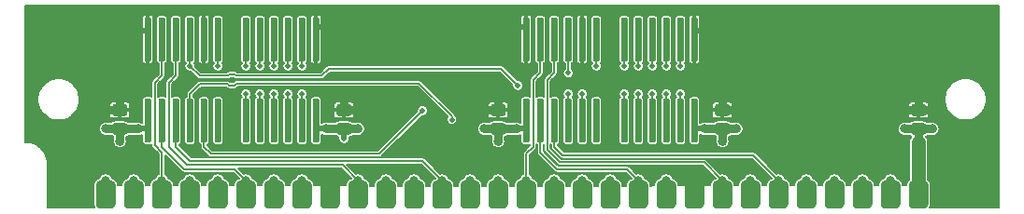
<source format=gtl>
G04 #@! TF.GenerationSoftware,KiCad,Pcbnew,(5.1.5-0-10_14)*
G04 #@! TF.CreationDate,2020-05-15T18:25:23-04:00*
G04 #@! TF.ProjectId,simm-30-4mb,73696d6d-2d33-4302-9d34-6d622e6b6963,rev?*
G04 #@! TF.SameCoordinates,Original*
G04 #@! TF.FileFunction,Copper,L1,Top*
G04 #@! TF.FilePolarity,Positive*
%FSLAX46Y46*%
G04 Gerber Fmt 4.6, Leading zero omitted, Abs format (unit mm)*
G04 Created by KiCad (PCBNEW (5.1.5-0-10_14)) date 2020-05-15 18:25:23*
%MOMM*%
%LPD*%
G04 APERTURE LIST*
%ADD10C,0.100000*%
%ADD11C,0.800000*%
%ADD12C,0.508000*%
%ADD13C,1.000000*%
%ADD14C,0.508000*%
%ADD15C,0.762000*%
%ADD16C,1.270000*%
%ADD17C,0.800000*%
%ADD18C,0.152400*%
G04 APERTURE END LIST*
G04 #@! TA.AperFunction,SMDPad,CuDef*
D10*
G36*
X84308069Y-98808140D02*
G01*
X84351218Y-98814541D01*
X84393532Y-98825140D01*
X84434603Y-98839836D01*
X84474036Y-98858486D01*
X84511451Y-98880912D01*
X84546488Y-98906897D01*
X84578809Y-98936191D01*
X84608103Y-98968512D01*
X84634088Y-99003549D01*
X84656514Y-99040964D01*
X84675164Y-99080397D01*
X84689860Y-99121468D01*
X84700459Y-99163782D01*
X84706860Y-99206931D01*
X84709000Y-99250500D01*
X84709000Y-100901500D01*
X84706860Y-100945069D01*
X84700459Y-100988218D01*
X84689860Y-101030532D01*
X84675164Y-101071603D01*
X84656514Y-101111036D01*
X84634088Y-101148451D01*
X84608103Y-101183488D01*
X84578809Y-101215809D01*
X84546488Y-101245103D01*
X84511451Y-101271088D01*
X84474036Y-101293514D01*
X84434603Y-101312164D01*
X84393532Y-101326860D01*
X84351218Y-101337459D01*
X84308069Y-101343860D01*
X84264500Y-101346000D01*
X83375500Y-101346000D01*
X83331931Y-101343860D01*
X83288782Y-101337459D01*
X83246468Y-101326860D01*
X83205397Y-101312164D01*
X83165964Y-101293514D01*
X83128549Y-101271088D01*
X83093512Y-101245103D01*
X83061191Y-101215809D01*
X83031897Y-101183488D01*
X83005912Y-101148451D01*
X82983486Y-101111036D01*
X82964836Y-101071603D01*
X82950140Y-101030532D01*
X82939541Y-100988218D01*
X82933140Y-100945069D01*
X82931000Y-100901500D01*
X82931000Y-99250500D01*
X82933140Y-99206931D01*
X82939541Y-99163782D01*
X82950140Y-99121468D01*
X82964836Y-99080397D01*
X82983486Y-99040964D01*
X83005912Y-99003549D01*
X83031897Y-98968512D01*
X83061191Y-98936191D01*
X83093512Y-98906897D01*
X83128549Y-98880912D01*
X83165964Y-98858486D01*
X83205397Y-98839836D01*
X83246468Y-98825140D01*
X83288782Y-98814541D01*
X83331931Y-98808140D01*
X83375500Y-98806000D01*
X84264500Y-98806000D01*
X84308069Y-98808140D01*
G37*
G04 #@! TD.AperFunction*
G04 #@! TA.AperFunction,SMDPad,CuDef*
G36*
X86848069Y-98808140D02*
G01*
X86891218Y-98814541D01*
X86933532Y-98825140D01*
X86974603Y-98839836D01*
X87014036Y-98858486D01*
X87051451Y-98880912D01*
X87086488Y-98906897D01*
X87118809Y-98936191D01*
X87148103Y-98968512D01*
X87174088Y-99003549D01*
X87196514Y-99040964D01*
X87215164Y-99080397D01*
X87229860Y-99121468D01*
X87240459Y-99163782D01*
X87246860Y-99206931D01*
X87249000Y-99250500D01*
X87249000Y-100901500D01*
X87246860Y-100945069D01*
X87240459Y-100988218D01*
X87229860Y-101030532D01*
X87215164Y-101071603D01*
X87196514Y-101111036D01*
X87174088Y-101148451D01*
X87148103Y-101183488D01*
X87118809Y-101215809D01*
X87086488Y-101245103D01*
X87051451Y-101271088D01*
X87014036Y-101293514D01*
X86974603Y-101312164D01*
X86933532Y-101326860D01*
X86891218Y-101337459D01*
X86848069Y-101343860D01*
X86804500Y-101346000D01*
X85915500Y-101346000D01*
X85871931Y-101343860D01*
X85828782Y-101337459D01*
X85786468Y-101326860D01*
X85745397Y-101312164D01*
X85705964Y-101293514D01*
X85668549Y-101271088D01*
X85633512Y-101245103D01*
X85601191Y-101215809D01*
X85571897Y-101183488D01*
X85545912Y-101148451D01*
X85523486Y-101111036D01*
X85504836Y-101071603D01*
X85490140Y-101030532D01*
X85479541Y-100988218D01*
X85473140Y-100945069D01*
X85471000Y-100901500D01*
X85471000Y-99250500D01*
X85473140Y-99206931D01*
X85479541Y-99163782D01*
X85490140Y-99121468D01*
X85504836Y-99080397D01*
X85523486Y-99040964D01*
X85545912Y-99003549D01*
X85571897Y-98968512D01*
X85601191Y-98936191D01*
X85633512Y-98906897D01*
X85668549Y-98880912D01*
X85705964Y-98858486D01*
X85745397Y-98839836D01*
X85786468Y-98825140D01*
X85828782Y-98814541D01*
X85871931Y-98808140D01*
X85915500Y-98806000D01*
X86804500Y-98806000D01*
X86848069Y-98808140D01*
G37*
G04 #@! TD.AperFunction*
D11*
X88900000Y-98806000D03*
G04 #@! TA.AperFunction,SMDPad,CuDef*
D10*
G36*
X109708069Y-98808140D02*
G01*
X109751218Y-98814541D01*
X109793532Y-98825140D01*
X109834603Y-98839836D01*
X109874036Y-98858486D01*
X109911451Y-98880912D01*
X109946488Y-98906897D01*
X109978809Y-98936191D01*
X110008103Y-98968512D01*
X110034088Y-99003549D01*
X110056514Y-99040964D01*
X110075164Y-99080397D01*
X110089860Y-99121468D01*
X110100459Y-99163782D01*
X110106860Y-99206931D01*
X110109000Y-99250500D01*
X110109000Y-100901500D01*
X110106860Y-100945069D01*
X110100459Y-100988218D01*
X110089860Y-101030532D01*
X110075164Y-101071603D01*
X110056514Y-101111036D01*
X110034088Y-101148451D01*
X110008103Y-101183488D01*
X109978809Y-101215809D01*
X109946488Y-101245103D01*
X109911451Y-101271088D01*
X109874036Y-101293514D01*
X109834603Y-101312164D01*
X109793532Y-101326860D01*
X109751218Y-101337459D01*
X109708069Y-101343860D01*
X109664500Y-101346000D01*
X108775500Y-101346000D01*
X108731931Y-101343860D01*
X108688782Y-101337459D01*
X108646468Y-101326860D01*
X108605397Y-101312164D01*
X108565964Y-101293514D01*
X108528549Y-101271088D01*
X108493512Y-101245103D01*
X108461191Y-101215809D01*
X108431897Y-101183488D01*
X108405912Y-101148451D01*
X108383486Y-101111036D01*
X108364836Y-101071603D01*
X108350140Y-101030532D01*
X108339541Y-100988218D01*
X108333140Y-100945069D01*
X108331000Y-100901500D01*
X108331000Y-99250500D01*
X108333140Y-99206931D01*
X108339541Y-99163782D01*
X108350140Y-99121468D01*
X108364836Y-99080397D01*
X108383486Y-99040964D01*
X108405912Y-99003549D01*
X108431897Y-98968512D01*
X108461191Y-98936191D01*
X108493512Y-98906897D01*
X108528549Y-98880912D01*
X108565964Y-98858486D01*
X108605397Y-98839836D01*
X108646468Y-98825140D01*
X108688782Y-98814541D01*
X108731931Y-98808140D01*
X108775500Y-98806000D01*
X109664500Y-98806000D01*
X109708069Y-98808140D01*
G37*
G04 #@! TD.AperFunction*
G04 #@! TA.AperFunction,SMDPad,CuDef*
G36*
X94468069Y-98808140D02*
G01*
X94511218Y-98814541D01*
X94553532Y-98825140D01*
X94594603Y-98839836D01*
X94634036Y-98858486D01*
X94671451Y-98880912D01*
X94706488Y-98906897D01*
X94738809Y-98936191D01*
X94768103Y-98968512D01*
X94794088Y-99003549D01*
X94816514Y-99040964D01*
X94835164Y-99080397D01*
X94849860Y-99121468D01*
X94860459Y-99163782D01*
X94866860Y-99206931D01*
X94869000Y-99250500D01*
X94869000Y-100901500D01*
X94866860Y-100945069D01*
X94860459Y-100988218D01*
X94849860Y-101030532D01*
X94835164Y-101071603D01*
X94816514Y-101111036D01*
X94794088Y-101148451D01*
X94768103Y-101183488D01*
X94738809Y-101215809D01*
X94706488Y-101245103D01*
X94671451Y-101271088D01*
X94634036Y-101293514D01*
X94594603Y-101312164D01*
X94553532Y-101326860D01*
X94511218Y-101337459D01*
X94468069Y-101343860D01*
X94424500Y-101346000D01*
X93535500Y-101346000D01*
X93491931Y-101343860D01*
X93448782Y-101337459D01*
X93406468Y-101326860D01*
X93365397Y-101312164D01*
X93325964Y-101293514D01*
X93288549Y-101271088D01*
X93253512Y-101245103D01*
X93221191Y-101215809D01*
X93191897Y-101183488D01*
X93165912Y-101148451D01*
X93143486Y-101111036D01*
X93124836Y-101071603D01*
X93110140Y-101030532D01*
X93099541Y-100988218D01*
X93093140Y-100945069D01*
X93091000Y-100901500D01*
X93091000Y-99250500D01*
X93093140Y-99206931D01*
X93099541Y-99163782D01*
X93110140Y-99121468D01*
X93124836Y-99080397D01*
X93143486Y-99040964D01*
X93165912Y-99003549D01*
X93191897Y-98968512D01*
X93221191Y-98936191D01*
X93253512Y-98906897D01*
X93288549Y-98880912D01*
X93325964Y-98858486D01*
X93365397Y-98839836D01*
X93406468Y-98825140D01*
X93448782Y-98814541D01*
X93491931Y-98808140D01*
X93535500Y-98806000D01*
X94424500Y-98806000D01*
X94468069Y-98808140D01*
G37*
G04 #@! TD.AperFunction*
G04 #@! TA.AperFunction,SMDPad,CuDef*
G36*
X112248069Y-98808140D02*
G01*
X112291218Y-98814541D01*
X112333532Y-98825140D01*
X112374603Y-98839836D01*
X112414036Y-98858486D01*
X112451451Y-98880912D01*
X112486488Y-98906897D01*
X112518809Y-98936191D01*
X112548103Y-98968512D01*
X112574088Y-99003549D01*
X112596514Y-99040964D01*
X112615164Y-99080397D01*
X112629860Y-99121468D01*
X112640459Y-99163782D01*
X112646860Y-99206931D01*
X112649000Y-99250500D01*
X112649000Y-100901500D01*
X112646860Y-100945069D01*
X112640459Y-100988218D01*
X112629860Y-101030532D01*
X112615164Y-101071603D01*
X112596514Y-101111036D01*
X112574088Y-101148451D01*
X112548103Y-101183488D01*
X112518809Y-101215809D01*
X112486488Y-101245103D01*
X112451451Y-101271088D01*
X112414036Y-101293514D01*
X112374603Y-101312164D01*
X112333532Y-101326860D01*
X112291218Y-101337459D01*
X112248069Y-101343860D01*
X112204500Y-101346000D01*
X111315500Y-101346000D01*
X111271931Y-101343860D01*
X111228782Y-101337459D01*
X111186468Y-101326860D01*
X111145397Y-101312164D01*
X111105964Y-101293514D01*
X111068549Y-101271088D01*
X111033512Y-101245103D01*
X111001191Y-101215809D01*
X110971897Y-101183488D01*
X110945912Y-101148451D01*
X110923486Y-101111036D01*
X110904836Y-101071603D01*
X110890140Y-101030532D01*
X110879541Y-100988218D01*
X110873140Y-100945069D01*
X110871000Y-100901500D01*
X110871000Y-99250500D01*
X110873140Y-99206931D01*
X110879541Y-99163782D01*
X110890140Y-99121468D01*
X110904836Y-99080397D01*
X110923486Y-99040964D01*
X110945912Y-99003549D01*
X110971897Y-98968512D01*
X111001191Y-98936191D01*
X111033512Y-98906897D01*
X111068549Y-98880912D01*
X111105964Y-98858486D01*
X111145397Y-98839836D01*
X111186468Y-98825140D01*
X111228782Y-98814541D01*
X111271931Y-98808140D01*
X111315500Y-98806000D01*
X112204500Y-98806000D01*
X112248069Y-98808140D01*
G37*
G04 #@! TD.AperFunction*
G04 #@! TA.AperFunction,SMDPad,CuDef*
G36*
X147808069Y-98808140D02*
G01*
X147851218Y-98814541D01*
X147893532Y-98825140D01*
X147934603Y-98839836D01*
X147974036Y-98858486D01*
X148011451Y-98880912D01*
X148046488Y-98906897D01*
X148078809Y-98936191D01*
X148108103Y-98968512D01*
X148134088Y-99003549D01*
X148156514Y-99040964D01*
X148175164Y-99080397D01*
X148189860Y-99121468D01*
X148200459Y-99163782D01*
X148206860Y-99206931D01*
X148209000Y-99250500D01*
X148209000Y-100901500D01*
X148206860Y-100945069D01*
X148200459Y-100988218D01*
X148189860Y-101030532D01*
X148175164Y-101071603D01*
X148156514Y-101111036D01*
X148134088Y-101148451D01*
X148108103Y-101183488D01*
X148078809Y-101215809D01*
X148046488Y-101245103D01*
X148011451Y-101271088D01*
X147974036Y-101293514D01*
X147934603Y-101312164D01*
X147893532Y-101326860D01*
X147851218Y-101337459D01*
X147808069Y-101343860D01*
X147764500Y-101346000D01*
X146875500Y-101346000D01*
X146831931Y-101343860D01*
X146788782Y-101337459D01*
X146746468Y-101326860D01*
X146705397Y-101312164D01*
X146665964Y-101293514D01*
X146628549Y-101271088D01*
X146593512Y-101245103D01*
X146561191Y-101215809D01*
X146531897Y-101183488D01*
X146505912Y-101148451D01*
X146483486Y-101111036D01*
X146464836Y-101071603D01*
X146450140Y-101030532D01*
X146439541Y-100988218D01*
X146433140Y-100945069D01*
X146431000Y-100901500D01*
X146431000Y-99250500D01*
X146433140Y-99206931D01*
X146439541Y-99163782D01*
X146450140Y-99121468D01*
X146464836Y-99080397D01*
X146483486Y-99040964D01*
X146505912Y-99003549D01*
X146531897Y-98968512D01*
X146561191Y-98936191D01*
X146593512Y-98906897D01*
X146628549Y-98880912D01*
X146665964Y-98858486D01*
X146705397Y-98839836D01*
X146746468Y-98825140D01*
X146788782Y-98814541D01*
X146831931Y-98808140D01*
X146875500Y-98806000D01*
X147764500Y-98806000D01*
X147808069Y-98808140D01*
G37*
G04 #@! TD.AperFunction*
G04 #@! TA.AperFunction,SMDPad,CuDef*
G36*
X114788069Y-98808140D02*
G01*
X114831218Y-98814541D01*
X114873532Y-98825140D01*
X114914603Y-98839836D01*
X114954036Y-98858486D01*
X114991451Y-98880912D01*
X115026488Y-98906897D01*
X115058809Y-98936191D01*
X115088103Y-98968512D01*
X115114088Y-99003549D01*
X115136514Y-99040964D01*
X115155164Y-99080397D01*
X115169860Y-99121468D01*
X115180459Y-99163782D01*
X115186860Y-99206931D01*
X115189000Y-99250500D01*
X115189000Y-100901500D01*
X115186860Y-100945069D01*
X115180459Y-100988218D01*
X115169860Y-101030532D01*
X115155164Y-101071603D01*
X115136514Y-101111036D01*
X115114088Y-101148451D01*
X115088103Y-101183488D01*
X115058809Y-101215809D01*
X115026488Y-101245103D01*
X114991451Y-101271088D01*
X114954036Y-101293514D01*
X114914603Y-101312164D01*
X114873532Y-101326860D01*
X114831218Y-101337459D01*
X114788069Y-101343860D01*
X114744500Y-101346000D01*
X113855500Y-101346000D01*
X113811931Y-101343860D01*
X113768782Y-101337459D01*
X113726468Y-101326860D01*
X113685397Y-101312164D01*
X113645964Y-101293514D01*
X113608549Y-101271088D01*
X113573512Y-101245103D01*
X113541191Y-101215809D01*
X113511897Y-101183488D01*
X113485912Y-101148451D01*
X113463486Y-101111036D01*
X113444836Y-101071603D01*
X113430140Y-101030532D01*
X113419541Y-100988218D01*
X113413140Y-100945069D01*
X113411000Y-100901500D01*
X113411000Y-99250500D01*
X113413140Y-99206931D01*
X113419541Y-99163782D01*
X113430140Y-99121468D01*
X113444836Y-99080397D01*
X113463486Y-99040964D01*
X113485912Y-99003549D01*
X113511897Y-98968512D01*
X113541191Y-98936191D01*
X113573512Y-98906897D01*
X113608549Y-98880912D01*
X113645964Y-98858486D01*
X113685397Y-98839836D01*
X113726468Y-98825140D01*
X113768782Y-98814541D01*
X113811931Y-98808140D01*
X113855500Y-98806000D01*
X114744500Y-98806000D01*
X114788069Y-98808140D01*
G37*
G04 #@! TD.AperFunction*
G04 #@! TA.AperFunction,SMDPad,CuDef*
G36*
X117328069Y-98808140D02*
G01*
X117371218Y-98814541D01*
X117413532Y-98825140D01*
X117454603Y-98839836D01*
X117494036Y-98858486D01*
X117531451Y-98880912D01*
X117566488Y-98906897D01*
X117598809Y-98936191D01*
X117628103Y-98968512D01*
X117654088Y-99003549D01*
X117676514Y-99040964D01*
X117695164Y-99080397D01*
X117709860Y-99121468D01*
X117720459Y-99163782D01*
X117726860Y-99206931D01*
X117729000Y-99250500D01*
X117729000Y-100901500D01*
X117726860Y-100945069D01*
X117720459Y-100988218D01*
X117709860Y-101030532D01*
X117695164Y-101071603D01*
X117676514Y-101111036D01*
X117654088Y-101148451D01*
X117628103Y-101183488D01*
X117598809Y-101215809D01*
X117566488Y-101245103D01*
X117531451Y-101271088D01*
X117494036Y-101293514D01*
X117454603Y-101312164D01*
X117413532Y-101326860D01*
X117371218Y-101337459D01*
X117328069Y-101343860D01*
X117284500Y-101346000D01*
X116395500Y-101346000D01*
X116351931Y-101343860D01*
X116308782Y-101337459D01*
X116266468Y-101326860D01*
X116225397Y-101312164D01*
X116185964Y-101293514D01*
X116148549Y-101271088D01*
X116113512Y-101245103D01*
X116081191Y-101215809D01*
X116051897Y-101183488D01*
X116025912Y-101148451D01*
X116003486Y-101111036D01*
X115984836Y-101071603D01*
X115970140Y-101030532D01*
X115959541Y-100988218D01*
X115953140Y-100945069D01*
X115951000Y-100901500D01*
X115951000Y-99250500D01*
X115953140Y-99206931D01*
X115959541Y-99163782D01*
X115970140Y-99121468D01*
X115984836Y-99080397D01*
X116003486Y-99040964D01*
X116025912Y-99003549D01*
X116051897Y-98968512D01*
X116081191Y-98936191D01*
X116113512Y-98906897D01*
X116148549Y-98880912D01*
X116185964Y-98858486D01*
X116225397Y-98839836D01*
X116266468Y-98825140D01*
X116308782Y-98814541D01*
X116351931Y-98808140D01*
X116395500Y-98806000D01*
X117284500Y-98806000D01*
X117328069Y-98808140D01*
G37*
G04 #@! TD.AperFunction*
G04 #@! TA.AperFunction,SMDPad,CuDef*
G36*
X91928069Y-98808140D02*
G01*
X91971218Y-98814541D01*
X92013532Y-98825140D01*
X92054603Y-98839836D01*
X92094036Y-98858486D01*
X92131451Y-98880912D01*
X92166488Y-98906897D01*
X92198809Y-98936191D01*
X92228103Y-98968512D01*
X92254088Y-99003549D01*
X92276514Y-99040964D01*
X92295164Y-99080397D01*
X92309860Y-99121468D01*
X92320459Y-99163782D01*
X92326860Y-99206931D01*
X92329000Y-99250500D01*
X92329000Y-100901500D01*
X92326860Y-100945069D01*
X92320459Y-100988218D01*
X92309860Y-101030532D01*
X92295164Y-101071603D01*
X92276514Y-101111036D01*
X92254088Y-101148451D01*
X92228103Y-101183488D01*
X92198809Y-101215809D01*
X92166488Y-101245103D01*
X92131451Y-101271088D01*
X92094036Y-101293514D01*
X92054603Y-101312164D01*
X92013532Y-101326860D01*
X91971218Y-101337459D01*
X91928069Y-101343860D01*
X91884500Y-101346000D01*
X90995500Y-101346000D01*
X90951931Y-101343860D01*
X90908782Y-101337459D01*
X90866468Y-101326860D01*
X90825397Y-101312164D01*
X90785964Y-101293514D01*
X90748549Y-101271088D01*
X90713512Y-101245103D01*
X90681191Y-101215809D01*
X90651897Y-101183488D01*
X90625912Y-101148451D01*
X90603486Y-101111036D01*
X90584836Y-101071603D01*
X90570140Y-101030532D01*
X90559541Y-100988218D01*
X90553140Y-100945069D01*
X90551000Y-100901500D01*
X90551000Y-99250500D01*
X90553140Y-99206931D01*
X90559541Y-99163782D01*
X90570140Y-99121468D01*
X90584836Y-99080397D01*
X90603486Y-99040964D01*
X90625912Y-99003549D01*
X90651897Y-98968512D01*
X90681191Y-98936191D01*
X90713512Y-98906897D01*
X90748549Y-98880912D01*
X90785964Y-98858486D01*
X90825397Y-98839836D01*
X90866468Y-98825140D01*
X90908782Y-98814541D01*
X90951931Y-98808140D01*
X90995500Y-98806000D01*
X91884500Y-98806000D01*
X91928069Y-98808140D01*
G37*
G04 #@! TD.AperFunction*
G04 #@! TA.AperFunction,SMDPad,CuDef*
G36*
X155428069Y-98808140D02*
G01*
X155471218Y-98814541D01*
X155513532Y-98825140D01*
X155554603Y-98839836D01*
X155594036Y-98858486D01*
X155631451Y-98880912D01*
X155666488Y-98906897D01*
X155698809Y-98936191D01*
X155728103Y-98968512D01*
X155754088Y-99003549D01*
X155776514Y-99040964D01*
X155795164Y-99080397D01*
X155809860Y-99121468D01*
X155820459Y-99163782D01*
X155826860Y-99206931D01*
X155829000Y-99250500D01*
X155829000Y-100901500D01*
X155826860Y-100945069D01*
X155820459Y-100988218D01*
X155809860Y-101030532D01*
X155795164Y-101071603D01*
X155776514Y-101111036D01*
X155754088Y-101148451D01*
X155728103Y-101183488D01*
X155698809Y-101215809D01*
X155666488Y-101245103D01*
X155631451Y-101271088D01*
X155594036Y-101293514D01*
X155554603Y-101312164D01*
X155513532Y-101326860D01*
X155471218Y-101337459D01*
X155428069Y-101343860D01*
X155384500Y-101346000D01*
X154495500Y-101346000D01*
X154451931Y-101343860D01*
X154408782Y-101337459D01*
X154366468Y-101326860D01*
X154325397Y-101312164D01*
X154285964Y-101293514D01*
X154248549Y-101271088D01*
X154213512Y-101245103D01*
X154181191Y-101215809D01*
X154151897Y-101183488D01*
X154125912Y-101148451D01*
X154103486Y-101111036D01*
X154084836Y-101071603D01*
X154070140Y-101030532D01*
X154059541Y-100988218D01*
X154053140Y-100945069D01*
X154051000Y-100901500D01*
X154051000Y-99250500D01*
X154053140Y-99206931D01*
X154059541Y-99163782D01*
X154070140Y-99121468D01*
X154084836Y-99080397D01*
X154103486Y-99040964D01*
X154125912Y-99003549D01*
X154151897Y-98968512D01*
X154181191Y-98936191D01*
X154213512Y-98906897D01*
X154248549Y-98880912D01*
X154285964Y-98858486D01*
X154325397Y-98839836D01*
X154366468Y-98825140D01*
X154408782Y-98814541D01*
X154451931Y-98808140D01*
X154495500Y-98806000D01*
X155384500Y-98806000D01*
X155428069Y-98808140D01*
G37*
G04 #@! TD.AperFunction*
G04 #@! TA.AperFunction,SMDPad,CuDef*
G36*
X89388069Y-98808140D02*
G01*
X89431218Y-98814541D01*
X89473532Y-98825140D01*
X89514603Y-98839836D01*
X89554036Y-98858486D01*
X89591451Y-98880912D01*
X89626488Y-98906897D01*
X89658809Y-98936191D01*
X89688103Y-98968512D01*
X89714088Y-99003549D01*
X89736514Y-99040964D01*
X89755164Y-99080397D01*
X89769860Y-99121468D01*
X89780459Y-99163782D01*
X89786860Y-99206931D01*
X89789000Y-99250500D01*
X89789000Y-100901500D01*
X89786860Y-100945069D01*
X89780459Y-100988218D01*
X89769860Y-101030532D01*
X89755164Y-101071603D01*
X89736514Y-101111036D01*
X89714088Y-101148451D01*
X89688103Y-101183488D01*
X89658809Y-101215809D01*
X89626488Y-101245103D01*
X89591451Y-101271088D01*
X89554036Y-101293514D01*
X89514603Y-101312164D01*
X89473532Y-101326860D01*
X89431218Y-101337459D01*
X89388069Y-101343860D01*
X89344500Y-101346000D01*
X88455500Y-101346000D01*
X88411931Y-101343860D01*
X88368782Y-101337459D01*
X88326468Y-101326860D01*
X88285397Y-101312164D01*
X88245964Y-101293514D01*
X88208549Y-101271088D01*
X88173512Y-101245103D01*
X88141191Y-101215809D01*
X88111897Y-101183488D01*
X88085912Y-101148451D01*
X88063486Y-101111036D01*
X88044836Y-101071603D01*
X88030140Y-101030532D01*
X88019541Y-100988218D01*
X88013140Y-100945069D01*
X88011000Y-100901500D01*
X88011000Y-99250500D01*
X88013140Y-99206931D01*
X88019541Y-99163782D01*
X88030140Y-99121468D01*
X88044836Y-99080397D01*
X88063486Y-99040964D01*
X88085912Y-99003549D01*
X88111897Y-98968512D01*
X88141191Y-98936191D01*
X88173512Y-98906897D01*
X88208549Y-98880912D01*
X88245964Y-98858486D01*
X88285397Y-98839836D01*
X88326468Y-98825140D01*
X88368782Y-98814541D01*
X88411931Y-98808140D01*
X88455500Y-98806000D01*
X89344500Y-98806000D01*
X89388069Y-98808140D01*
G37*
G04 #@! TD.AperFunction*
G04 #@! TA.AperFunction,SMDPad,CuDef*
G36*
X142728069Y-98808140D02*
G01*
X142771218Y-98814541D01*
X142813532Y-98825140D01*
X142854603Y-98839836D01*
X142894036Y-98858486D01*
X142931451Y-98880912D01*
X142966488Y-98906897D01*
X142998809Y-98936191D01*
X143028103Y-98968512D01*
X143054088Y-99003549D01*
X143076514Y-99040964D01*
X143095164Y-99080397D01*
X143109860Y-99121468D01*
X143120459Y-99163782D01*
X143126860Y-99206931D01*
X143129000Y-99250500D01*
X143129000Y-100901500D01*
X143126860Y-100945069D01*
X143120459Y-100988218D01*
X143109860Y-101030532D01*
X143095164Y-101071603D01*
X143076514Y-101111036D01*
X143054088Y-101148451D01*
X143028103Y-101183488D01*
X142998809Y-101215809D01*
X142966488Y-101245103D01*
X142931451Y-101271088D01*
X142894036Y-101293514D01*
X142854603Y-101312164D01*
X142813532Y-101326860D01*
X142771218Y-101337459D01*
X142728069Y-101343860D01*
X142684500Y-101346000D01*
X141795500Y-101346000D01*
X141751931Y-101343860D01*
X141708782Y-101337459D01*
X141666468Y-101326860D01*
X141625397Y-101312164D01*
X141585964Y-101293514D01*
X141548549Y-101271088D01*
X141513512Y-101245103D01*
X141481191Y-101215809D01*
X141451897Y-101183488D01*
X141425912Y-101148451D01*
X141403486Y-101111036D01*
X141384836Y-101071603D01*
X141370140Y-101030532D01*
X141359541Y-100988218D01*
X141353140Y-100945069D01*
X141351000Y-100901500D01*
X141351000Y-99250500D01*
X141353140Y-99206931D01*
X141359541Y-99163782D01*
X141370140Y-99121468D01*
X141384836Y-99080397D01*
X141403486Y-99040964D01*
X141425912Y-99003549D01*
X141451897Y-98968512D01*
X141481191Y-98936191D01*
X141513512Y-98906897D01*
X141548549Y-98880912D01*
X141585964Y-98858486D01*
X141625397Y-98839836D01*
X141666468Y-98825140D01*
X141708782Y-98814541D01*
X141751931Y-98808140D01*
X141795500Y-98806000D01*
X142684500Y-98806000D01*
X142728069Y-98808140D01*
G37*
G04 #@! TD.AperFunction*
G04 #@! TA.AperFunction,SMDPad,CuDef*
G36*
X122408069Y-98808140D02*
G01*
X122451218Y-98814541D01*
X122493532Y-98825140D01*
X122534603Y-98839836D01*
X122574036Y-98858486D01*
X122611451Y-98880912D01*
X122646488Y-98906897D01*
X122678809Y-98936191D01*
X122708103Y-98968512D01*
X122734088Y-99003549D01*
X122756514Y-99040964D01*
X122775164Y-99080397D01*
X122789860Y-99121468D01*
X122800459Y-99163782D01*
X122806860Y-99206931D01*
X122809000Y-99250500D01*
X122809000Y-100901500D01*
X122806860Y-100945069D01*
X122800459Y-100988218D01*
X122789860Y-101030532D01*
X122775164Y-101071603D01*
X122756514Y-101111036D01*
X122734088Y-101148451D01*
X122708103Y-101183488D01*
X122678809Y-101215809D01*
X122646488Y-101245103D01*
X122611451Y-101271088D01*
X122574036Y-101293514D01*
X122534603Y-101312164D01*
X122493532Y-101326860D01*
X122451218Y-101337459D01*
X122408069Y-101343860D01*
X122364500Y-101346000D01*
X121475500Y-101346000D01*
X121431931Y-101343860D01*
X121388782Y-101337459D01*
X121346468Y-101326860D01*
X121305397Y-101312164D01*
X121265964Y-101293514D01*
X121228549Y-101271088D01*
X121193512Y-101245103D01*
X121161191Y-101215809D01*
X121131897Y-101183488D01*
X121105912Y-101148451D01*
X121083486Y-101111036D01*
X121064836Y-101071603D01*
X121050140Y-101030532D01*
X121039541Y-100988218D01*
X121033140Y-100945069D01*
X121031000Y-100901500D01*
X121031000Y-99250500D01*
X121033140Y-99206931D01*
X121039541Y-99163782D01*
X121050140Y-99121468D01*
X121064836Y-99080397D01*
X121083486Y-99040964D01*
X121105912Y-99003549D01*
X121131897Y-98968512D01*
X121161191Y-98936191D01*
X121193512Y-98906897D01*
X121228549Y-98880912D01*
X121265964Y-98858486D01*
X121305397Y-98839836D01*
X121346468Y-98825140D01*
X121388782Y-98814541D01*
X121431931Y-98808140D01*
X121475500Y-98806000D01*
X122364500Y-98806000D01*
X122408069Y-98808140D01*
G37*
G04 #@! TD.AperFunction*
G04 #@! TA.AperFunction,SMDPad,CuDef*
G36*
X132568069Y-98808140D02*
G01*
X132611218Y-98814541D01*
X132653532Y-98825140D01*
X132694603Y-98839836D01*
X132734036Y-98858486D01*
X132771451Y-98880912D01*
X132806488Y-98906897D01*
X132838809Y-98936191D01*
X132868103Y-98968512D01*
X132894088Y-99003549D01*
X132916514Y-99040964D01*
X132935164Y-99080397D01*
X132949860Y-99121468D01*
X132960459Y-99163782D01*
X132966860Y-99206931D01*
X132969000Y-99250500D01*
X132969000Y-100901500D01*
X132966860Y-100945069D01*
X132960459Y-100988218D01*
X132949860Y-101030532D01*
X132935164Y-101071603D01*
X132916514Y-101111036D01*
X132894088Y-101148451D01*
X132868103Y-101183488D01*
X132838809Y-101215809D01*
X132806488Y-101245103D01*
X132771451Y-101271088D01*
X132734036Y-101293514D01*
X132694603Y-101312164D01*
X132653532Y-101326860D01*
X132611218Y-101337459D01*
X132568069Y-101343860D01*
X132524500Y-101346000D01*
X131635500Y-101346000D01*
X131591931Y-101343860D01*
X131548782Y-101337459D01*
X131506468Y-101326860D01*
X131465397Y-101312164D01*
X131425964Y-101293514D01*
X131388549Y-101271088D01*
X131353512Y-101245103D01*
X131321191Y-101215809D01*
X131291897Y-101183488D01*
X131265912Y-101148451D01*
X131243486Y-101111036D01*
X131224836Y-101071603D01*
X131210140Y-101030532D01*
X131199541Y-100988218D01*
X131193140Y-100945069D01*
X131191000Y-100901500D01*
X131191000Y-99250500D01*
X131193140Y-99206931D01*
X131199541Y-99163782D01*
X131210140Y-99121468D01*
X131224836Y-99080397D01*
X131243486Y-99040964D01*
X131265912Y-99003549D01*
X131291897Y-98968512D01*
X131321191Y-98936191D01*
X131353512Y-98906897D01*
X131388549Y-98880912D01*
X131425964Y-98858486D01*
X131465397Y-98839836D01*
X131506468Y-98825140D01*
X131548782Y-98814541D01*
X131591931Y-98808140D01*
X131635500Y-98806000D01*
X132524500Y-98806000D01*
X132568069Y-98808140D01*
G37*
G04 #@! TD.AperFunction*
G04 #@! TA.AperFunction,SMDPad,CuDef*
G36*
X140188069Y-98808140D02*
G01*
X140231218Y-98814541D01*
X140273532Y-98825140D01*
X140314603Y-98839836D01*
X140354036Y-98858486D01*
X140391451Y-98880912D01*
X140426488Y-98906897D01*
X140458809Y-98936191D01*
X140488103Y-98968512D01*
X140514088Y-99003549D01*
X140536514Y-99040964D01*
X140555164Y-99080397D01*
X140569860Y-99121468D01*
X140580459Y-99163782D01*
X140586860Y-99206931D01*
X140589000Y-99250500D01*
X140589000Y-100901500D01*
X140586860Y-100945069D01*
X140580459Y-100988218D01*
X140569860Y-101030532D01*
X140555164Y-101071603D01*
X140536514Y-101111036D01*
X140514088Y-101148451D01*
X140488103Y-101183488D01*
X140458809Y-101215809D01*
X140426488Y-101245103D01*
X140391451Y-101271088D01*
X140354036Y-101293514D01*
X140314603Y-101312164D01*
X140273532Y-101326860D01*
X140231218Y-101337459D01*
X140188069Y-101343860D01*
X140144500Y-101346000D01*
X139255500Y-101346000D01*
X139211931Y-101343860D01*
X139168782Y-101337459D01*
X139126468Y-101326860D01*
X139085397Y-101312164D01*
X139045964Y-101293514D01*
X139008549Y-101271088D01*
X138973512Y-101245103D01*
X138941191Y-101215809D01*
X138911897Y-101183488D01*
X138885912Y-101148451D01*
X138863486Y-101111036D01*
X138844836Y-101071603D01*
X138830140Y-101030532D01*
X138819541Y-100988218D01*
X138813140Y-100945069D01*
X138811000Y-100901500D01*
X138811000Y-99250500D01*
X138813140Y-99206931D01*
X138819541Y-99163782D01*
X138830140Y-99121468D01*
X138844836Y-99080397D01*
X138863486Y-99040964D01*
X138885912Y-99003549D01*
X138911897Y-98968512D01*
X138941191Y-98936191D01*
X138973512Y-98906897D01*
X139008549Y-98880912D01*
X139045964Y-98858486D01*
X139085397Y-98839836D01*
X139126468Y-98825140D01*
X139168782Y-98814541D01*
X139211931Y-98808140D01*
X139255500Y-98806000D01*
X140144500Y-98806000D01*
X140188069Y-98808140D01*
G37*
G04 #@! TD.AperFunction*
G04 #@! TA.AperFunction,SMDPad,CuDef*
G36*
X104628069Y-98808140D02*
G01*
X104671218Y-98814541D01*
X104713532Y-98825140D01*
X104754603Y-98839836D01*
X104794036Y-98858486D01*
X104831451Y-98880912D01*
X104866488Y-98906897D01*
X104898809Y-98936191D01*
X104928103Y-98968512D01*
X104954088Y-99003549D01*
X104976514Y-99040964D01*
X104995164Y-99080397D01*
X105009860Y-99121468D01*
X105020459Y-99163782D01*
X105026860Y-99206931D01*
X105029000Y-99250500D01*
X105029000Y-100901500D01*
X105026860Y-100945069D01*
X105020459Y-100988218D01*
X105009860Y-101030532D01*
X104995164Y-101071603D01*
X104976514Y-101111036D01*
X104954088Y-101148451D01*
X104928103Y-101183488D01*
X104898809Y-101215809D01*
X104866488Y-101245103D01*
X104831451Y-101271088D01*
X104794036Y-101293514D01*
X104754603Y-101312164D01*
X104713532Y-101326860D01*
X104671218Y-101337459D01*
X104628069Y-101343860D01*
X104584500Y-101346000D01*
X103695500Y-101346000D01*
X103651931Y-101343860D01*
X103608782Y-101337459D01*
X103566468Y-101326860D01*
X103525397Y-101312164D01*
X103485964Y-101293514D01*
X103448549Y-101271088D01*
X103413512Y-101245103D01*
X103381191Y-101215809D01*
X103351897Y-101183488D01*
X103325912Y-101148451D01*
X103303486Y-101111036D01*
X103284836Y-101071603D01*
X103270140Y-101030532D01*
X103259541Y-100988218D01*
X103253140Y-100945069D01*
X103251000Y-100901500D01*
X103251000Y-99250500D01*
X103253140Y-99206931D01*
X103259541Y-99163782D01*
X103270140Y-99121468D01*
X103284836Y-99080397D01*
X103303486Y-99040964D01*
X103325912Y-99003549D01*
X103351897Y-98968512D01*
X103381191Y-98936191D01*
X103413512Y-98906897D01*
X103448549Y-98880912D01*
X103485964Y-98858486D01*
X103525397Y-98839836D01*
X103566468Y-98825140D01*
X103608782Y-98814541D01*
X103651931Y-98808140D01*
X103695500Y-98806000D01*
X104584500Y-98806000D01*
X104628069Y-98808140D01*
G37*
G04 #@! TD.AperFunction*
G04 #@! TA.AperFunction,SMDPad,CuDef*
G36*
X127488069Y-98808140D02*
G01*
X127531218Y-98814541D01*
X127573532Y-98825140D01*
X127614603Y-98839836D01*
X127654036Y-98858486D01*
X127691451Y-98880912D01*
X127726488Y-98906897D01*
X127758809Y-98936191D01*
X127788103Y-98968512D01*
X127814088Y-99003549D01*
X127836514Y-99040964D01*
X127855164Y-99080397D01*
X127869860Y-99121468D01*
X127880459Y-99163782D01*
X127886860Y-99206931D01*
X127889000Y-99250500D01*
X127889000Y-100901500D01*
X127886860Y-100945069D01*
X127880459Y-100988218D01*
X127869860Y-101030532D01*
X127855164Y-101071603D01*
X127836514Y-101111036D01*
X127814088Y-101148451D01*
X127788103Y-101183488D01*
X127758809Y-101215809D01*
X127726488Y-101245103D01*
X127691451Y-101271088D01*
X127654036Y-101293514D01*
X127614603Y-101312164D01*
X127573532Y-101326860D01*
X127531218Y-101337459D01*
X127488069Y-101343860D01*
X127444500Y-101346000D01*
X126555500Y-101346000D01*
X126511931Y-101343860D01*
X126468782Y-101337459D01*
X126426468Y-101326860D01*
X126385397Y-101312164D01*
X126345964Y-101293514D01*
X126308549Y-101271088D01*
X126273512Y-101245103D01*
X126241191Y-101215809D01*
X126211897Y-101183488D01*
X126185912Y-101148451D01*
X126163486Y-101111036D01*
X126144836Y-101071603D01*
X126130140Y-101030532D01*
X126119541Y-100988218D01*
X126113140Y-100945069D01*
X126111000Y-100901500D01*
X126111000Y-99250500D01*
X126113140Y-99206931D01*
X126119541Y-99163782D01*
X126130140Y-99121468D01*
X126144836Y-99080397D01*
X126163486Y-99040964D01*
X126185912Y-99003549D01*
X126211897Y-98968512D01*
X126241191Y-98936191D01*
X126273512Y-98906897D01*
X126308549Y-98880912D01*
X126345964Y-98858486D01*
X126385397Y-98839836D01*
X126426468Y-98825140D01*
X126468782Y-98814541D01*
X126511931Y-98808140D01*
X126555500Y-98806000D01*
X127444500Y-98806000D01*
X127488069Y-98808140D01*
G37*
G04 #@! TD.AperFunction*
G04 #@! TA.AperFunction,SMDPad,CuDef*
G36*
X135108069Y-98808140D02*
G01*
X135151218Y-98814541D01*
X135193532Y-98825140D01*
X135234603Y-98839836D01*
X135274036Y-98858486D01*
X135311451Y-98880912D01*
X135346488Y-98906897D01*
X135378809Y-98936191D01*
X135408103Y-98968512D01*
X135434088Y-99003549D01*
X135456514Y-99040964D01*
X135475164Y-99080397D01*
X135489860Y-99121468D01*
X135500459Y-99163782D01*
X135506860Y-99206931D01*
X135509000Y-99250500D01*
X135509000Y-100901500D01*
X135506860Y-100945069D01*
X135500459Y-100988218D01*
X135489860Y-101030532D01*
X135475164Y-101071603D01*
X135456514Y-101111036D01*
X135434088Y-101148451D01*
X135408103Y-101183488D01*
X135378809Y-101215809D01*
X135346488Y-101245103D01*
X135311451Y-101271088D01*
X135274036Y-101293514D01*
X135234603Y-101312164D01*
X135193532Y-101326860D01*
X135151218Y-101337459D01*
X135108069Y-101343860D01*
X135064500Y-101346000D01*
X134175500Y-101346000D01*
X134131931Y-101343860D01*
X134088782Y-101337459D01*
X134046468Y-101326860D01*
X134005397Y-101312164D01*
X133965964Y-101293514D01*
X133928549Y-101271088D01*
X133893512Y-101245103D01*
X133861191Y-101215809D01*
X133831897Y-101183488D01*
X133805912Y-101148451D01*
X133783486Y-101111036D01*
X133764836Y-101071603D01*
X133750140Y-101030532D01*
X133739541Y-100988218D01*
X133733140Y-100945069D01*
X133731000Y-100901500D01*
X133731000Y-99250500D01*
X133733140Y-99206931D01*
X133739541Y-99163782D01*
X133750140Y-99121468D01*
X133764836Y-99080397D01*
X133783486Y-99040964D01*
X133805912Y-99003549D01*
X133831897Y-98968512D01*
X133861191Y-98936191D01*
X133893512Y-98906897D01*
X133928549Y-98880912D01*
X133965964Y-98858486D01*
X134005397Y-98839836D01*
X134046468Y-98825140D01*
X134088782Y-98814541D01*
X134131931Y-98808140D01*
X134175500Y-98806000D01*
X135064500Y-98806000D01*
X135108069Y-98808140D01*
G37*
G04 #@! TD.AperFunction*
G04 #@! TA.AperFunction,SMDPad,CuDef*
G36*
X130028069Y-98808140D02*
G01*
X130071218Y-98814541D01*
X130113532Y-98825140D01*
X130154603Y-98839836D01*
X130194036Y-98858486D01*
X130231451Y-98880912D01*
X130266488Y-98906897D01*
X130298809Y-98936191D01*
X130328103Y-98968512D01*
X130354088Y-99003549D01*
X130376514Y-99040964D01*
X130395164Y-99080397D01*
X130409860Y-99121468D01*
X130420459Y-99163782D01*
X130426860Y-99206931D01*
X130429000Y-99250500D01*
X130429000Y-100901500D01*
X130426860Y-100945069D01*
X130420459Y-100988218D01*
X130409860Y-101030532D01*
X130395164Y-101071603D01*
X130376514Y-101111036D01*
X130354088Y-101148451D01*
X130328103Y-101183488D01*
X130298809Y-101215809D01*
X130266488Y-101245103D01*
X130231451Y-101271088D01*
X130194036Y-101293514D01*
X130154603Y-101312164D01*
X130113532Y-101326860D01*
X130071218Y-101337459D01*
X130028069Y-101343860D01*
X129984500Y-101346000D01*
X129095500Y-101346000D01*
X129051931Y-101343860D01*
X129008782Y-101337459D01*
X128966468Y-101326860D01*
X128925397Y-101312164D01*
X128885964Y-101293514D01*
X128848549Y-101271088D01*
X128813512Y-101245103D01*
X128781191Y-101215809D01*
X128751897Y-101183488D01*
X128725912Y-101148451D01*
X128703486Y-101111036D01*
X128684836Y-101071603D01*
X128670140Y-101030532D01*
X128659541Y-100988218D01*
X128653140Y-100945069D01*
X128651000Y-100901500D01*
X128651000Y-99250500D01*
X128653140Y-99206931D01*
X128659541Y-99163782D01*
X128670140Y-99121468D01*
X128684836Y-99080397D01*
X128703486Y-99040964D01*
X128725912Y-99003549D01*
X128751897Y-98968512D01*
X128781191Y-98936191D01*
X128813512Y-98906897D01*
X128848549Y-98880912D01*
X128885964Y-98858486D01*
X128925397Y-98839836D01*
X128966468Y-98825140D01*
X129008782Y-98814541D01*
X129051931Y-98808140D01*
X129095500Y-98806000D01*
X129984500Y-98806000D01*
X130028069Y-98808140D01*
G37*
G04 #@! TD.AperFunction*
G04 #@! TA.AperFunction,SMDPad,CuDef*
G36*
X107168069Y-98808140D02*
G01*
X107211218Y-98814541D01*
X107253532Y-98825140D01*
X107294603Y-98839836D01*
X107334036Y-98858486D01*
X107371451Y-98880912D01*
X107406488Y-98906897D01*
X107438809Y-98936191D01*
X107468103Y-98968512D01*
X107494088Y-99003549D01*
X107516514Y-99040964D01*
X107535164Y-99080397D01*
X107549860Y-99121468D01*
X107560459Y-99163782D01*
X107566860Y-99206931D01*
X107569000Y-99250500D01*
X107569000Y-100901500D01*
X107566860Y-100945069D01*
X107560459Y-100988218D01*
X107549860Y-101030532D01*
X107535164Y-101071603D01*
X107516514Y-101111036D01*
X107494088Y-101148451D01*
X107468103Y-101183488D01*
X107438809Y-101215809D01*
X107406488Y-101245103D01*
X107371451Y-101271088D01*
X107334036Y-101293514D01*
X107294603Y-101312164D01*
X107253532Y-101326860D01*
X107211218Y-101337459D01*
X107168069Y-101343860D01*
X107124500Y-101346000D01*
X106235500Y-101346000D01*
X106191931Y-101343860D01*
X106148782Y-101337459D01*
X106106468Y-101326860D01*
X106065397Y-101312164D01*
X106025964Y-101293514D01*
X105988549Y-101271088D01*
X105953512Y-101245103D01*
X105921191Y-101215809D01*
X105891897Y-101183488D01*
X105865912Y-101148451D01*
X105843486Y-101111036D01*
X105824836Y-101071603D01*
X105810140Y-101030532D01*
X105799541Y-100988218D01*
X105793140Y-100945069D01*
X105791000Y-100901500D01*
X105791000Y-99250500D01*
X105793140Y-99206931D01*
X105799541Y-99163782D01*
X105810140Y-99121468D01*
X105824836Y-99080397D01*
X105843486Y-99040964D01*
X105865912Y-99003549D01*
X105891897Y-98968512D01*
X105921191Y-98936191D01*
X105953512Y-98906897D01*
X105988549Y-98880912D01*
X106025964Y-98858486D01*
X106065397Y-98839836D01*
X106106468Y-98825140D01*
X106148782Y-98814541D01*
X106191931Y-98808140D01*
X106235500Y-98806000D01*
X107124500Y-98806000D01*
X107168069Y-98808140D01*
G37*
G04 #@! TD.AperFunction*
G04 #@! TA.AperFunction,SMDPad,CuDef*
G36*
X137648069Y-98808140D02*
G01*
X137691218Y-98814541D01*
X137733532Y-98825140D01*
X137774603Y-98839836D01*
X137814036Y-98858486D01*
X137851451Y-98880912D01*
X137886488Y-98906897D01*
X137918809Y-98936191D01*
X137948103Y-98968512D01*
X137974088Y-99003549D01*
X137996514Y-99040964D01*
X138015164Y-99080397D01*
X138029860Y-99121468D01*
X138040459Y-99163782D01*
X138046860Y-99206931D01*
X138049000Y-99250500D01*
X138049000Y-100901500D01*
X138046860Y-100945069D01*
X138040459Y-100988218D01*
X138029860Y-101030532D01*
X138015164Y-101071603D01*
X137996514Y-101111036D01*
X137974088Y-101148451D01*
X137948103Y-101183488D01*
X137918809Y-101215809D01*
X137886488Y-101245103D01*
X137851451Y-101271088D01*
X137814036Y-101293514D01*
X137774603Y-101312164D01*
X137733532Y-101326860D01*
X137691218Y-101337459D01*
X137648069Y-101343860D01*
X137604500Y-101346000D01*
X136715500Y-101346000D01*
X136671931Y-101343860D01*
X136628782Y-101337459D01*
X136586468Y-101326860D01*
X136545397Y-101312164D01*
X136505964Y-101293514D01*
X136468549Y-101271088D01*
X136433512Y-101245103D01*
X136401191Y-101215809D01*
X136371897Y-101183488D01*
X136345912Y-101148451D01*
X136323486Y-101111036D01*
X136304836Y-101071603D01*
X136290140Y-101030532D01*
X136279541Y-100988218D01*
X136273140Y-100945069D01*
X136271000Y-100901500D01*
X136271000Y-99250500D01*
X136273140Y-99206931D01*
X136279541Y-99163782D01*
X136290140Y-99121468D01*
X136304836Y-99080397D01*
X136323486Y-99040964D01*
X136345912Y-99003549D01*
X136371897Y-98968512D01*
X136401191Y-98936191D01*
X136433512Y-98906897D01*
X136468549Y-98880912D01*
X136505964Y-98858486D01*
X136545397Y-98839836D01*
X136586468Y-98825140D01*
X136628782Y-98814541D01*
X136671931Y-98808140D01*
X136715500Y-98806000D01*
X137604500Y-98806000D01*
X137648069Y-98808140D01*
G37*
G04 #@! TD.AperFunction*
G04 #@! TA.AperFunction,SMDPad,CuDef*
G36*
X97008069Y-98808140D02*
G01*
X97051218Y-98814541D01*
X97093532Y-98825140D01*
X97134603Y-98839836D01*
X97174036Y-98858486D01*
X97211451Y-98880912D01*
X97246488Y-98906897D01*
X97278809Y-98936191D01*
X97308103Y-98968512D01*
X97334088Y-99003549D01*
X97356514Y-99040964D01*
X97375164Y-99080397D01*
X97389860Y-99121468D01*
X97400459Y-99163782D01*
X97406860Y-99206931D01*
X97409000Y-99250500D01*
X97409000Y-100901500D01*
X97406860Y-100945069D01*
X97400459Y-100988218D01*
X97389860Y-101030532D01*
X97375164Y-101071603D01*
X97356514Y-101111036D01*
X97334088Y-101148451D01*
X97308103Y-101183488D01*
X97278809Y-101215809D01*
X97246488Y-101245103D01*
X97211451Y-101271088D01*
X97174036Y-101293514D01*
X97134603Y-101312164D01*
X97093532Y-101326860D01*
X97051218Y-101337459D01*
X97008069Y-101343860D01*
X96964500Y-101346000D01*
X96075500Y-101346000D01*
X96031931Y-101343860D01*
X95988782Y-101337459D01*
X95946468Y-101326860D01*
X95905397Y-101312164D01*
X95865964Y-101293514D01*
X95828549Y-101271088D01*
X95793512Y-101245103D01*
X95761191Y-101215809D01*
X95731897Y-101183488D01*
X95705912Y-101148451D01*
X95683486Y-101111036D01*
X95664836Y-101071603D01*
X95650140Y-101030532D01*
X95639541Y-100988218D01*
X95633140Y-100945069D01*
X95631000Y-100901500D01*
X95631000Y-99250500D01*
X95633140Y-99206931D01*
X95639541Y-99163782D01*
X95650140Y-99121468D01*
X95664836Y-99080397D01*
X95683486Y-99040964D01*
X95705912Y-99003549D01*
X95731897Y-98968512D01*
X95761191Y-98936191D01*
X95793512Y-98906897D01*
X95828549Y-98880912D01*
X95865964Y-98858486D01*
X95905397Y-98839836D01*
X95946468Y-98825140D01*
X95988782Y-98814541D01*
X96031931Y-98808140D01*
X96075500Y-98806000D01*
X96964500Y-98806000D01*
X97008069Y-98808140D01*
G37*
G04 #@! TD.AperFunction*
G04 #@! TA.AperFunction,SMDPad,CuDef*
G36*
X124948069Y-98808140D02*
G01*
X124991218Y-98814541D01*
X125033532Y-98825140D01*
X125074603Y-98839836D01*
X125114036Y-98858486D01*
X125151451Y-98880912D01*
X125186488Y-98906897D01*
X125218809Y-98936191D01*
X125248103Y-98968512D01*
X125274088Y-99003549D01*
X125296514Y-99040964D01*
X125315164Y-99080397D01*
X125329860Y-99121468D01*
X125340459Y-99163782D01*
X125346860Y-99206931D01*
X125349000Y-99250500D01*
X125349000Y-100901500D01*
X125346860Y-100945069D01*
X125340459Y-100988218D01*
X125329860Y-101030532D01*
X125315164Y-101071603D01*
X125296514Y-101111036D01*
X125274088Y-101148451D01*
X125248103Y-101183488D01*
X125218809Y-101215809D01*
X125186488Y-101245103D01*
X125151451Y-101271088D01*
X125114036Y-101293514D01*
X125074603Y-101312164D01*
X125033532Y-101326860D01*
X124991218Y-101337459D01*
X124948069Y-101343860D01*
X124904500Y-101346000D01*
X124015500Y-101346000D01*
X123971931Y-101343860D01*
X123928782Y-101337459D01*
X123886468Y-101326860D01*
X123845397Y-101312164D01*
X123805964Y-101293514D01*
X123768549Y-101271088D01*
X123733512Y-101245103D01*
X123701191Y-101215809D01*
X123671897Y-101183488D01*
X123645912Y-101148451D01*
X123623486Y-101111036D01*
X123604836Y-101071603D01*
X123590140Y-101030532D01*
X123579541Y-100988218D01*
X123573140Y-100945069D01*
X123571000Y-100901500D01*
X123571000Y-99250500D01*
X123573140Y-99206931D01*
X123579541Y-99163782D01*
X123590140Y-99121468D01*
X123604836Y-99080397D01*
X123623486Y-99040964D01*
X123645912Y-99003549D01*
X123671897Y-98968512D01*
X123701191Y-98936191D01*
X123733512Y-98906897D01*
X123768549Y-98880912D01*
X123805964Y-98858486D01*
X123845397Y-98839836D01*
X123886468Y-98825140D01*
X123928782Y-98814541D01*
X123971931Y-98808140D01*
X124015500Y-98806000D01*
X124904500Y-98806000D01*
X124948069Y-98808140D01*
G37*
G04 #@! TD.AperFunction*
G04 #@! TA.AperFunction,SMDPad,CuDef*
G36*
X99548069Y-98808140D02*
G01*
X99591218Y-98814541D01*
X99633532Y-98825140D01*
X99674603Y-98839836D01*
X99714036Y-98858486D01*
X99751451Y-98880912D01*
X99786488Y-98906897D01*
X99818809Y-98936191D01*
X99848103Y-98968512D01*
X99874088Y-99003549D01*
X99896514Y-99040964D01*
X99915164Y-99080397D01*
X99929860Y-99121468D01*
X99940459Y-99163782D01*
X99946860Y-99206931D01*
X99949000Y-99250500D01*
X99949000Y-100901500D01*
X99946860Y-100945069D01*
X99940459Y-100988218D01*
X99929860Y-101030532D01*
X99915164Y-101071603D01*
X99896514Y-101111036D01*
X99874088Y-101148451D01*
X99848103Y-101183488D01*
X99818809Y-101215809D01*
X99786488Y-101245103D01*
X99751451Y-101271088D01*
X99714036Y-101293514D01*
X99674603Y-101312164D01*
X99633532Y-101326860D01*
X99591218Y-101337459D01*
X99548069Y-101343860D01*
X99504500Y-101346000D01*
X98615500Y-101346000D01*
X98571931Y-101343860D01*
X98528782Y-101337459D01*
X98486468Y-101326860D01*
X98445397Y-101312164D01*
X98405964Y-101293514D01*
X98368549Y-101271088D01*
X98333512Y-101245103D01*
X98301191Y-101215809D01*
X98271897Y-101183488D01*
X98245912Y-101148451D01*
X98223486Y-101111036D01*
X98204836Y-101071603D01*
X98190140Y-101030532D01*
X98179541Y-100988218D01*
X98173140Y-100945069D01*
X98171000Y-100901500D01*
X98171000Y-99250500D01*
X98173140Y-99206931D01*
X98179541Y-99163782D01*
X98190140Y-99121468D01*
X98204836Y-99080397D01*
X98223486Y-99040964D01*
X98245912Y-99003549D01*
X98271897Y-98968512D01*
X98301191Y-98936191D01*
X98333512Y-98906897D01*
X98368549Y-98880912D01*
X98405964Y-98858486D01*
X98445397Y-98839836D01*
X98486468Y-98825140D01*
X98528782Y-98814541D01*
X98571931Y-98808140D01*
X98615500Y-98806000D01*
X99504500Y-98806000D01*
X99548069Y-98808140D01*
G37*
G04 #@! TD.AperFunction*
G04 #@! TA.AperFunction,SMDPad,CuDef*
G36*
X102088069Y-98808140D02*
G01*
X102131218Y-98814541D01*
X102173532Y-98825140D01*
X102214603Y-98839836D01*
X102254036Y-98858486D01*
X102291451Y-98880912D01*
X102326488Y-98906897D01*
X102358809Y-98936191D01*
X102388103Y-98968512D01*
X102414088Y-99003549D01*
X102436514Y-99040964D01*
X102455164Y-99080397D01*
X102469860Y-99121468D01*
X102480459Y-99163782D01*
X102486860Y-99206931D01*
X102489000Y-99250500D01*
X102489000Y-100901500D01*
X102486860Y-100945069D01*
X102480459Y-100988218D01*
X102469860Y-101030532D01*
X102455164Y-101071603D01*
X102436514Y-101111036D01*
X102414088Y-101148451D01*
X102388103Y-101183488D01*
X102358809Y-101215809D01*
X102326488Y-101245103D01*
X102291451Y-101271088D01*
X102254036Y-101293514D01*
X102214603Y-101312164D01*
X102173532Y-101326860D01*
X102131218Y-101337459D01*
X102088069Y-101343860D01*
X102044500Y-101346000D01*
X101155500Y-101346000D01*
X101111931Y-101343860D01*
X101068782Y-101337459D01*
X101026468Y-101326860D01*
X100985397Y-101312164D01*
X100945964Y-101293514D01*
X100908549Y-101271088D01*
X100873512Y-101245103D01*
X100841191Y-101215809D01*
X100811897Y-101183488D01*
X100785912Y-101148451D01*
X100763486Y-101111036D01*
X100744836Y-101071603D01*
X100730140Y-101030532D01*
X100719541Y-100988218D01*
X100713140Y-100945069D01*
X100711000Y-100901500D01*
X100711000Y-99250500D01*
X100713140Y-99206931D01*
X100719541Y-99163782D01*
X100730140Y-99121468D01*
X100744836Y-99080397D01*
X100763486Y-99040964D01*
X100785912Y-99003549D01*
X100811897Y-98968512D01*
X100841191Y-98936191D01*
X100873512Y-98906897D01*
X100908549Y-98880912D01*
X100945964Y-98858486D01*
X100985397Y-98839836D01*
X101026468Y-98825140D01*
X101068782Y-98814541D01*
X101111931Y-98808140D01*
X101155500Y-98806000D01*
X102044500Y-98806000D01*
X102088069Y-98808140D01*
G37*
G04 #@! TD.AperFunction*
G04 #@! TA.AperFunction,SMDPad,CuDef*
G36*
X150348069Y-98808140D02*
G01*
X150391218Y-98814541D01*
X150433532Y-98825140D01*
X150474603Y-98839836D01*
X150514036Y-98858486D01*
X150551451Y-98880912D01*
X150586488Y-98906897D01*
X150618809Y-98936191D01*
X150648103Y-98968512D01*
X150674088Y-99003549D01*
X150696514Y-99040964D01*
X150715164Y-99080397D01*
X150729860Y-99121468D01*
X150740459Y-99163782D01*
X150746860Y-99206931D01*
X150749000Y-99250500D01*
X150749000Y-100901500D01*
X150746860Y-100945069D01*
X150740459Y-100988218D01*
X150729860Y-101030532D01*
X150715164Y-101071603D01*
X150696514Y-101111036D01*
X150674088Y-101148451D01*
X150648103Y-101183488D01*
X150618809Y-101215809D01*
X150586488Y-101245103D01*
X150551451Y-101271088D01*
X150514036Y-101293514D01*
X150474603Y-101312164D01*
X150433532Y-101326860D01*
X150391218Y-101337459D01*
X150348069Y-101343860D01*
X150304500Y-101346000D01*
X149415500Y-101346000D01*
X149371931Y-101343860D01*
X149328782Y-101337459D01*
X149286468Y-101326860D01*
X149245397Y-101312164D01*
X149205964Y-101293514D01*
X149168549Y-101271088D01*
X149133512Y-101245103D01*
X149101191Y-101215809D01*
X149071897Y-101183488D01*
X149045912Y-101148451D01*
X149023486Y-101111036D01*
X149004836Y-101071603D01*
X148990140Y-101030532D01*
X148979541Y-100988218D01*
X148973140Y-100945069D01*
X148971000Y-100901500D01*
X148971000Y-99250500D01*
X148973140Y-99206931D01*
X148979541Y-99163782D01*
X148990140Y-99121468D01*
X149004836Y-99080397D01*
X149023486Y-99040964D01*
X149045912Y-99003549D01*
X149071897Y-98968512D01*
X149101191Y-98936191D01*
X149133512Y-98906897D01*
X149168549Y-98880912D01*
X149205964Y-98858486D01*
X149245397Y-98839836D01*
X149286468Y-98825140D01*
X149328782Y-98814541D01*
X149371931Y-98808140D01*
X149415500Y-98806000D01*
X150304500Y-98806000D01*
X150348069Y-98808140D01*
G37*
G04 #@! TD.AperFunction*
G04 #@! TA.AperFunction,SMDPad,CuDef*
G36*
X152888069Y-98808140D02*
G01*
X152931218Y-98814541D01*
X152973532Y-98825140D01*
X153014603Y-98839836D01*
X153054036Y-98858486D01*
X153091451Y-98880912D01*
X153126488Y-98906897D01*
X153158809Y-98936191D01*
X153188103Y-98968512D01*
X153214088Y-99003549D01*
X153236514Y-99040964D01*
X153255164Y-99080397D01*
X153269860Y-99121468D01*
X153280459Y-99163782D01*
X153286860Y-99206931D01*
X153289000Y-99250500D01*
X153289000Y-100901500D01*
X153286860Y-100945069D01*
X153280459Y-100988218D01*
X153269860Y-101030532D01*
X153255164Y-101071603D01*
X153236514Y-101111036D01*
X153214088Y-101148451D01*
X153188103Y-101183488D01*
X153158809Y-101215809D01*
X153126488Y-101245103D01*
X153091451Y-101271088D01*
X153054036Y-101293514D01*
X153014603Y-101312164D01*
X152973532Y-101326860D01*
X152931218Y-101337459D01*
X152888069Y-101343860D01*
X152844500Y-101346000D01*
X151955500Y-101346000D01*
X151911931Y-101343860D01*
X151868782Y-101337459D01*
X151826468Y-101326860D01*
X151785397Y-101312164D01*
X151745964Y-101293514D01*
X151708549Y-101271088D01*
X151673512Y-101245103D01*
X151641191Y-101215809D01*
X151611897Y-101183488D01*
X151585912Y-101148451D01*
X151563486Y-101111036D01*
X151544836Y-101071603D01*
X151530140Y-101030532D01*
X151519541Y-100988218D01*
X151513140Y-100945069D01*
X151511000Y-100901500D01*
X151511000Y-99250500D01*
X151513140Y-99206931D01*
X151519541Y-99163782D01*
X151530140Y-99121468D01*
X151544836Y-99080397D01*
X151563486Y-99040964D01*
X151585912Y-99003549D01*
X151611897Y-98968512D01*
X151641191Y-98936191D01*
X151673512Y-98906897D01*
X151708549Y-98880912D01*
X151745964Y-98858486D01*
X151785397Y-98839836D01*
X151826468Y-98825140D01*
X151868782Y-98814541D01*
X151911931Y-98808140D01*
X151955500Y-98806000D01*
X152844500Y-98806000D01*
X152888069Y-98808140D01*
G37*
G04 #@! TD.AperFunction*
G04 #@! TA.AperFunction,SMDPad,CuDef*
G36*
X157968069Y-98808140D02*
G01*
X158011218Y-98814541D01*
X158053532Y-98825140D01*
X158094603Y-98839836D01*
X158134036Y-98858486D01*
X158171451Y-98880912D01*
X158206488Y-98906897D01*
X158238809Y-98936191D01*
X158268103Y-98968512D01*
X158294088Y-99003549D01*
X158316514Y-99040964D01*
X158335164Y-99080397D01*
X158349860Y-99121468D01*
X158360459Y-99163782D01*
X158366860Y-99206931D01*
X158369000Y-99250500D01*
X158369000Y-100901500D01*
X158366860Y-100945069D01*
X158360459Y-100988218D01*
X158349860Y-101030532D01*
X158335164Y-101071603D01*
X158316514Y-101111036D01*
X158294088Y-101148451D01*
X158268103Y-101183488D01*
X158238809Y-101215809D01*
X158206488Y-101245103D01*
X158171451Y-101271088D01*
X158134036Y-101293514D01*
X158094603Y-101312164D01*
X158053532Y-101326860D01*
X158011218Y-101337459D01*
X157968069Y-101343860D01*
X157924500Y-101346000D01*
X157035500Y-101346000D01*
X156991931Y-101343860D01*
X156948782Y-101337459D01*
X156906468Y-101326860D01*
X156865397Y-101312164D01*
X156825964Y-101293514D01*
X156788549Y-101271088D01*
X156753512Y-101245103D01*
X156721191Y-101215809D01*
X156691897Y-101183488D01*
X156665912Y-101148451D01*
X156643486Y-101111036D01*
X156624836Y-101071603D01*
X156610140Y-101030532D01*
X156599541Y-100988218D01*
X156593140Y-100945069D01*
X156591000Y-100901500D01*
X156591000Y-99250500D01*
X156593140Y-99206931D01*
X156599541Y-99163782D01*
X156610140Y-99121468D01*
X156624836Y-99080397D01*
X156643486Y-99040964D01*
X156665912Y-99003549D01*
X156691897Y-98968512D01*
X156721191Y-98936191D01*
X156753512Y-98906897D01*
X156788549Y-98880912D01*
X156825964Y-98858486D01*
X156865397Y-98839836D01*
X156906468Y-98825140D01*
X156948782Y-98814541D01*
X156991931Y-98808140D01*
X157035500Y-98806000D01*
X157924500Y-98806000D01*
X157968069Y-98808140D01*
G37*
G04 #@! TD.AperFunction*
G04 #@! TA.AperFunction,SMDPad,CuDef*
G36*
X119868069Y-98808140D02*
G01*
X119911218Y-98814541D01*
X119953532Y-98825140D01*
X119994603Y-98839836D01*
X120034036Y-98858486D01*
X120071451Y-98880912D01*
X120106488Y-98906897D01*
X120138809Y-98936191D01*
X120168103Y-98968512D01*
X120194088Y-99003549D01*
X120216514Y-99040964D01*
X120235164Y-99080397D01*
X120249860Y-99121468D01*
X120260459Y-99163782D01*
X120266860Y-99206931D01*
X120269000Y-99250500D01*
X120269000Y-100901500D01*
X120266860Y-100945069D01*
X120260459Y-100988218D01*
X120249860Y-101030532D01*
X120235164Y-101071603D01*
X120216514Y-101111036D01*
X120194088Y-101148451D01*
X120168103Y-101183488D01*
X120138809Y-101215809D01*
X120106488Y-101245103D01*
X120071451Y-101271088D01*
X120034036Y-101293514D01*
X119994603Y-101312164D01*
X119953532Y-101326860D01*
X119911218Y-101337459D01*
X119868069Y-101343860D01*
X119824500Y-101346000D01*
X118935500Y-101346000D01*
X118891931Y-101343860D01*
X118848782Y-101337459D01*
X118806468Y-101326860D01*
X118765397Y-101312164D01*
X118725964Y-101293514D01*
X118688549Y-101271088D01*
X118653512Y-101245103D01*
X118621191Y-101215809D01*
X118591897Y-101183488D01*
X118565912Y-101148451D01*
X118543486Y-101111036D01*
X118524836Y-101071603D01*
X118510140Y-101030532D01*
X118499541Y-100988218D01*
X118493140Y-100945069D01*
X118491000Y-100901500D01*
X118491000Y-99250500D01*
X118493140Y-99206931D01*
X118499541Y-99163782D01*
X118510140Y-99121468D01*
X118524836Y-99080397D01*
X118543486Y-99040964D01*
X118565912Y-99003549D01*
X118591897Y-98968512D01*
X118621191Y-98936191D01*
X118653512Y-98906897D01*
X118688549Y-98880912D01*
X118725964Y-98858486D01*
X118765397Y-98839836D01*
X118806468Y-98825140D01*
X118848782Y-98814541D01*
X118891931Y-98808140D01*
X118935500Y-98806000D01*
X119824500Y-98806000D01*
X119868069Y-98808140D01*
G37*
G04 #@! TD.AperFunction*
G04 #@! TA.AperFunction,SMDPad,CuDef*
G36*
X145268069Y-98808140D02*
G01*
X145311218Y-98814541D01*
X145353532Y-98825140D01*
X145394603Y-98839836D01*
X145434036Y-98858486D01*
X145471451Y-98880912D01*
X145506488Y-98906897D01*
X145538809Y-98936191D01*
X145568103Y-98968512D01*
X145594088Y-99003549D01*
X145616514Y-99040964D01*
X145635164Y-99080397D01*
X145649860Y-99121468D01*
X145660459Y-99163782D01*
X145666860Y-99206931D01*
X145669000Y-99250500D01*
X145669000Y-100901500D01*
X145666860Y-100945069D01*
X145660459Y-100988218D01*
X145649860Y-101030532D01*
X145635164Y-101071603D01*
X145616514Y-101111036D01*
X145594088Y-101148451D01*
X145568103Y-101183488D01*
X145538809Y-101215809D01*
X145506488Y-101245103D01*
X145471451Y-101271088D01*
X145434036Y-101293514D01*
X145394603Y-101312164D01*
X145353532Y-101326860D01*
X145311218Y-101337459D01*
X145268069Y-101343860D01*
X145224500Y-101346000D01*
X144335500Y-101346000D01*
X144291931Y-101343860D01*
X144248782Y-101337459D01*
X144206468Y-101326860D01*
X144165397Y-101312164D01*
X144125964Y-101293514D01*
X144088549Y-101271088D01*
X144053512Y-101245103D01*
X144021191Y-101215809D01*
X143991897Y-101183488D01*
X143965912Y-101148451D01*
X143943486Y-101111036D01*
X143924836Y-101071603D01*
X143910140Y-101030532D01*
X143899541Y-100988218D01*
X143893140Y-100945069D01*
X143891000Y-100901500D01*
X143891000Y-99250500D01*
X143893140Y-99206931D01*
X143899541Y-99163782D01*
X143910140Y-99121468D01*
X143924836Y-99080397D01*
X143943486Y-99040964D01*
X143965912Y-99003549D01*
X143991897Y-98968512D01*
X144021191Y-98936191D01*
X144053512Y-98906897D01*
X144088549Y-98880912D01*
X144125964Y-98858486D01*
X144165397Y-98839836D01*
X144206468Y-98825140D01*
X144248782Y-98814541D01*
X144291931Y-98808140D01*
X144335500Y-98806000D01*
X145224500Y-98806000D01*
X145268069Y-98808140D01*
G37*
G04 #@! TD.AperFunction*
D11*
X86360000Y-98806000D03*
X83820000Y-98806000D03*
X93980000Y-98806000D03*
X91440000Y-98806000D03*
X96520000Y-98806000D03*
X99060000Y-98806000D03*
X104140000Y-98806000D03*
X101600000Y-98806000D03*
X109220000Y-98806000D03*
X106680000Y-98806000D03*
X111760000Y-98806000D03*
X116840000Y-98806000D03*
X114300000Y-98806000D03*
X119380000Y-98806000D03*
X124460000Y-98806000D03*
X121920000Y-98806000D03*
X127000000Y-98806000D03*
X149860000Y-98806000D03*
X147320000Y-98806000D03*
X152400000Y-98806000D03*
X134620000Y-98806000D03*
X132080000Y-98806000D03*
X137160000Y-98806000D03*
X142240000Y-98806000D03*
X139700000Y-98806000D03*
X144780000Y-98806000D03*
X129540000Y-98806000D03*
X154940000Y-98806000D03*
X157480000Y-98806000D03*
G04 #@! TA.AperFunction,SMDPad,CuDef*
D10*
G36*
X130974703Y-91362722D02*
G01*
X130989264Y-91364882D01*
X131003543Y-91368459D01*
X131017403Y-91373418D01*
X131030710Y-91379712D01*
X131043336Y-91387280D01*
X131055159Y-91396048D01*
X131066066Y-91405934D01*
X131075952Y-91416841D01*
X131084720Y-91428664D01*
X131092288Y-91441290D01*
X131098582Y-91454597D01*
X131103541Y-91468457D01*
X131107118Y-91482736D01*
X131109278Y-91497297D01*
X131110000Y-91512000D01*
X131110000Y-95212000D01*
X131109278Y-95226703D01*
X131107118Y-95241264D01*
X131103541Y-95255543D01*
X131098582Y-95269403D01*
X131092288Y-95282710D01*
X131084720Y-95295336D01*
X131075952Y-95307159D01*
X131066066Y-95318066D01*
X131055159Y-95327952D01*
X131043336Y-95336720D01*
X131030710Y-95344288D01*
X131017403Y-95350582D01*
X131003543Y-95355541D01*
X130989264Y-95359118D01*
X130974703Y-95361278D01*
X130960000Y-95362000D01*
X130660000Y-95362000D01*
X130645297Y-95361278D01*
X130630736Y-95359118D01*
X130616457Y-95355541D01*
X130602597Y-95350582D01*
X130589290Y-95344288D01*
X130576664Y-95336720D01*
X130564841Y-95327952D01*
X130553934Y-95318066D01*
X130544048Y-95307159D01*
X130535280Y-95295336D01*
X130527712Y-95282710D01*
X130521418Y-95269403D01*
X130516459Y-95255543D01*
X130512882Y-95241264D01*
X130510722Y-95226703D01*
X130510000Y-95212000D01*
X130510000Y-91512000D01*
X130510722Y-91497297D01*
X130512882Y-91482736D01*
X130516459Y-91468457D01*
X130521418Y-91454597D01*
X130527712Y-91441290D01*
X130535280Y-91428664D01*
X130544048Y-91416841D01*
X130553934Y-91405934D01*
X130564841Y-91396048D01*
X130576664Y-91387280D01*
X130589290Y-91379712D01*
X130602597Y-91373418D01*
X130616457Y-91368459D01*
X130630736Y-91364882D01*
X130645297Y-91362722D01*
X130660000Y-91362000D01*
X130960000Y-91362000D01*
X130974703Y-91362722D01*
G37*
G04 #@! TD.AperFunction*
G04 #@! TA.AperFunction,SMDPad,CuDef*
G36*
X130974703Y-83962722D02*
G01*
X130989264Y-83964882D01*
X131003543Y-83968459D01*
X131017403Y-83973418D01*
X131030710Y-83979712D01*
X131043336Y-83987280D01*
X131055159Y-83996048D01*
X131066066Y-84005934D01*
X131075952Y-84016841D01*
X131084720Y-84028664D01*
X131092288Y-84041290D01*
X131098582Y-84054597D01*
X131103541Y-84068457D01*
X131107118Y-84082736D01*
X131109278Y-84097297D01*
X131110000Y-84112000D01*
X131110000Y-87812000D01*
X131109278Y-87826703D01*
X131107118Y-87841264D01*
X131103541Y-87855543D01*
X131098582Y-87869403D01*
X131092288Y-87882710D01*
X131084720Y-87895336D01*
X131075952Y-87907159D01*
X131066066Y-87918066D01*
X131055159Y-87927952D01*
X131043336Y-87936720D01*
X131030710Y-87944288D01*
X131017403Y-87950582D01*
X131003543Y-87955541D01*
X130989264Y-87959118D01*
X130974703Y-87961278D01*
X130960000Y-87962000D01*
X130660000Y-87962000D01*
X130645297Y-87961278D01*
X130630736Y-87959118D01*
X130616457Y-87955541D01*
X130602597Y-87950582D01*
X130589290Y-87944288D01*
X130576664Y-87936720D01*
X130564841Y-87927952D01*
X130553934Y-87918066D01*
X130544048Y-87907159D01*
X130535280Y-87895336D01*
X130527712Y-87882710D01*
X130521418Y-87869403D01*
X130516459Y-87855543D01*
X130512882Y-87841264D01*
X130510722Y-87826703D01*
X130510000Y-87812000D01*
X130510000Y-84112000D01*
X130510722Y-84097297D01*
X130512882Y-84082736D01*
X130516459Y-84068457D01*
X130521418Y-84054597D01*
X130527712Y-84041290D01*
X130535280Y-84028664D01*
X130544048Y-84016841D01*
X130553934Y-84005934D01*
X130564841Y-83996048D01*
X130576664Y-83987280D01*
X130589290Y-83979712D01*
X130602597Y-83973418D01*
X130616457Y-83968459D01*
X130630736Y-83964882D01*
X130645297Y-83962722D01*
X130660000Y-83962000D01*
X130960000Y-83962000D01*
X130974703Y-83962722D01*
G37*
G04 #@! TD.AperFunction*
G04 #@! TA.AperFunction,SMDPad,CuDef*
G36*
X128434703Y-91362722D02*
G01*
X128449264Y-91364882D01*
X128463543Y-91368459D01*
X128477403Y-91373418D01*
X128490710Y-91379712D01*
X128503336Y-91387280D01*
X128515159Y-91396048D01*
X128526066Y-91405934D01*
X128535952Y-91416841D01*
X128544720Y-91428664D01*
X128552288Y-91441290D01*
X128558582Y-91454597D01*
X128563541Y-91468457D01*
X128567118Y-91482736D01*
X128569278Y-91497297D01*
X128570000Y-91512000D01*
X128570000Y-95212000D01*
X128569278Y-95226703D01*
X128567118Y-95241264D01*
X128563541Y-95255543D01*
X128558582Y-95269403D01*
X128552288Y-95282710D01*
X128544720Y-95295336D01*
X128535952Y-95307159D01*
X128526066Y-95318066D01*
X128515159Y-95327952D01*
X128503336Y-95336720D01*
X128490710Y-95344288D01*
X128477403Y-95350582D01*
X128463543Y-95355541D01*
X128449264Y-95359118D01*
X128434703Y-95361278D01*
X128420000Y-95362000D01*
X128120000Y-95362000D01*
X128105297Y-95361278D01*
X128090736Y-95359118D01*
X128076457Y-95355541D01*
X128062597Y-95350582D01*
X128049290Y-95344288D01*
X128036664Y-95336720D01*
X128024841Y-95327952D01*
X128013934Y-95318066D01*
X128004048Y-95307159D01*
X127995280Y-95295336D01*
X127987712Y-95282710D01*
X127981418Y-95269403D01*
X127976459Y-95255543D01*
X127972882Y-95241264D01*
X127970722Y-95226703D01*
X127970000Y-95212000D01*
X127970000Y-91512000D01*
X127970722Y-91497297D01*
X127972882Y-91482736D01*
X127976459Y-91468457D01*
X127981418Y-91454597D01*
X127987712Y-91441290D01*
X127995280Y-91428664D01*
X128004048Y-91416841D01*
X128013934Y-91405934D01*
X128024841Y-91396048D01*
X128036664Y-91387280D01*
X128049290Y-91379712D01*
X128062597Y-91373418D01*
X128076457Y-91368459D01*
X128090736Y-91364882D01*
X128105297Y-91362722D01*
X128120000Y-91362000D01*
X128420000Y-91362000D01*
X128434703Y-91362722D01*
G37*
G04 #@! TD.AperFunction*
G04 #@! TA.AperFunction,SMDPad,CuDef*
G36*
X128434703Y-83962722D02*
G01*
X128449264Y-83964882D01*
X128463543Y-83968459D01*
X128477403Y-83973418D01*
X128490710Y-83979712D01*
X128503336Y-83987280D01*
X128515159Y-83996048D01*
X128526066Y-84005934D01*
X128535952Y-84016841D01*
X128544720Y-84028664D01*
X128552288Y-84041290D01*
X128558582Y-84054597D01*
X128563541Y-84068457D01*
X128567118Y-84082736D01*
X128569278Y-84097297D01*
X128570000Y-84112000D01*
X128570000Y-87812000D01*
X128569278Y-87826703D01*
X128567118Y-87841264D01*
X128563541Y-87855543D01*
X128558582Y-87869403D01*
X128552288Y-87882710D01*
X128544720Y-87895336D01*
X128535952Y-87907159D01*
X128526066Y-87918066D01*
X128515159Y-87927952D01*
X128503336Y-87936720D01*
X128490710Y-87944288D01*
X128477403Y-87950582D01*
X128463543Y-87955541D01*
X128449264Y-87959118D01*
X128434703Y-87961278D01*
X128420000Y-87962000D01*
X128120000Y-87962000D01*
X128105297Y-87961278D01*
X128090736Y-87959118D01*
X128076457Y-87955541D01*
X128062597Y-87950582D01*
X128049290Y-87944288D01*
X128036664Y-87936720D01*
X128024841Y-87927952D01*
X128013934Y-87918066D01*
X128004048Y-87907159D01*
X127995280Y-87895336D01*
X127987712Y-87882710D01*
X127981418Y-87869403D01*
X127976459Y-87855543D01*
X127972882Y-87841264D01*
X127970722Y-87826703D01*
X127970000Y-87812000D01*
X127970000Y-84112000D01*
X127970722Y-84097297D01*
X127972882Y-84082736D01*
X127976459Y-84068457D01*
X127981418Y-84054597D01*
X127987712Y-84041290D01*
X127995280Y-84028664D01*
X128004048Y-84016841D01*
X128013934Y-84005934D01*
X128024841Y-83996048D01*
X128036664Y-83987280D01*
X128049290Y-83979712D01*
X128062597Y-83973418D01*
X128076457Y-83968459D01*
X128090736Y-83964882D01*
X128105297Y-83962722D01*
X128120000Y-83962000D01*
X128420000Y-83962000D01*
X128434703Y-83962722D01*
G37*
G04 #@! TD.AperFunction*
G04 #@! TA.AperFunction,SMDPad,CuDef*
G36*
X122084703Y-91362722D02*
G01*
X122099264Y-91364882D01*
X122113543Y-91368459D01*
X122127403Y-91373418D01*
X122140710Y-91379712D01*
X122153336Y-91387280D01*
X122165159Y-91396048D01*
X122176066Y-91405934D01*
X122185952Y-91416841D01*
X122194720Y-91428664D01*
X122202288Y-91441290D01*
X122208582Y-91454597D01*
X122213541Y-91468457D01*
X122217118Y-91482736D01*
X122219278Y-91497297D01*
X122220000Y-91512000D01*
X122220000Y-95212000D01*
X122219278Y-95226703D01*
X122217118Y-95241264D01*
X122213541Y-95255543D01*
X122208582Y-95269403D01*
X122202288Y-95282710D01*
X122194720Y-95295336D01*
X122185952Y-95307159D01*
X122176066Y-95318066D01*
X122165159Y-95327952D01*
X122153336Y-95336720D01*
X122140710Y-95344288D01*
X122127403Y-95350582D01*
X122113543Y-95355541D01*
X122099264Y-95359118D01*
X122084703Y-95361278D01*
X122070000Y-95362000D01*
X121770000Y-95362000D01*
X121755297Y-95361278D01*
X121740736Y-95359118D01*
X121726457Y-95355541D01*
X121712597Y-95350582D01*
X121699290Y-95344288D01*
X121686664Y-95336720D01*
X121674841Y-95327952D01*
X121663934Y-95318066D01*
X121654048Y-95307159D01*
X121645280Y-95295336D01*
X121637712Y-95282710D01*
X121631418Y-95269403D01*
X121626459Y-95255543D01*
X121622882Y-95241264D01*
X121620722Y-95226703D01*
X121620000Y-95212000D01*
X121620000Y-91512000D01*
X121620722Y-91497297D01*
X121622882Y-91482736D01*
X121626459Y-91468457D01*
X121631418Y-91454597D01*
X121637712Y-91441290D01*
X121645280Y-91428664D01*
X121654048Y-91416841D01*
X121663934Y-91405934D01*
X121674841Y-91396048D01*
X121686664Y-91387280D01*
X121699290Y-91379712D01*
X121712597Y-91373418D01*
X121726457Y-91368459D01*
X121740736Y-91364882D01*
X121755297Y-91362722D01*
X121770000Y-91362000D01*
X122070000Y-91362000D01*
X122084703Y-91362722D01*
G37*
G04 #@! TD.AperFunction*
G04 #@! TA.AperFunction,SMDPad,CuDef*
G36*
X123354703Y-91362722D02*
G01*
X123369264Y-91364882D01*
X123383543Y-91368459D01*
X123397403Y-91373418D01*
X123410710Y-91379712D01*
X123423336Y-91387280D01*
X123435159Y-91396048D01*
X123446066Y-91405934D01*
X123455952Y-91416841D01*
X123464720Y-91428664D01*
X123472288Y-91441290D01*
X123478582Y-91454597D01*
X123483541Y-91468457D01*
X123487118Y-91482736D01*
X123489278Y-91497297D01*
X123490000Y-91512000D01*
X123490000Y-95212000D01*
X123489278Y-95226703D01*
X123487118Y-95241264D01*
X123483541Y-95255543D01*
X123478582Y-95269403D01*
X123472288Y-95282710D01*
X123464720Y-95295336D01*
X123455952Y-95307159D01*
X123446066Y-95318066D01*
X123435159Y-95327952D01*
X123423336Y-95336720D01*
X123410710Y-95344288D01*
X123397403Y-95350582D01*
X123383543Y-95355541D01*
X123369264Y-95359118D01*
X123354703Y-95361278D01*
X123340000Y-95362000D01*
X123040000Y-95362000D01*
X123025297Y-95361278D01*
X123010736Y-95359118D01*
X122996457Y-95355541D01*
X122982597Y-95350582D01*
X122969290Y-95344288D01*
X122956664Y-95336720D01*
X122944841Y-95327952D01*
X122933934Y-95318066D01*
X122924048Y-95307159D01*
X122915280Y-95295336D01*
X122907712Y-95282710D01*
X122901418Y-95269403D01*
X122896459Y-95255543D01*
X122892882Y-95241264D01*
X122890722Y-95226703D01*
X122890000Y-95212000D01*
X122890000Y-91512000D01*
X122890722Y-91497297D01*
X122892882Y-91482736D01*
X122896459Y-91468457D01*
X122901418Y-91454597D01*
X122907712Y-91441290D01*
X122915280Y-91428664D01*
X122924048Y-91416841D01*
X122933934Y-91405934D01*
X122944841Y-91396048D01*
X122956664Y-91387280D01*
X122969290Y-91379712D01*
X122982597Y-91373418D01*
X122996457Y-91368459D01*
X123010736Y-91364882D01*
X123025297Y-91362722D01*
X123040000Y-91362000D01*
X123340000Y-91362000D01*
X123354703Y-91362722D01*
G37*
G04 #@! TD.AperFunction*
G04 #@! TA.AperFunction,SMDPad,CuDef*
G36*
X124624703Y-91362722D02*
G01*
X124639264Y-91364882D01*
X124653543Y-91368459D01*
X124667403Y-91373418D01*
X124680710Y-91379712D01*
X124693336Y-91387280D01*
X124705159Y-91396048D01*
X124716066Y-91405934D01*
X124725952Y-91416841D01*
X124734720Y-91428664D01*
X124742288Y-91441290D01*
X124748582Y-91454597D01*
X124753541Y-91468457D01*
X124757118Y-91482736D01*
X124759278Y-91497297D01*
X124760000Y-91512000D01*
X124760000Y-95212000D01*
X124759278Y-95226703D01*
X124757118Y-95241264D01*
X124753541Y-95255543D01*
X124748582Y-95269403D01*
X124742288Y-95282710D01*
X124734720Y-95295336D01*
X124725952Y-95307159D01*
X124716066Y-95318066D01*
X124705159Y-95327952D01*
X124693336Y-95336720D01*
X124680710Y-95344288D01*
X124667403Y-95350582D01*
X124653543Y-95355541D01*
X124639264Y-95359118D01*
X124624703Y-95361278D01*
X124610000Y-95362000D01*
X124310000Y-95362000D01*
X124295297Y-95361278D01*
X124280736Y-95359118D01*
X124266457Y-95355541D01*
X124252597Y-95350582D01*
X124239290Y-95344288D01*
X124226664Y-95336720D01*
X124214841Y-95327952D01*
X124203934Y-95318066D01*
X124194048Y-95307159D01*
X124185280Y-95295336D01*
X124177712Y-95282710D01*
X124171418Y-95269403D01*
X124166459Y-95255543D01*
X124162882Y-95241264D01*
X124160722Y-95226703D01*
X124160000Y-95212000D01*
X124160000Y-91512000D01*
X124160722Y-91497297D01*
X124162882Y-91482736D01*
X124166459Y-91468457D01*
X124171418Y-91454597D01*
X124177712Y-91441290D01*
X124185280Y-91428664D01*
X124194048Y-91416841D01*
X124203934Y-91405934D01*
X124214841Y-91396048D01*
X124226664Y-91387280D01*
X124239290Y-91379712D01*
X124252597Y-91373418D01*
X124266457Y-91368459D01*
X124280736Y-91364882D01*
X124295297Y-91362722D01*
X124310000Y-91362000D01*
X124610000Y-91362000D01*
X124624703Y-91362722D01*
G37*
G04 #@! TD.AperFunction*
G04 #@! TA.AperFunction,SMDPad,CuDef*
G36*
X125894703Y-91362722D02*
G01*
X125909264Y-91364882D01*
X125923543Y-91368459D01*
X125937403Y-91373418D01*
X125950710Y-91379712D01*
X125963336Y-91387280D01*
X125975159Y-91396048D01*
X125986066Y-91405934D01*
X125995952Y-91416841D01*
X126004720Y-91428664D01*
X126012288Y-91441290D01*
X126018582Y-91454597D01*
X126023541Y-91468457D01*
X126027118Y-91482736D01*
X126029278Y-91497297D01*
X126030000Y-91512000D01*
X126030000Y-95212000D01*
X126029278Y-95226703D01*
X126027118Y-95241264D01*
X126023541Y-95255543D01*
X126018582Y-95269403D01*
X126012288Y-95282710D01*
X126004720Y-95295336D01*
X125995952Y-95307159D01*
X125986066Y-95318066D01*
X125975159Y-95327952D01*
X125963336Y-95336720D01*
X125950710Y-95344288D01*
X125937403Y-95350582D01*
X125923543Y-95355541D01*
X125909264Y-95359118D01*
X125894703Y-95361278D01*
X125880000Y-95362000D01*
X125580000Y-95362000D01*
X125565297Y-95361278D01*
X125550736Y-95359118D01*
X125536457Y-95355541D01*
X125522597Y-95350582D01*
X125509290Y-95344288D01*
X125496664Y-95336720D01*
X125484841Y-95327952D01*
X125473934Y-95318066D01*
X125464048Y-95307159D01*
X125455280Y-95295336D01*
X125447712Y-95282710D01*
X125441418Y-95269403D01*
X125436459Y-95255543D01*
X125432882Y-95241264D01*
X125430722Y-95226703D01*
X125430000Y-95212000D01*
X125430000Y-91512000D01*
X125430722Y-91497297D01*
X125432882Y-91482736D01*
X125436459Y-91468457D01*
X125441418Y-91454597D01*
X125447712Y-91441290D01*
X125455280Y-91428664D01*
X125464048Y-91416841D01*
X125473934Y-91405934D01*
X125484841Y-91396048D01*
X125496664Y-91387280D01*
X125509290Y-91379712D01*
X125522597Y-91373418D01*
X125536457Y-91368459D01*
X125550736Y-91364882D01*
X125565297Y-91362722D01*
X125580000Y-91362000D01*
X125880000Y-91362000D01*
X125894703Y-91362722D01*
G37*
G04 #@! TD.AperFunction*
G04 #@! TA.AperFunction,SMDPad,CuDef*
G36*
X127164703Y-91362722D02*
G01*
X127179264Y-91364882D01*
X127193543Y-91368459D01*
X127207403Y-91373418D01*
X127220710Y-91379712D01*
X127233336Y-91387280D01*
X127245159Y-91396048D01*
X127256066Y-91405934D01*
X127265952Y-91416841D01*
X127274720Y-91428664D01*
X127282288Y-91441290D01*
X127288582Y-91454597D01*
X127293541Y-91468457D01*
X127297118Y-91482736D01*
X127299278Y-91497297D01*
X127300000Y-91512000D01*
X127300000Y-95212000D01*
X127299278Y-95226703D01*
X127297118Y-95241264D01*
X127293541Y-95255543D01*
X127288582Y-95269403D01*
X127282288Y-95282710D01*
X127274720Y-95295336D01*
X127265952Y-95307159D01*
X127256066Y-95318066D01*
X127245159Y-95327952D01*
X127233336Y-95336720D01*
X127220710Y-95344288D01*
X127207403Y-95350582D01*
X127193543Y-95355541D01*
X127179264Y-95359118D01*
X127164703Y-95361278D01*
X127150000Y-95362000D01*
X126850000Y-95362000D01*
X126835297Y-95361278D01*
X126820736Y-95359118D01*
X126806457Y-95355541D01*
X126792597Y-95350582D01*
X126779290Y-95344288D01*
X126766664Y-95336720D01*
X126754841Y-95327952D01*
X126743934Y-95318066D01*
X126734048Y-95307159D01*
X126725280Y-95295336D01*
X126717712Y-95282710D01*
X126711418Y-95269403D01*
X126706459Y-95255543D01*
X126702882Y-95241264D01*
X126700722Y-95226703D01*
X126700000Y-95212000D01*
X126700000Y-91512000D01*
X126700722Y-91497297D01*
X126702882Y-91482736D01*
X126706459Y-91468457D01*
X126711418Y-91454597D01*
X126717712Y-91441290D01*
X126725280Y-91428664D01*
X126734048Y-91416841D01*
X126743934Y-91405934D01*
X126754841Y-91396048D01*
X126766664Y-91387280D01*
X126779290Y-91379712D01*
X126792597Y-91373418D01*
X126806457Y-91368459D01*
X126820736Y-91364882D01*
X126835297Y-91362722D01*
X126850000Y-91362000D01*
X127150000Y-91362000D01*
X127164703Y-91362722D01*
G37*
G04 #@! TD.AperFunction*
G04 #@! TA.AperFunction,SMDPad,CuDef*
G36*
X132244703Y-91362722D02*
G01*
X132259264Y-91364882D01*
X132273543Y-91368459D01*
X132287403Y-91373418D01*
X132300710Y-91379712D01*
X132313336Y-91387280D01*
X132325159Y-91396048D01*
X132336066Y-91405934D01*
X132345952Y-91416841D01*
X132354720Y-91428664D01*
X132362288Y-91441290D01*
X132368582Y-91454597D01*
X132373541Y-91468457D01*
X132377118Y-91482736D01*
X132379278Y-91497297D01*
X132380000Y-91512000D01*
X132380000Y-95212000D01*
X132379278Y-95226703D01*
X132377118Y-95241264D01*
X132373541Y-95255543D01*
X132368582Y-95269403D01*
X132362288Y-95282710D01*
X132354720Y-95295336D01*
X132345952Y-95307159D01*
X132336066Y-95318066D01*
X132325159Y-95327952D01*
X132313336Y-95336720D01*
X132300710Y-95344288D01*
X132287403Y-95350582D01*
X132273543Y-95355541D01*
X132259264Y-95359118D01*
X132244703Y-95361278D01*
X132230000Y-95362000D01*
X131930000Y-95362000D01*
X131915297Y-95361278D01*
X131900736Y-95359118D01*
X131886457Y-95355541D01*
X131872597Y-95350582D01*
X131859290Y-95344288D01*
X131846664Y-95336720D01*
X131834841Y-95327952D01*
X131823934Y-95318066D01*
X131814048Y-95307159D01*
X131805280Y-95295336D01*
X131797712Y-95282710D01*
X131791418Y-95269403D01*
X131786459Y-95255543D01*
X131782882Y-95241264D01*
X131780722Y-95226703D01*
X131780000Y-95212000D01*
X131780000Y-91512000D01*
X131780722Y-91497297D01*
X131782882Y-91482736D01*
X131786459Y-91468457D01*
X131791418Y-91454597D01*
X131797712Y-91441290D01*
X131805280Y-91428664D01*
X131814048Y-91416841D01*
X131823934Y-91405934D01*
X131834841Y-91396048D01*
X131846664Y-91387280D01*
X131859290Y-91379712D01*
X131872597Y-91373418D01*
X131886457Y-91368459D01*
X131900736Y-91364882D01*
X131915297Y-91362722D01*
X131930000Y-91362000D01*
X132230000Y-91362000D01*
X132244703Y-91362722D01*
G37*
G04 #@! TD.AperFunction*
G04 #@! TA.AperFunction,SMDPad,CuDef*
G36*
X133514703Y-91362722D02*
G01*
X133529264Y-91364882D01*
X133543543Y-91368459D01*
X133557403Y-91373418D01*
X133570710Y-91379712D01*
X133583336Y-91387280D01*
X133595159Y-91396048D01*
X133606066Y-91405934D01*
X133615952Y-91416841D01*
X133624720Y-91428664D01*
X133632288Y-91441290D01*
X133638582Y-91454597D01*
X133643541Y-91468457D01*
X133647118Y-91482736D01*
X133649278Y-91497297D01*
X133650000Y-91512000D01*
X133650000Y-95212000D01*
X133649278Y-95226703D01*
X133647118Y-95241264D01*
X133643541Y-95255543D01*
X133638582Y-95269403D01*
X133632288Y-95282710D01*
X133624720Y-95295336D01*
X133615952Y-95307159D01*
X133606066Y-95318066D01*
X133595159Y-95327952D01*
X133583336Y-95336720D01*
X133570710Y-95344288D01*
X133557403Y-95350582D01*
X133543543Y-95355541D01*
X133529264Y-95359118D01*
X133514703Y-95361278D01*
X133500000Y-95362000D01*
X133200000Y-95362000D01*
X133185297Y-95361278D01*
X133170736Y-95359118D01*
X133156457Y-95355541D01*
X133142597Y-95350582D01*
X133129290Y-95344288D01*
X133116664Y-95336720D01*
X133104841Y-95327952D01*
X133093934Y-95318066D01*
X133084048Y-95307159D01*
X133075280Y-95295336D01*
X133067712Y-95282710D01*
X133061418Y-95269403D01*
X133056459Y-95255543D01*
X133052882Y-95241264D01*
X133050722Y-95226703D01*
X133050000Y-95212000D01*
X133050000Y-91512000D01*
X133050722Y-91497297D01*
X133052882Y-91482736D01*
X133056459Y-91468457D01*
X133061418Y-91454597D01*
X133067712Y-91441290D01*
X133075280Y-91428664D01*
X133084048Y-91416841D01*
X133093934Y-91405934D01*
X133104841Y-91396048D01*
X133116664Y-91387280D01*
X133129290Y-91379712D01*
X133142597Y-91373418D01*
X133156457Y-91368459D01*
X133170736Y-91364882D01*
X133185297Y-91362722D01*
X133200000Y-91362000D01*
X133500000Y-91362000D01*
X133514703Y-91362722D01*
G37*
G04 #@! TD.AperFunction*
G04 #@! TA.AperFunction,SMDPad,CuDef*
G36*
X134784703Y-91362722D02*
G01*
X134799264Y-91364882D01*
X134813543Y-91368459D01*
X134827403Y-91373418D01*
X134840710Y-91379712D01*
X134853336Y-91387280D01*
X134865159Y-91396048D01*
X134876066Y-91405934D01*
X134885952Y-91416841D01*
X134894720Y-91428664D01*
X134902288Y-91441290D01*
X134908582Y-91454597D01*
X134913541Y-91468457D01*
X134917118Y-91482736D01*
X134919278Y-91497297D01*
X134920000Y-91512000D01*
X134920000Y-95212000D01*
X134919278Y-95226703D01*
X134917118Y-95241264D01*
X134913541Y-95255543D01*
X134908582Y-95269403D01*
X134902288Y-95282710D01*
X134894720Y-95295336D01*
X134885952Y-95307159D01*
X134876066Y-95318066D01*
X134865159Y-95327952D01*
X134853336Y-95336720D01*
X134840710Y-95344288D01*
X134827403Y-95350582D01*
X134813543Y-95355541D01*
X134799264Y-95359118D01*
X134784703Y-95361278D01*
X134770000Y-95362000D01*
X134470000Y-95362000D01*
X134455297Y-95361278D01*
X134440736Y-95359118D01*
X134426457Y-95355541D01*
X134412597Y-95350582D01*
X134399290Y-95344288D01*
X134386664Y-95336720D01*
X134374841Y-95327952D01*
X134363934Y-95318066D01*
X134354048Y-95307159D01*
X134345280Y-95295336D01*
X134337712Y-95282710D01*
X134331418Y-95269403D01*
X134326459Y-95255543D01*
X134322882Y-95241264D01*
X134320722Y-95226703D01*
X134320000Y-95212000D01*
X134320000Y-91512000D01*
X134320722Y-91497297D01*
X134322882Y-91482736D01*
X134326459Y-91468457D01*
X134331418Y-91454597D01*
X134337712Y-91441290D01*
X134345280Y-91428664D01*
X134354048Y-91416841D01*
X134363934Y-91405934D01*
X134374841Y-91396048D01*
X134386664Y-91387280D01*
X134399290Y-91379712D01*
X134412597Y-91373418D01*
X134426457Y-91368459D01*
X134440736Y-91364882D01*
X134455297Y-91362722D01*
X134470000Y-91362000D01*
X134770000Y-91362000D01*
X134784703Y-91362722D01*
G37*
G04 #@! TD.AperFunction*
G04 #@! TA.AperFunction,SMDPad,CuDef*
G36*
X136054703Y-91362722D02*
G01*
X136069264Y-91364882D01*
X136083543Y-91368459D01*
X136097403Y-91373418D01*
X136110710Y-91379712D01*
X136123336Y-91387280D01*
X136135159Y-91396048D01*
X136146066Y-91405934D01*
X136155952Y-91416841D01*
X136164720Y-91428664D01*
X136172288Y-91441290D01*
X136178582Y-91454597D01*
X136183541Y-91468457D01*
X136187118Y-91482736D01*
X136189278Y-91497297D01*
X136190000Y-91512000D01*
X136190000Y-95212000D01*
X136189278Y-95226703D01*
X136187118Y-95241264D01*
X136183541Y-95255543D01*
X136178582Y-95269403D01*
X136172288Y-95282710D01*
X136164720Y-95295336D01*
X136155952Y-95307159D01*
X136146066Y-95318066D01*
X136135159Y-95327952D01*
X136123336Y-95336720D01*
X136110710Y-95344288D01*
X136097403Y-95350582D01*
X136083543Y-95355541D01*
X136069264Y-95359118D01*
X136054703Y-95361278D01*
X136040000Y-95362000D01*
X135740000Y-95362000D01*
X135725297Y-95361278D01*
X135710736Y-95359118D01*
X135696457Y-95355541D01*
X135682597Y-95350582D01*
X135669290Y-95344288D01*
X135656664Y-95336720D01*
X135644841Y-95327952D01*
X135633934Y-95318066D01*
X135624048Y-95307159D01*
X135615280Y-95295336D01*
X135607712Y-95282710D01*
X135601418Y-95269403D01*
X135596459Y-95255543D01*
X135592882Y-95241264D01*
X135590722Y-95226703D01*
X135590000Y-95212000D01*
X135590000Y-91512000D01*
X135590722Y-91497297D01*
X135592882Y-91482736D01*
X135596459Y-91468457D01*
X135601418Y-91454597D01*
X135607712Y-91441290D01*
X135615280Y-91428664D01*
X135624048Y-91416841D01*
X135633934Y-91405934D01*
X135644841Y-91396048D01*
X135656664Y-91387280D01*
X135669290Y-91379712D01*
X135682597Y-91373418D01*
X135696457Y-91368459D01*
X135710736Y-91364882D01*
X135725297Y-91362722D01*
X135740000Y-91362000D01*
X136040000Y-91362000D01*
X136054703Y-91362722D01*
G37*
G04 #@! TD.AperFunction*
G04 #@! TA.AperFunction,SMDPad,CuDef*
G36*
X137324703Y-91362722D02*
G01*
X137339264Y-91364882D01*
X137353543Y-91368459D01*
X137367403Y-91373418D01*
X137380710Y-91379712D01*
X137393336Y-91387280D01*
X137405159Y-91396048D01*
X137416066Y-91405934D01*
X137425952Y-91416841D01*
X137434720Y-91428664D01*
X137442288Y-91441290D01*
X137448582Y-91454597D01*
X137453541Y-91468457D01*
X137457118Y-91482736D01*
X137459278Y-91497297D01*
X137460000Y-91512000D01*
X137460000Y-95212000D01*
X137459278Y-95226703D01*
X137457118Y-95241264D01*
X137453541Y-95255543D01*
X137448582Y-95269403D01*
X137442288Y-95282710D01*
X137434720Y-95295336D01*
X137425952Y-95307159D01*
X137416066Y-95318066D01*
X137405159Y-95327952D01*
X137393336Y-95336720D01*
X137380710Y-95344288D01*
X137367403Y-95350582D01*
X137353543Y-95355541D01*
X137339264Y-95359118D01*
X137324703Y-95361278D01*
X137310000Y-95362000D01*
X137010000Y-95362000D01*
X136995297Y-95361278D01*
X136980736Y-95359118D01*
X136966457Y-95355541D01*
X136952597Y-95350582D01*
X136939290Y-95344288D01*
X136926664Y-95336720D01*
X136914841Y-95327952D01*
X136903934Y-95318066D01*
X136894048Y-95307159D01*
X136885280Y-95295336D01*
X136877712Y-95282710D01*
X136871418Y-95269403D01*
X136866459Y-95255543D01*
X136862882Y-95241264D01*
X136860722Y-95226703D01*
X136860000Y-95212000D01*
X136860000Y-91512000D01*
X136860722Y-91497297D01*
X136862882Y-91482736D01*
X136866459Y-91468457D01*
X136871418Y-91454597D01*
X136877712Y-91441290D01*
X136885280Y-91428664D01*
X136894048Y-91416841D01*
X136903934Y-91405934D01*
X136914841Y-91396048D01*
X136926664Y-91387280D01*
X136939290Y-91379712D01*
X136952597Y-91373418D01*
X136966457Y-91368459D01*
X136980736Y-91364882D01*
X136995297Y-91362722D01*
X137010000Y-91362000D01*
X137310000Y-91362000D01*
X137324703Y-91362722D01*
G37*
G04 #@! TD.AperFunction*
G04 #@! TA.AperFunction,SMDPad,CuDef*
G36*
X136054703Y-83962722D02*
G01*
X136069264Y-83964882D01*
X136083543Y-83968459D01*
X136097403Y-83973418D01*
X136110710Y-83979712D01*
X136123336Y-83987280D01*
X136135159Y-83996048D01*
X136146066Y-84005934D01*
X136155952Y-84016841D01*
X136164720Y-84028664D01*
X136172288Y-84041290D01*
X136178582Y-84054597D01*
X136183541Y-84068457D01*
X136187118Y-84082736D01*
X136189278Y-84097297D01*
X136190000Y-84112000D01*
X136190000Y-87812000D01*
X136189278Y-87826703D01*
X136187118Y-87841264D01*
X136183541Y-87855543D01*
X136178582Y-87869403D01*
X136172288Y-87882710D01*
X136164720Y-87895336D01*
X136155952Y-87907159D01*
X136146066Y-87918066D01*
X136135159Y-87927952D01*
X136123336Y-87936720D01*
X136110710Y-87944288D01*
X136097403Y-87950582D01*
X136083543Y-87955541D01*
X136069264Y-87959118D01*
X136054703Y-87961278D01*
X136040000Y-87962000D01*
X135740000Y-87962000D01*
X135725297Y-87961278D01*
X135710736Y-87959118D01*
X135696457Y-87955541D01*
X135682597Y-87950582D01*
X135669290Y-87944288D01*
X135656664Y-87936720D01*
X135644841Y-87927952D01*
X135633934Y-87918066D01*
X135624048Y-87907159D01*
X135615280Y-87895336D01*
X135607712Y-87882710D01*
X135601418Y-87869403D01*
X135596459Y-87855543D01*
X135592882Y-87841264D01*
X135590722Y-87826703D01*
X135590000Y-87812000D01*
X135590000Y-84112000D01*
X135590722Y-84097297D01*
X135592882Y-84082736D01*
X135596459Y-84068457D01*
X135601418Y-84054597D01*
X135607712Y-84041290D01*
X135615280Y-84028664D01*
X135624048Y-84016841D01*
X135633934Y-84005934D01*
X135644841Y-83996048D01*
X135656664Y-83987280D01*
X135669290Y-83979712D01*
X135682597Y-83973418D01*
X135696457Y-83968459D01*
X135710736Y-83964882D01*
X135725297Y-83962722D01*
X135740000Y-83962000D01*
X136040000Y-83962000D01*
X136054703Y-83962722D01*
G37*
G04 #@! TD.AperFunction*
G04 #@! TA.AperFunction,SMDPad,CuDef*
G36*
X134784703Y-83962722D02*
G01*
X134799264Y-83964882D01*
X134813543Y-83968459D01*
X134827403Y-83973418D01*
X134840710Y-83979712D01*
X134853336Y-83987280D01*
X134865159Y-83996048D01*
X134876066Y-84005934D01*
X134885952Y-84016841D01*
X134894720Y-84028664D01*
X134902288Y-84041290D01*
X134908582Y-84054597D01*
X134913541Y-84068457D01*
X134917118Y-84082736D01*
X134919278Y-84097297D01*
X134920000Y-84112000D01*
X134920000Y-87812000D01*
X134919278Y-87826703D01*
X134917118Y-87841264D01*
X134913541Y-87855543D01*
X134908582Y-87869403D01*
X134902288Y-87882710D01*
X134894720Y-87895336D01*
X134885952Y-87907159D01*
X134876066Y-87918066D01*
X134865159Y-87927952D01*
X134853336Y-87936720D01*
X134840710Y-87944288D01*
X134827403Y-87950582D01*
X134813543Y-87955541D01*
X134799264Y-87959118D01*
X134784703Y-87961278D01*
X134770000Y-87962000D01*
X134470000Y-87962000D01*
X134455297Y-87961278D01*
X134440736Y-87959118D01*
X134426457Y-87955541D01*
X134412597Y-87950582D01*
X134399290Y-87944288D01*
X134386664Y-87936720D01*
X134374841Y-87927952D01*
X134363934Y-87918066D01*
X134354048Y-87907159D01*
X134345280Y-87895336D01*
X134337712Y-87882710D01*
X134331418Y-87869403D01*
X134326459Y-87855543D01*
X134322882Y-87841264D01*
X134320722Y-87826703D01*
X134320000Y-87812000D01*
X134320000Y-84112000D01*
X134320722Y-84097297D01*
X134322882Y-84082736D01*
X134326459Y-84068457D01*
X134331418Y-84054597D01*
X134337712Y-84041290D01*
X134345280Y-84028664D01*
X134354048Y-84016841D01*
X134363934Y-84005934D01*
X134374841Y-83996048D01*
X134386664Y-83987280D01*
X134399290Y-83979712D01*
X134412597Y-83973418D01*
X134426457Y-83968459D01*
X134440736Y-83964882D01*
X134455297Y-83962722D01*
X134470000Y-83962000D01*
X134770000Y-83962000D01*
X134784703Y-83962722D01*
G37*
G04 #@! TD.AperFunction*
G04 #@! TA.AperFunction,SMDPad,CuDef*
G36*
X133514703Y-83962722D02*
G01*
X133529264Y-83964882D01*
X133543543Y-83968459D01*
X133557403Y-83973418D01*
X133570710Y-83979712D01*
X133583336Y-83987280D01*
X133595159Y-83996048D01*
X133606066Y-84005934D01*
X133615952Y-84016841D01*
X133624720Y-84028664D01*
X133632288Y-84041290D01*
X133638582Y-84054597D01*
X133643541Y-84068457D01*
X133647118Y-84082736D01*
X133649278Y-84097297D01*
X133650000Y-84112000D01*
X133650000Y-87812000D01*
X133649278Y-87826703D01*
X133647118Y-87841264D01*
X133643541Y-87855543D01*
X133638582Y-87869403D01*
X133632288Y-87882710D01*
X133624720Y-87895336D01*
X133615952Y-87907159D01*
X133606066Y-87918066D01*
X133595159Y-87927952D01*
X133583336Y-87936720D01*
X133570710Y-87944288D01*
X133557403Y-87950582D01*
X133543543Y-87955541D01*
X133529264Y-87959118D01*
X133514703Y-87961278D01*
X133500000Y-87962000D01*
X133200000Y-87962000D01*
X133185297Y-87961278D01*
X133170736Y-87959118D01*
X133156457Y-87955541D01*
X133142597Y-87950582D01*
X133129290Y-87944288D01*
X133116664Y-87936720D01*
X133104841Y-87927952D01*
X133093934Y-87918066D01*
X133084048Y-87907159D01*
X133075280Y-87895336D01*
X133067712Y-87882710D01*
X133061418Y-87869403D01*
X133056459Y-87855543D01*
X133052882Y-87841264D01*
X133050722Y-87826703D01*
X133050000Y-87812000D01*
X133050000Y-84112000D01*
X133050722Y-84097297D01*
X133052882Y-84082736D01*
X133056459Y-84068457D01*
X133061418Y-84054597D01*
X133067712Y-84041290D01*
X133075280Y-84028664D01*
X133084048Y-84016841D01*
X133093934Y-84005934D01*
X133104841Y-83996048D01*
X133116664Y-83987280D01*
X133129290Y-83979712D01*
X133142597Y-83973418D01*
X133156457Y-83968459D01*
X133170736Y-83964882D01*
X133185297Y-83962722D01*
X133200000Y-83962000D01*
X133500000Y-83962000D01*
X133514703Y-83962722D01*
G37*
G04 #@! TD.AperFunction*
G04 #@! TA.AperFunction,SMDPad,CuDef*
G36*
X132244703Y-83962722D02*
G01*
X132259264Y-83964882D01*
X132273543Y-83968459D01*
X132287403Y-83973418D01*
X132300710Y-83979712D01*
X132313336Y-83987280D01*
X132325159Y-83996048D01*
X132336066Y-84005934D01*
X132345952Y-84016841D01*
X132354720Y-84028664D01*
X132362288Y-84041290D01*
X132368582Y-84054597D01*
X132373541Y-84068457D01*
X132377118Y-84082736D01*
X132379278Y-84097297D01*
X132380000Y-84112000D01*
X132380000Y-87812000D01*
X132379278Y-87826703D01*
X132377118Y-87841264D01*
X132373541Y-87855543D01*
X132368582Y-87869403D01*
X132362288Y-87882710D01*
X132354720Y-87895336D01*
X132345952Y-87907159D01*
X132336066Y-87918066D01*
X132325159Y-87927952D01*
X132313336Y-87936720D01*
X132300710Y-87944288D01*
X132287403Y-87950582D01*
X132273543Y-87955541D01*
X132259264Y-87959118D01*
X132244703Y-87961278D01*
X132230000Y-87962000D01*
X131930000Y-87962000D01*
X131915297Y-87961278D01*
X131900736Y-87959118D01*
X131886457Y-87955541D01*
X131872597Y-87950582D01*
X131859290Y-87944288D01*
X131846664Y-87936720D01*
X131834841Y-87927952D01*
X131823934Y-87918066D01*
X131814048Y-87907159D01*
X131805280Y-87895336D01*
X131797712Y-87882710D01*
X131791418Y-87869403D01*
X131786459Y-87855543D01*
X131782882Y-87841264D01*
X131780722Y-87826703D01*
X131780000Y-87812000D01*
X131780000Y-84112000D01*
X131780722Y-84097297D01*
X131782882Y-84082736D01*
X131786459Y-84068457D01*
X131791418Y-84054597D01*
X131797712Y-84041290D01*
X131805280Y-84028664D01*
X131814048Y-84016841D01*
X131823934Y-84005934D01*
X131834841Y-83996048D01*
X131846664Y-83987280D01*
X131859290Y-83979712D01*
X131872597Y-83973418D01*
X131886457Y-83968459D01*
X131900736Y-83964882D01*
X131915297Y-83962722D01*
X131930000Y-83962000D01*
X132230000Y-83962000D01*
X132244703Y-83962722D01*
G37*
G04 #@! TD.AperFunction*
G04 #@! TA.AperFunction,SMDPad,CuDef*
G36*
X127164703Y-83962722D02*
G01*
X127179264Y-83964882D01*
X127193543Y-83968459D01*
X127207403Y-83973418D01*
X127220710Y-83979712D01*
X127233336Y-83987280D01*
X127245159Y-83996048D01*
X127256066Y-84005934D01*
X127265952Y-84016841D01*
X127274720Y-84028664D01*
X127282288Y-84041290D01*
X127288582Y-84054597D01*
X127293541Y-84068457D01*
X127297118Y-84082736D01*
X127299278Y-84097297D01*
X127300000Y-84112000D01*
X127300000Y-87812000D01*
X127299278Y-87826703D01*
X127297118Y-87841264D01*
X127293541Y-87855543D01*
X127288582Y-87869403D01*
X127282288Y-87882710D01*
X127274720Y-87895336D01*
X127265952Y-87907159D01*
X127256066Y-87918066D01*
X127245159Y-87927952D01*
X127233336Y-87936720D01*
X127220710Y-87944288D01*
X127207403Y-87950582D01*
X127193543Y-87955541D01*
X127179264Y-87959118D01*
X127164703Y-87961278D01*
X127150000Y-87962000D01*
X126850000Y-87962000D01*
X126835297Y-87961278D01*
X126820736Y-87959118D01*
X126806457Y-87955541D01*
X126792597Y-87950582D01*
X126779290Y-87944288D01*
X126766664Y-87936720D01*
X126754841Y-87927952D01*
X126743934Y-87918066D01*
X126734048Y-87907159D01*
X126725280Y-87895336D01*
X126717712Y-87882710D01*
X126711418Y-87869403D01*
X126706459Y-87855543D01*
X126702882Y-87841264D01*
X126700722Y-87826703D01*
X126700000Y-87812000D01*
X126700000Y-84112000D01*
X126700722Y-84097297D01*
X126702882Y-84082736D01*
X126706459Y-84068457D01*
X126711418Y-84054597D01*
X126717712Y-84041290D01*
X126725280Y-84028664D01*
X126734048Y-84016841D01*
X126743934Y-84005934D01*
X126754841Y-83996048D01*
X126766664Y-83987280D01*
X126779290Y-83979712D01*
X126792597Y-83973418D01*
X126806457Y-83968459D01*
X126820736Y-83964882D01*
X126835297Y-83962722D01*
X126850000Y-83962000D01*
X127150000Y-83962000D01*
X127164703Y-83962722D01*
G37*
G04 #@! TD.AperFunction*
G04 #@! TA.AperFunction,SMDPad,CuDef*
G36*
X125894703Y-83962722D02*
G01*
X125909264Y-83964882D01*
X125923543Y-83968459D01*
X125937403Y-83973418D01*
X125950710Y-83979712D01*
X125963336Y-83987280D01*
X125975159Y-83996048D01*
X125986066Y-84005934D01*
X125995952Y-84016841D01*
X126004720Y-84028664D01*
X126012288Y-84041290D01*
X126018582Y-84054597D01*
X126023541Y-84068457D01*
X126027118Y-84082736D01*
X126029278Y-84097297D01*
X126030000Y-84112000D01*
X126030000Y-87812000D01*
X126029278Y-87826703D01*
X126027118Y-87841264D01*
X126023541Y-87855543D01*
X126018582Y-87869403D01*
X126012288Y-87882710D01*
X126004720Y-87895336D01*
X125995952Y-87907159D01*
X125986066Y-87918066D01*
X125975159Y-87927952D01*
X125963336Y-87936720D01*
X125950710Y-87944288D01*
X125937403Y-87950582D01*
X125923543Y-87955541D01*
X125909264Y-87959118D01*
X125894703Y-87961278D01*
X125880000Y-87962000D01*
X125580000Y-87962000D01*
X125565297Y-87961278D01*
X125550736Y-87959118D01*
X125536457Y-87955541D01*
X125522597Y-87950582D01*
X125509290Y-87944288D01*
X125496664Y-87936720D01*
X125484841Y-87927952D01*
X125473934Y-87918066D01*
X125464048Y-87907159D01*
X125455280Y-87895336D01*
X125447712Y-87882710D01*
X125441418Y-87869403D01*
X125436459Y-87855543D01*
X125432882Y-87841264D01*
X125430722Y-87826703D01*
X125430000Y-87812000D01*
X125430000Y-84112000D01*
X125430722Y-84097297D01*
X125432882Y-84082736D01*
X125436459Y-84068457D01*
X125441418Y-84054597D01*
X125447712Y-84041290D01*
X125455280Y-84028664D01*
X125464048Y-84016841D01*
X125473934Y-84005934D01*
X125484841Y-83996048D01*
X125496664Y-83987280D01*
X125509290Y-83979712D01*
X125522597Y-83973418D01*
X125536457Y-83968459D01*
X125550736Y-83964882D01*
X125565297Y-83962722D01*
X125580000Y-83962000D01*
X125880000Y-83962000D01*
X125894703Y-83962722D01*
G37*
G04 #@! TD.AperFunction*
G04 #@! TA.AperFunction,SMDPad,CuDef*
G36*
X124624703Y-83962722D02*
G01*
X124639264Y-83964882D01*
X124653543Y-83968459D01*
X124667403Y-83973418D01*
X124680710Y-83979712D01*
X124693336Y-83987280D01*
X124705159Y-83996048D01*
X124716066Y-84005934D01*
X124725952Y-84016841D01*
X124734720Y-84028664D01*
X124742288Y-84041290D01*
X124748582Y-84054597D01*
X124753541Y-84068457D01*
X124757118Y-84082736D01*
X124759278Y-84097297D01*
X124760000Y-84112000D01*
X124760000Y-87812000D01*
X124759278Y-87826703D01*
X124757118Y-87841264D01*
X124753541Y-87855543D01*
X124748582Y-87869403D01*
X124742288Y-87882710D01*
X124734720Y-87895336D01*
X124725952Y-87907159D01*
X124716066Y-87918066D01*
X124705159Y-87927952D01*
X124693336Y-87936720D01*
X124680710Y-87944288D01*
X124667403Y-87950582D01*
X124653543Y-87955541D01*
X124639264Y-87959118D01*
X124624703Y-87961278D01*
X124610000Y-87962000D01*
X124310000Y-87962000D01*
X124295297Y-87961278D01*
X124280736Y-87959118D01*
X124266457Y-87955541D01*
X124252597Y-87950582D01*
X124239290Y-87944288D01*
X124226664Y-87936720D01*
X124214841Y-87927952D01*
X124203934Y-87918066D01*
X124194048Y-87907159D01*
X124185280Y-87895336D01*
X124177712Y-87882710D01*
X124171418Y-87869403D01*
X124166459Y-87855543D01*
X124162882Y-87841264D01*
X124160722Y-87826703D01*
X124160000Y-87812000D01*
X124160000Y-84112000D01*
X124160722Y-84097297D01*
X124162882Y-84082736D01*
X124166459Y-84068457D01*
X124171418Y-84054597D01*
X124177712Y-84041290D01*
X124185280Y-84028664D01*
X124194048Y-84016841D01*
X124203934Y-84005934D01*
X124214841Y-83996048D01*
X124226664Y-83987280D01*
X124239290Y-83979712D01*
X124252597Y-83973418D01*
X124266457Y-83968459D01*
X124280736Y-83964882D01*
X124295297Y-83962722D01*
X124310000Y-83962000D01*
X124610000Y-83962000D01*
X124624703Y-83962722D01*
G37*
G04 #@! TD.AperFunction*
G04 #@! TA.AperFunction,SMDPad,CuDef*
G36*
X123354703Y-83962722D02*
G01*
X123369264Y-83964882D01*
X123383543Y-83968459D01*
X123397403Y-83973418D01*
X123410710Y-83979712D01*
X123423336Y-83987280D01*
X123435159Y-83996048D01*
X123446066Y-84005934D01*
X123455952Y-84016841D01*
X123464720Y-84028664D01*
X123472288Y-84041290D01*
X123478582Y-84054597D01*
X123483541Y-84068457D01*
X123487118Y-84082736D01*
X123489278Y-84097297D01*
X123490000Y-84112000D01*
X123490000Y-87812000D01*
X123489278Y-87826703D01*
X123487118Y-87841264D01*
X123483541Y-87855543D01*
X123478582Y-87869403D01*
X123472288Y-87882710D01*
X123464720Y-87895336D01*
X123455952Y-87907159D01*
X123446066Y-87918066D01*
X123435159Y-87927952D01*
X123423336Y-87936720D01*
X123410710Y-87944288D01*
X123397403Y-87950582D01*
X123383543Y-87955541D01*
X123369264Y-87959118D01*
X123354703Y-87961278D01*
X123340000Y-87962000D01*
X123040000Y-87962000D01*
X123025297Y-87961278D01*
X123010736Y-87959118D01*
X122996457Y-87955541D01*
X122982597Y-87950582D01*
X122969290Y-87944288D01*
X122956664Y-87936720D01*
X122944841Y-87927952D01*
X122933934Y-87918066D01*
X122924048Y-87907159D01*
X122915280Y-87895336D01*
X122907712Y-87882710D01*
X122901418Y-87869403D01*
X122896459Y-87855543D01*
X122892882Y-87841264D01*
X122890722Y-87826703D01*
X122890000Y-87812000D01*
X122890000Y-84112000D01*
X122890722Y-84097297D01*
X122892882Y-84082736D01*
X122896459Y-84068457D01*
X122901418Y-84054597D01*
X122907712Y-84041290D01*
X122915280Y-84028664D01*
X122924048Y-84016841D01*
X122933934Y-84005934D01*
X122944841Y-83996048D01*
X122956664Y-83987280D01*
X122969290Y-83979712D01*
X122982597Y-83973418D01*
X122996457Y-83968459D01*
X123010736Y-83964882D01*
X123025297Y-83962722D01*
X123040000Y-83962000D01*
X123340000Y-83962000D01*
X123354703Y-83962722D01*
G37*
G04 #@! TD.AperFunction*
G04 #@! TA.AperFunction,SMDPad,CuDef*
G36*
X122084703Y-83962722D02*
G01*
X122099264Y-83964882D01*
X122113543Y-83968459D01*
X122127403Y-83973418D01*
X122140710Y-83979712D01*
X122153336Y-83987280D01*
X122165159Y-83996048D01*
X122176066Y-84005934D01*
X122185952Y-84016841D01*
X122194720Y-84028664D01*
X122202288Y-84041290D01*
X122208582Y-84054597D01*
X122213541Y-84068457D01*
X122217118Y-84082736D01*
X122219278Y-84097297D01*
X122220000Y-84112000D01*
X122220000Y-87812000D01*
X122219278Y-87826703D01*
X122217118Y-87841264D01*
X122213541Y-87855543D01*
X122208582Y-87869403D01*
X122202288Y-87882710D01*
X122194720Y-87895336D01*
X122185952Y-87907159D01*
X122176066Y-87918066D01*
X122165159Y-87927952D01*
X122153336Y-87936720D01*
X122140710Y-87944288D01*
X122127403Y-87950582D01*
X122113543Y-87955541D01*
X122099264Y-87959118D01*
X122084703Y-87961278D01*
X122070000Y-87962000D01*
X121770000Y-87962000D01*
X121755297Y-87961278D01*
X121740736Y-87959118D01*
X121726457Y-87955541D01*
X121712597Y-87950582D01*
X121699290Y-87944288D01*
X121686664Y-87936720D01*
X121674841Y-87927952D01*
X121663934Y-87918066D01*
X121654048Y-87907159D01*
X121645280Y-87895336D01*
X121637712Y-87882710D01*
X121631418Y-87869403D01*
X121626459Y-87855543D01*
X121622882Y-87841264D01*
X121620722Y-87826703D01*
X121620000Y-87812000D01*
X121620000Y-84112000D01*
X121620722Y-84097297D01*
X121622882Y-84082736D01*
X121626459Y-84068457D01*
X121631418Y-84054597D01*
X121637712Y-84041290D01*
X121645280Y-84028664D01*
X121654048Y-84016841D01*
X121663934Y-84005934D01*
X121674841Y-83996048D01*
X121686664Y-83987280D01*
X121699290Y-83979712D01*
X121712597Y-83973418D01*
X121726457Y-83968459D01*
X121740736Y-83964882D01*
X121755297Y-83962722D01*
X121770000Y-83962000D01*
X122070000Y-83962000D01*
X122084703Y-83962722D01*
G37*
G04 #@! TD.AperFunction*
G04 #@! TA.AperFunction,SMDPad,CuDef*
G36*
X137324703Y-83962722D02*
G01*
X137339264Y-83964882D01*
X137353543Y-83968459D01*
X137367403Y-83973418D01*
X137380710Y-83979712D01*
X137393336Y-83987280D01*
X137405159Y-83996048D01*
X137416066Y-84005934D01*
X137425952Y-84016841D01*
X137434720Y-84028664D01*
X137442288Y-84041290D01*
X137448582Y-84054597D01*
X137453541Y-84068457D01*
X137457118Y-84082736D01*
X137459278Y-84097297D01*
X137460000Y-84112000D01*
X137460000Y-87812000D01*
X137459278Y-87826703D01*
X137457118Y-87841264D01*
X137453541Y-87855543D01*
X137448582Y-87869403D01*
X137442288Y-87882710D01*
X137434720Y-87895336D01*
X137425952Y-87907159D01*
X137416066Y-87918066D01*
X137405159Y-87927952D01*
X137393336Y-87936720D01*
X137380710Y-87944288D01*
X137367403Y-87950582D01*
X137353543Y-87955541D01*
X137339264Y-87959118D01*
X137324703Y-87961278D01*
X137310000Y-87962000D01*
X137010000Y-87962000D01*
X136995297Y-87961278D01*
X136980736Y-87959118D01*
X136966457Y-87955541D01*
X136952597Y-87950582D01*
X136939290Y-87944288D01*
X136926664Y-87936720D01*
X136914841Y-87927952D01*
X136903934Y-87918066D01*
X136894048Y-87907159D01*
X136885280Y-87895336D01*
X136877712Y-87882710D01*
X136871418Y-87869403D01*
X136866459Y-87855543D01*
X136862882Y-87841264D01*
X136860722Y-87826703D01*
X136860000Y-87812000D01*
X136860000Y-84112000D01*
X136860722Y-84097297D01*
X136862882Y-84082736D01*
X136866459Y-84068457D01*
X136871418Y-84054597D01*
X136877712Y-84041290D01*
X136885280Y-84028664D01*
X136894048Y-84016841D01*
X136903934Y-84005934D01*
X136914841Y-83996048D01*
X136926664Y-83987280D01*
X136939290Y-83979712D01*
X136952597Y-83973418D01*
X136966457Y-83968459D01*
X136980736Y-83964882D01*
X136995297Y-83962722D01*
X137010000Y-83962000D01*
X137310000Y-83962000D01*
X137324703Y-83962722D01*
G37*
G04 #@! TD.AperFunction*
G04 #@! TA.AperFunction,SMDPad,CuDef*
G36*
X122084703Y-92862722D02*
G01*
X122099264Y-92864882D01*
X122113543Y-92868459D01*
X122127403Y-92873418D01*
X122140710Y-92879712D01*
X122153336Y-92887280D01*
X122165159Y-92896048D01*
X122176066Y-92905934D01*
X122185952Y-92916841D01*
X122194720Y-92928664D01*
X122202288Y-92941290D01*
X122208582Y-92954597D01*
X122213541Y-92968457D01*
X122217118Y-92982736D01*
X122219278Y-92997297D01*
X122220000Y-93012000D01*
X122220000Y-95212000D01*
X122219278Y-95226703D01*
X122217118Y-95241264D01*
X122213541Y-95255543D01*
X122208582Y-95269403D01*
X122202288Y-95282710D01*
X122194720Y-95295336D01*
X122185952Y-95307159D01*
X122176066Y-95318066D01*
X122165159Y-95327952D01*
X122153336Y-95336720D01*
X122140710Y-95344288D01*
X122127403Y-95350582D01*
X122113543Y-95355541D01*
X122099264Y-95359118D01*
X122084703Y-95361278D01*
X122070000Y-95362000D01*
X121770000Y-95362000D01*
X121755297Y-95361278D01*
X121740736Y-95359118D01*
X121726457Y-95355541D01*
X121712597Y-95350582D01*
X121699290Y-95344288D01*
X121686664Y-95336720D01*
X121674841Y-95327952D01*
X121663934Y-95318066D01*
X121654048Y-95307159D01*
X121645280Y-95295336D01*
X121637712Y-95282710D01*
X121631418Y-95269403D01*
X121626459Y-95255543D01*
X121622882Y-95241264D01*
X121620722Y-95226703D01*
X121620000Y-95212000D01*
X121620000Y-93012000D01*
X121620722Y-92997297D01*
X121622882Y-92982736D01*
X121626459Y-92968457D01*
X121631418Y-92954597D01*
X121637712Y-92941290D01*
X121645280Y-92928664D01*
X121654048Y-92916841D01*
X121663934Y-92905934D01*
X121674841Y-92896048D01*
X121686664Y-92887280D01*
X121699290Y-92879712D01*
X121712597Y-92873418D01*
X121726457Y-92868459D01*
X121740736Y-92864882D01*
X121755297Y-92862722D01*
X121770000Y-92862000D01*
X122070000Y-92862000D01*
X122084703Y-92862722D01*
G37*
G04 #@! TD.AperFunction*
G04 #@! TA.AperFunction,SMDPad,CuDef*
G36*
X123354703Y-92862722D02*
G01*
X123369264Y-92864882D01*
X123383543Y-92868459D01*
X123397403Y-92873418D01*
X123410710Y-92879712D01*
X123423336Y-92887280D01*
X123435159Y-92896048D01*
X123446066Y-92905934D01*
X123455952Y-92916841D01*
X123464720Y-92928664D01*
X123472288Y-92941290D01*
X123478582Y-92954597D01*
X123483541Y-92968457D01*
X123487118Y-92982736D01*
X123489278Y-92997297D01*
X123490000Y-93012000D01*
X123490000Y-95212000D01*
X123489278Y-95226703D01*
X123487118Y-95241264D01*
X123483541Y-95255543D01*
X123478582Y-95269403D01*
X123472288Y-95282710D01*
X123464720Y-95295336D01*
X123455952Y-95307159D01*
X123446066Y-95318066D01*
X123435159Y-95327952D01*
X123423336Y-95336720D01*
X123410710Y-95344288D01*
X123397403Y-95350582D01*
X123383543Y-95355541D01*
X123369264Y-95359118D01*
X123354703Y-95361278D01*
X123340000Y-95362000D01*
X123040000Y-95362000D01*
X123025297Y-95361278D01*
X123010736Y-95359118D01*
X122996457Y-95355541D01*
X122982597Y-95350582D01*
X122969290Y-95344288D01*
X122956664Y-95336720D01*
X122944841Y-95327952D01*
X122933934Y-95318066D01*
X122924048Y-95307159D01*
X122915280Y-95295336D01*
X122907712Y-95282710D01*
X122901418Y-95269403D01*
X122896459Y-95255543D01*
X122892882Y-95241264D01*
X122890722Y-95226703D01*
X122890000Y-95212000D01*
X122890000Y-93012000D01*
X122890722Y-92997297D01*
X122892882Y-92982736D01*
X122896459Y-92968457D01*
X122901418Y-92954597D01*
X122907712Y-92941290D01*
X122915280Y-92928664D01*
X122924048Y-92916841D01*
X122933934Y-92905934D01*
X122944841Y-92896048D01*
X122956664Y-92887280D01*
X122969290Y-92879712D01*
X122982597Y-92873418D01*
X122996457Y-92868459D01*
X123010736Y-92864882D01*
X123025297Y-92862722D01*
X123040000Y-92862000D01*
X123340000Y-92862000D01*
X123354703Y-92862722D01*
G37*
G04 #@! TD.AperFunction*
G04 #@! TA.AperFunction,SMDPad,CuDef*
G36*
X124624703Y-92862722D02*
G01*
X124639264Y-92864882D01*
X124653543Y-92868459D01*
X124667403Y-92873418D01*
X124680710Y-92879712D01*
X124693336Y-92887280D01*
X124705159Y-92896048D01*
X124716066Y-92905934D01*
X124725952Y-92916841D01*
X124734720Y-92928664D01*
X124742288Y-92941290D01*
X124748582Y-92954597D01*
X124753541Y-92968457D01*
X124757118Y-92982736D01*
X124759278Y-92997297D01*
X124760000Y-93012000D01*
X124760000Y-95212000D01*
X124759278Y-95226703D01*
X124757118Y-95241264D01*
X124753541Y-95255543D01*
X124748582Y-95269403D01*
X124742288Y-95282710D01*
X124734720Y-95295336D01*
X124725952Y-95307159D01*
X124716066Y-95318066D01*
X124705159Y-95327952D01*
X124693336Y-95336720D01*
X124680710Y-95344288D01*
X124667403Y-95350582D01*
X124653543Y-95355541D01*
X124639264Y-95359118D01*
X124624703Y-95361278D01*
X124610000Y-95362000D01*
X124310000Y-95362000D01*
X124295297Y-95361278D01*
X124280736Y-95359118D01*
X124266457Y-95355541D01*
X124252597Y-95350582D01*
X124239290Y-95344288D01*
X124226664Y-95336720D01*
X124214841Y-95327952D01*
X124203934Y-95318066D01*
X124194048Y-95307159D01*
X124185280Y-95295336D01*
X124177712Y-95282710D01*
X124171418Y-95269403D01*
X124166459Y-95255543D01*
X124162882Y-95241264D01*
X124160722Y-95226703D01*
X124160000Y-95212000D01*
X124160000Y-93012000D01*
X124160722Y-92997297D01*
X124162882Y-92982736D01*
X124166459Y-92968457D01*
X124171418Y-92954597D01*
X124177712Y-92941290D01*
X124185280Y-92928664D01*
X124194048Y-92916841D01*
X124203934Y-92905934D01*
X124214841Y-92896048D01*
X124226664Y-92887280D01*
X124239290Y-92879712D01*
X124252597Y-92873418D01*
X124266457Y-92868459D01*
X124280736Y-92864882D01*
X124295297Y-92862722D01*
X124310000Y-92862000D01*
X124610000Y-92862000D01*
X124624703Y-92862722D01*
G37*
G04 #@! TD.AperFunction*
G04 #@! TA.AperFunction,SMDPad,CuDef*
G36*
X125894703Y-92862722D02*
G01*
X125909264Y-92864882D01*
X125923543Y-92868459D01*
X125937403Y-92873418D01*
X125950710Y-92879712D01*
X125963336Y-92887280D01*
X125975159Y-92896048D01*
X125986066Y-92905934D01*
X125995952Y-92916841D01*
X126004720Y-92928664D01*
X126012288Y-92941290D01*
X126018582Y-92954597D01*
X126023541Y-92968457D01*
X126027118Y-92982736D01*
X126029278Y-92997297D01*
X126030000Y-93012000D01*
X126030000Y-95212000D01*
X126029278Y-95226703D01*
X126027118Y-95241264D01*
X126023541Y-95255543D01*
X126018582Y-95269403D01*
X126012288Y-95282710D01*
X126004720Y-95295336D01*
X125995952Y-95307159D01*
X125986066Y-95318066D01*
X125975159Y-95327952D01*
X125963336Y-95336720D01*
X125950710Y-95344288D01*
X125937403Y-95350582D01*
X125923543Y-95355541D01*
X125909264Y-95359118D01*
X125894703Y-95361278D01*
X125880000Y-95362000D01*
X125580000Y-95362000D01*
X125565297Y-95361278D01*
X125550736Y-95359118D01*
X125536457Y-95355541D01*
X125522597Y-95350582D01*
X125509290Y-95344288D01*
X125496664Y-95336720D01*
X125484841Y-95327952D01*
X125473934Y-95318066D01*
X125464048Y-95307159D01*
X125455280Y-95295336D01*
X125447712Y-95282710D01*
X125441418Y-95269403D01*
X125436459Y-95255543D01*
X125432882Y-95241264D01*
X125430722Y-95226703D01*
X125430000Y-95212000D01*
X125430000Y-93012000D01*
X125430722Y-92997297D01*
X125432882Y-92982736D01*
X125436459Y-92968457D01*
X125441418Y-92954597D01*
X125447712Y-92941290D01*
X125455280Y-92928664D01*
X125464048Y-92916841D01*
X125473934Y-92905934D01*
X125484841Y-92896048D01*
X125496664Y-92887280D01*
X125509290Y-92879712D01*
X125522597Y-92873418D01*
X125536457Y-92868459D01*
X125550736Y-92864882D01*
X125565297Y-92862722D01*
X125580000Y-92862000D01*
X125880000Y-92862000D01*
X125894703Y-92862722D01*
G37*
G04 #@! TD.AperFunction*
G04 #@! TA.AperFunction,SMDPad,CuDef*
G36*
X127164703Y-92862722D02*
G01*
X127179264Y-92864882D01*
X127193543Y-92868459D01*
X127207403Y-92873418D01*
X127220710Y-92879712D01*
X127233336Y-92887280D01*
X127245159Y-92896048D01*
X127256066Y-92905934D01*
X127265952Y-92916841D01*
X127274720Y-92928664D01*
X127282288Y-92941290D01*
X127288582Y-92954597D01*
X127293541Y-92968457D01*
X127297118Y-92982736D01*
X127299278Y-92997297D01*
X127300000Y-93012000D01*
X127300000Y-95212000D01*
X127299278Y-95226703D01*
X127297118Y-95241264D01*
X127293541Y-95255543D01*
X127288582Y-95269403D01*
X127282288Y-95282710D01*
X127274720Y-95295336D01*
X127265952Y-95307159D01*
X127256066Y-95318066D01*
X127245159Y-95327952D01*
X127233336Y-95336720D01*
X127220710Y-95344288D01*
X127207403Y-95350582D01*
X127193543Y-95355541D01*
X127179264Y-95359118D01*
X127164703Y-95361278D01*
X127150000Y-95362000D01*
X126850000Y-95362000D01*
X126835297Y-95361278D01*
X126820736Y-95359118D01*
X126806457Y-95355541D01*
X126792597Y-95350582D01*
X126779290Y-95344288D01*
X126766664Y-95336720D01*
X126754841Y-95327952D01*
X126743934Y-95318066D01*
X126734048Y-95307159D01*
X126725280Y-95295336D01*
X126717712Y-95282710D01*
X126711418Y-95269403D01*
X126706459Y-95255543D01*
X126702882Y-95241264D01*
X126700722Y-95226703D01*
X126700000Y-95212000D01*
X126700000Y-93012000D01*
X126700722Y-92997297D01*
X126702882Y-92982736D01*
X126706459Y-92968457D01*
X126711418Y-92954597D01*
X126717712Y-92941290D01*
X126725280Y-92928664D01*
X126734048Y-92916841D01*
X126743934Y-92905934D01*
X126754841Y-92896048D01*
X126766664Y-92887280D01*
X126779290Y-92879712D01*
X126792597Y-92873418D01*
X126806457Y-92868459D01*
X126820736Y-92864882D01*
X126835297Y-92862722D01*
X126850000Y-92862000D01*
X127150000Y-92862000D01*
X127164703Y-92862722D01*
G37*
G04 #@! TD.AperFunction*
G04 #@! TA.AperFunction,SMDPad,CuDef*
G36*
X128434703Y-92862722D02*
G01*
X128449264Y-92864882D01*
X128463543Y-92868459D01*
X128477403Y-92873418D01*
X128490710Y-92879712D01*
X128503336Y-92887280D01*
X128515159Y-92896048D01*
X128526066Y-92905934D01*
X128535952Y-92916841D01*
X128544720Y-92928664D01*
X128552288Y-92941290D01*
X128558582Y-92954597D01*
X128563541Y-92968457D01*
X128567118Y-92982736D01*
X128569278Y-92997297D01*
X128570000Y-93012000D01*
X128570000Y-95212000D01*
X128569278Y-95226703D01*
X128567118Y-95241264D01*
X128563541Y-95255543D01*
X128558582Y-95269403D01*
X128552288Y-95282710D01*
X128544720Y-95295336D01*
X128535952Y-95307159D01*
X128526066Y-95318066D01*
X128515159Y-95327952D01*
X128503336Y-95336720D01*
X128490710Y-95344288D01*
X128477403Y-95350582D01*
X128463543Y-95355541D01*
X128449264Y-95359118D01*
X128434703Y-95361278D01*
X128420000Y-95362000D01*
X128120000Y-95362000D01*
X128105297Y-95361278D01*
X128090736Y-95359118D01*
X128076457Y-95355541D01*
X128062597Y-95350582D01*
X128049290Y-95344288D01*
X128036664Y-95336720D01*
X128024841Y-95327952D01*
X128013934Y-95318066D01*
X128004048Y-95307159D01*
X127995280Y-95295336D01*
X127987712Y-95282710D01*
X127981418Y-95269403D01*
X127976459Y-95255543D01*
X127972882Y-95241264D01*
X127970722Y-95226703D01*
X127970000Y-95212000D01*
X127970000Y-93012000D01*
X127970722Y-92997297D01*
X127972882Y-92982736D01*
X127976459Y-92968457D01*
X127981418Y-92954597D01*
X127987712Y-92941290D01*
X127995280Y-92928664D01*
X128004048Y-92916841D01*
X128013934Y-92905934D01*
X128024841Y-92896048D01*
X128036664Y-92887280D01*
X128049290Y-92879712D01*
X128062597Y-92873418D01*
X128076457Y-92868459D01*
X128090736Y-92864882D01*
X128105297Y-92862722D01*
X128120000Y-92862000D01*
X128420000Y-92862000D01*
X128434703Y-92862722D01*
G37*
G04 #@! TD.AperFunction*
G04 #@! TA.AperFunction,SMDPad,CuDef*
G36*
X130974703Y-92862722D02*
G01*
X130989264Y-92864882D01*
X131003543Y-92868459D01*
X131017403Y-92873418D01*
X131030710Y-92879712D01*
X131043336Y-92887280D01*
X131055159Y-92896048D01*
X131066066Y-92905934D01*
X131075952Y-92916841D01*
X131084720Y-92928664D01*
X131092288Y-92941290D01*
X131098582Y-92954597D01*
X131103541Y-92968457D01*
X131107118Y-92982736D01*
X131109278Y-92997297D01*
X131110000Y-93012000D01*
X131110000Y-95212000D01*
X131109278Y-95226703D01*
X131107118Y-95241264D01*
X131103541Y-95255543D01*
X131098582Y-95269403D01*
X131092288Y-95282710D01*
X131084720Y-95295336D01*
X131075952Y-95307159D01*
X131066066Y-95318066D01*
X131055159Y-95327952D01*
X131043336Y-95336720D01*
X131030710Y-95344288D01*
X131017403Y-95350582D01*
X131003543Y-95355541D01*
X130989264Y-95359118D01*
X130974703Y-95361278D01*
X130960000Y-95362000D01*
X130660000Y-95362000D01*
X130645297Y-95361278D01*
X130630736Y-95359118D01*
X130616457Y-95355541D01*
X130602597Y-95350582D01*
X130589290Y-95344288D01*
X130576664Y-95336720D01*
X130564841Y-95327952D01*
X130553934Y-95318066D01*
X130544048Y-95307159D01*
X130535280Y-95295336D01*
X130527712Y-95282710D01*
X130521418Y-95269403D01*
X130516459Y-95255543D01*
X130512882Y-95241264D01*
X130510722Y-95226703D01*
X130510000Y-95212000D01*
X130510000Y-93012000D01*
X130510722Y-92997297D01*
X130512882Y-92982736D01*
X130516459Y-92968457D01*
X130521418Y-92954597D01*
X130527712Y-92941290D01*
X130535280Y-92928664D01*
X130544048Y-92916841D01*
X130553934Y-92905934D01*
X130564841Y-92896048D01*
X130576664Y-92887280D01*
X130589290Y-92879712D01*
X130602597Y-92873418D01*
X130616457Y-92868459D01*
X130630736Y-92864882D01*
X130645297Y-92862722D01*
X130660000Y-92862000D01*
X130960000Y-92862000D01*
X130974703Y-92862722D01*
G37*
G04 #@! TD.AperFunction*
G04 #@! TA.AperFunction,SMDPad,CuDef*
G36*
X132244703Y-92862722D02*
G01*
X132259264Y-92864882D01*
X132273543Y-92868459D01*
X132287403Y-92873418D01*
X132300710Y-92879712D01*
X132313336Y-92887280D01*
X132325159Y-92896048D01*
X132336066Y-92905934D01*
X132345952Y-92916841D01*
X132354720Y-92928664D01*
X132362288Y-92941290D01*
X132368582Y-92954597D01*
X132373541Y-92968457D01*
X132377118Y-92982736D01*
X132379278Y-92997297D01*
X132380000Y-93012000D01*
X132380000Y-95212000D01*
X132379278Y-95226703D01*
X132377118Y-95241264D01*
X132373541Y-95255543D01*
X132368582Y-95269403D01*
X132362288Y-95282710D01*
X132354720Y-95295336D01*
X132345952Y-95307159D01*
X132336066Y-95318066D01*
X132325159Y-95327952D01*
X132313336Y-95336720D01*
X132300710Y-95344288D01*
X132287403Y-95350582D01*
X132273543Y-95355541D01*
X132259264Y-95359118D01*
X132244703Y-95361278D01*
X132230000Y-95362000D01*
X131930000Y-95362000D01*
X131915297Y-95361278D01*
X131900736Y-95359118D01*
X131886457Y-95355541D01*
X131872597Y-95350582D01*
X131859290Y-95344288D01*
X131846664Y-95336720D01*
X131834841Y-95327952D01*
X131823934Y-95318066D01*
X131814048Y-95307159D01*
X131805280Y-95295336D01*
X131797712Y-95282710D01*
X131791418Y-95269403D01*
X131786459Y-95255543D01*
X131782882Y-95241264D01*
X131780722Y-95226703D01*
X131780000Y-95212000D01*
X131780000Y-93012000D01*
X131780722Y-92997297D01*
X131782882Y-92982736D01*
X131786459Y-92968457D01*
X131791418Y-92954597D01*
X131797712Y-92941290D01*
X131805280Y-92928664D01*
X131814048Y-92916841D01*
X131823934Y-92905934D01*
X131834841Y-92896048D01*
X131846664Y-92887280D01*
X131859290Y-92879712D01*
X131872597Y-92873418D01*
X131886457Y-92868459D01*
X131900736Y-92864882D01*
X131915297Y-92862722D01*
X131930000Y-92862000D01*
X132230000Y-92862000D01*
X132244703Y-92862722D01*
G37*
G04 #@! TD.AperFunction*
G04 #@! TA.AperFunction,SMDPad,CuDef*
G36*
X133514703Y-92862722D02*
G01*
X133529264Y-92864882D01*
X133543543Y-92868459D01*
X133557403Y-92873418D01*
X133570710Y-92879712D01*
X133583336Y-92887280D01*
X133595159Y-92896048D01*
X133606066Y-92905934D01*
X133615952Y-92916841D01*
X133624720Y-92928664D01*
X133632288Y-92941290D01*
X133638582Y-92954597D01*
X133643541Y-92968457D01*
X133647118Y-92982736D01*
X133649278Y-92997297D01*
X133650000Y-93012000D01*
X133650000Y-95212000D01*
X133649278Y-95226703D01*
X133647118Y-95241264D01*
X133643541Y-95255543D01*
X133638582Y-95269403D01*
X133632288Y-95282710D01*
X133624720Y-95295336D01*
X133615952Y-95307159D01*
X133606066Y-95318066D01*
X133595159Y-95327952D01*
X133583336Y-95336720D01*
X133570710Y-95344288D01*
X133557403Y-95350582D01*
X133543543Y-95355541D01*
X133529264Y-95359118D01*
X133514703Y-95361278D01*
X133500000Y-95362000D01*
X133200000Y-95362000D01*
X133185297Y-95361278D01*
X133170736Y-95359118D01*
X133156457Y-95355541D01*
X133142597Y-95350582D01*
X133129290Y-95344288D01*
X133116664Y-95336720D01*
X133104841Y-95327952D01*
X133093934Y-95318066D01*
X133084048Y-95307159D01*
X133075280Y-95295336D01*
X133067712Y-95282710D01*
X133061418Y-95269403D01*
X133056459Y-95255543D01*
X133052882Y-95241264D01*
X133050722Y-95226703D01*
X133050000Y-95212000D01*
X133050000Y-93012000D01*
X133050722Y-92997297D01*
X133052882Y-92982736D01*
X133056459Y-92968457D01*
X133061418Y-92954597D01*
X133067712Y-92941290D01*
X133075280Y-92928664D01*
X133084048Y-92916841D01*
X133093934Y-92905934D01*
X133104841Y-92896048D01*
X133116664Y-92887280D01*
X133129290Y-92879712D01*
X133142597Y-92873418D01*
X133156457Y-92868459D01*
X133170736Y-92864882D01*
X133185297Y-92862722D01*
X133200000Y-92862000D01*
X133500000Y-92862000D01*
X133514703Y-92862722D01*
G37*
G04 #@! TD.AperFunction*
G04 #@! TA.AperFunction,SMDPad,CuDef*
G36*
X134784703Y-92862722D02*
G01*
X134799264Y-92864882D01*
X134813543Y-92868459D01*
X134827403Y-92873418D01*
X134840710Y-92879712D01*
X134853336Y-92887280D01*
X134865159Y-92896048D01*
X134876066Y-92905934D01*
X134885952Y-92916841D01*
X134894720Y-92928664D01*
X134902288Y-92941290D01*
X134908582Y-92954597D01*
X134913541Y-92968457D01*
X134917118Y-92982736D01*
X134919278Y-92997297D01*
X134920000Y-93012000D01*
X134920000Y-95212000D01*
X134919278Y-95226703D01*
X134917118Y-95241264D01*
X134913541Y-95255543D01*
X134908582Y-95269403D01*
X134902288Y-95282710D01*
X134894720Y-95295336D01*
X134885952Y-95307159D01*
X134876066Y-95318066D01*
X134865159Y-95327952D01*
X134853336Y-95336720D01*
X134840710Y-95344288D01*
X134827403Y-95350582D01*
X134813543Y-95355541D01*
X134799264Y-95359118D01*
X134784703Y-95361278D01*
X134770000Y-95362000D01*
X134470000Y-95362000D01*
X134455297Y-95361278D01*
X134440736Y-95359118D01*
X134426457Y-95355541D01*
X134412597Y-95350582D01*
X134399290Y-95344288D01*
X134386664Y-95336720D01*
X134374841Y-95327952D01*
X134363934Y-95318066D01*
X134354048Y-95307159D01*
X134345280Y-95295336D01*
X134337712Y-95282710D01*
X134331418Y-95269403D01*
X134326459Y-95255543D01*
X134322882Y-95241264D01*
X134320722Y-95226703D01*
X134320000Y-95212000D01*
X134320000Y-93012000D01*
X134320722Y-92997297D01*
X134322882Y-92982736D01*
X134326459Y-92968457D01*
X134331418Y-92954597D01*
X134337712Y-92941290D01*
X134345280Y-92928664D01*
X134354048Y-92916841D01*
X134363934Y-92905934D01*
X134374841Y-92896048D01*
X134386664Y-92887280D01*
X134399290Y-92879712D01*
X134412597Y-92873418D01*
X134426457Y-92868459D01*
X134440736Y-92864882D01*
X134455297Y-92862722D01*
X134470000Y-92862000D01*
X134770000Y-92862000D01*
X134784703Y-92862722D01*
G37*
G04 #@! TD.AperFunction*
G04 #@! TA.AperFunction,SMDPad,CuDef*
G36*
X136054703Y-92862722D02*
G01*
X136069264Y-92864882D01*
X136083543Y-92868459D01*
X136097403Y-92873418D01*
X136110710Y-92879712D01*
X136123336Y-92887280D01*
X136135159Y-92896048D01*
X136146066Y-92905934D01*
X136155952Y-92916841D01*
X136164720Y-92928664D01*
X136172288Y-92941290D01*
X136178582Y-92954597D01*
X136183541Y-92968457D01*
X136187118Y-92982736D01*
X136189278Y-92997297D01*
X136190000Y-93012000D01*
X136190000Y-95212000D01*
X136189278Y-95226703D01*
X136187118Y-95241264D01*
X136183541Y-95255543D01*
X136178582Y-95269403D01*
X136172288Y-95282710D01*
X136164720Y-95295336D01*
X136155952Y-95307159D01*
X136146066Y-95318066D01*
X136135159Y-95327952D01*
X136123336Y-95336720D01*
X136110710Y-95344288D01*
X136097403Y-95350582D01*
X136083543Y-95355541D01*
X136069264Y-95359118D01*
X136054703Y-95361278D01*
X136040000Y-95362000D01*
X135740000Y-95362000D01*
X135725297Y-95361278D01*
X135710736Y-95359118D01*
X135696457Y-95355541D01*
X135682597Y-95350582D01*
X135669290Y-95344288D01*
X135656664Y-95336720D01*
X135644841Y-95327952D01*
X135633934Y-95318066D01*
X135624048Y-95307159D01*
X135615280Y-95295336D01*
X135607712Y-95282710D01*
X135601418Y-95269403D01*
X135596459Y-95255543D01*
X135592882Y-95241264D01*
X135590722Y-95226703D01*
X135590000Y-95212000D01*
X135590000Y-93012000D01*
X135590722Y-92997297D01*
X135592882Y-92982736D01*
X135596459Y-92968457D01*
X135601418Y-92954597D01*
X135607712Y-92941290D01*
X135615280Y-92928664D01*
X135624048Y-92916841D01*
X135633934Y-92905934D01*
X135644841Y-92896048D01*
X135656664Y-92887280D01*
X135669290Y-92879712D01*
X135682597Y-92873418D01*
X135696457Y-92868459D01*
X135710736Y-92864882D01*
X135725297Y-92862722D01*
X135740000Y-92862000D01*
X136040000Y-92862000D01*
X136054703Y-92862722D01*
G37*
G04 #@! TD.AperFunction*
G04 #@! TA.AperFunction,SMDPad,CuDef*
G36*
X137324703Y-92862722D02*
G01*
X137339264Y-92864882D01*
X137353543Y-92868459D01*
X137367403Y-92873418D01*
X137380710Y-92879712D01*
X137393336Y-92887280D01*
X137405159Y-92896048D01*
X137416066Y-92905934D01*
X137425952Y-92916841D01*
X137434720Y-92928664D01*
X137442288Y-92941290D01*
X137448582Y-92954597D01*
X137453541Y-92968457D01*
X137457118Y-92982736D01*
X137459278Y-92997297D01*
X137460000Y-93012000D01*
X137460000Y-95212000D01*
X137459278Y-95226703D01*
X137457118Y-95241264D01*
X137453541Y-95255543D01*
X137448582Y-95269403D01*
X137442288Y-95282710D01*
X137434720Y-95295336D01*
X137425952Y-95307159D01*
X137416066Y-95318066D01*
X137405159Y-95327952D01*
X137393336Y-95336720D01*
X137380710Y-95344288D01*
X137367403Y-95350582D01*
X137353543Y-95355541D01*
X137339264Y-95359118D01*
X137324703Y-95361278D01*
X137310000Y-95362000D01*
X137010000Y-95362000D01*
X136995297Y-95361278D01*
X136980736Y-95359118D01*
X136966457Y-95355541D01*
X136952597Y-95350582D01*
X136939290Y-95344288D01*
X136926664Y-95336720D01*
X136914841Y-95327952D01*
X136903934Y-95318066D01*
X136894048Y-95307159D01*
X136885280Y-95295336D01*
X136877712Y-95282710D01*
X136871418Y-95269403D01*
X136866459Y-95255543D01*
X136862882Y-95241264D01*
X136860722Y-95226703D01*
X136860000Y-95212000D01*
X136860000Y-93012000D01*
X136860722Y-92997297D01*
X136862882Y-92982736D01*
X136866459Y-92968457D01*
X136871418Y-92954597D01*
X136877712Y-92941290D01*
X136885280Y-92928664D01*
X136894048Y-92916841D01*
X136903934Y-92905934D01*
X136914841Y-92896048D01*
X136926664Y-92887280D01*
X136939290Y-92879712D01*
X136952597Y-92873418D01*
X136966457Y-92868459D01*
X136980736Y-92864882D01*
X136995297Y-92862722D01*
X137010000Y-92862000D01*
X137310000Y-92862000D01*
X137324703Y-92862722D01*
G37*
G04 #@! TD.AperFunction*
G04 #@! TA.AperFunction,SMDPad,CuDef*
G36*
X137324703Y-83962722D02*
G01*
X137339264Y-83964882D01*
X137353543Y-83968459D01*
X137367403Y-83973418D01*
X137380710Y-83979712D01*
X137393336Y-83987280D01*
X137405159Y-83996048D01*
X137416066Y-84005934D01*
X137425952Y-84016841D01*
X137434720Y-84028664D01*
X137442288Y-84041290D01*
X137448582Y-84054597D01*
X137453541Y-84068457D01*
X137457118Y-84082736D01*
X137459278Y-84097297D01*
X137460000Y-84112000D01*
X137460000Y-86312000D01*
X137459278Y-86326703D01*
X137457118Y-86341264D01*
X137453541Y-86355543D01*
X137448582Y-86369403D01*
X137442288Y-86382710D01*
X137434720Y-86395336D01*
X137425952Y-86407159D01*
X137416066Y-86418066D01*
X137405159Y-86427952D01*
X137393336Y-86436720D01*
X137380710Y-86444288D01*
X137367403Y-86450582D01*
X137353543Y-86455541D01*
X137339264Y-86459118D01*
X137324703Y-86461278D01*
X137310000Y-86462000D01*
X137010000Y-86462000D01*
X136995297Y-86461278D01*
X136980736Y-86459118D01*
X136966457Y-86455541D01*
X136952597Y-86450582D01*
X136939290Y-86444288D01*
X136926664Y-86436720D01*
X136914841Y-86427952D01*
X136903934Y-86418066D01*
X136894048Y-86407159D01*
X136885280Y-86395336D01*
X136877712Y-86382710D01*
X136871418Y-86369403D01*
X136866459Y-86355543D01*
X136862882Y-86341264D01*
X136860722Y-86326703D01*
X136860000Y-86312000D01*
X136860000Y-84112000D01*
X136860722Y-84097297D01*
X136862882Y-84082736D01*
X136866459Y-84068457D01*
X136871418Y-84054597D01*
X136877712Y-84041290D01*
X136885280Y-84028664D01*
X136894048Y-84016841D01*
X136903934Y-84005934D01*
X136914841Y-83996048D01*
X136926664Y-83987280D01*
X136939290Y-83979712D01*
X136952597Y-83973418D01*
X136966457Y-83968459D01*
X136980736Y-83964882D01*
X136995297Y-83962722D01*
X137010000Y-83962000D01*
X137310000Y-83962000D01*
X137324703Y-83962722D01*
G37*
G04 #@! TD.AperFunction*
G04 #@! TA.AperFunction,SMDPad,CuDef*
G36*
X136054703Y-83962722D02*
G01*
X136069264Y-83964882D01*
X136083543Y-83968459D01*
X136097403Y-83973418D01*
X136110710Y-83979712D01*
X136123336Y-83987280D01*
X136135159Y-83996048D01*
X136146066Y-84005934D01*
X136155952Y-84016841D01*
X136164720Y-84028664D01*
X136172288Y-84041290D01*
X136178582Y-84054597D01*
X136183541Y-84068457D01*
X136187118Y-84082736D01*
X136189278Y-84097297D01*
X136190000Y-84112000D01*
X136190000Y-86312000D01*
X136189278Y-86326703D01*
X136187118Y-86341264D01*
X136183541Y-86355543D01*
X136178582Y-86369403D01*
X136172288Y-86382710D01*
X136164720Y-86395336D01*
X136155952Y-86407159D01*
X136146066Y-86418066D01*
X136135159Y-86427952D01*
X136123336Y-86436720D01*
X136110710Y-86444288D01*
X136097403Y-86450582D01*
X136083543Y-86455541D01*
X136069264Y-86459118D01*
X136054703Y-86461278D01*
X136040000Y-86462000D01*
X135740000Y-86462000D01*
X135725297Y-86461278D01*
X135710736Y-86459118D01*
X135696457Y-86455541D01*
X135682597Y-86450582D01*
X135669290Y-86444288D01*
X135656664Y-86436720D01*
X135644841Y-86427952D01*
X135633934Y-86418066D01*
X135624048Y-86407159D01*
X135615280Y-86395336D01*
X135607712Y-86382710D01*
X135601418Y-86369403D01*
X135596459Y-86355543D01*
X135592882Y-86341264D01*
X135590722Y-86326703D01*
X135590000Y-86312000D01*
X135590000Y-84112000D01*
X135590722Y-84097297D01*
X135592882Y-84082736D01*
X135596459Y-84068457D01*
X135601418Y-84054597D01*
X135607712Y-84041290D01*
X135615280Y-84028664D01*
X135624048Y-84016841D01*
X135633934Y-84005934D01*
X135644841Y-83996048D01*
X135656664Y-83987280D01*
X135669290Y-83979712D01*
X135682597Y-83973418D01*
X135696457Y-83968459D01*
X135710736Y-83964882D01*
X135725297Y-83962722D01*
X135740000Y-83962000D01*
X136040000Y-83962000D01*
X136054703Y-83962722D01*
G37*
G04 #@! TD.AperFunction*
G04 #@! TA.AperFunction,SMDPad,CuDef*
G36*
X134784703Y-83962722D02*
G01*
X134799264Y-83964882D01*
X134813543Y-83968459D01*
X134827403Y-83973418D01*
X134840710Y-83979712D01*
X134853336Y-83987280D01*
X134865159Y-83996048D01*
X134876066Y-84005934D01*
X134885952Y-84016841D01*
X134894720Y-84028664D01*
X134902288Y-84041290D01*
X134908582Y-84054597D01*
X134913541Y-84068457D01*
X134917118Y-84082736D01*
X134919278Y-84097297D01*
X134920000Y-84112000D01*
X134920000Y-86312000D01*
X134919278Y-86326703D01*
X134917118Y-86341264D01*
X134913541Y-86355543D01*
X134908582Y-86369403D01*
X134902288Y-86382710D01*
X134894720Y-86395336D01*
X134885952Y-86407159D01*
X134876066Y-86418066D01*
X134865159Y-86427952D01*
X134853336Y-86436720D01*
X134840710Y-86444288D01*
X134827403Y-86450582D01*
X134813543Y-86455541D01*
X134799264Y-86459118D01*
X134784703Y-86461278D01*
X134770000Y-86462000D01*
X134470000Y-86462000D01*
X134455297Y-86461278D01*
X134440736Y-86459118D01*
X134426457Y-86455541D01*
X134412597Y-86450582D01*
X134399290Y-86444288D01*
X134386664Y-86436720D01*
X134374841Y-86427952D01*
X134363934Y-86418066D01*
X134354048Y-86407159D01*
X134345280Y-86395336D01*
X134337712Y-86382710D01*
X134331418Y-86369403D01*
X134326459Y-86355543D01*
X134322882Y-86341264D01*
X134320722Y-86326703D01*
X134320000Y-86312000D01*
X134320000Y-84112000D01*
X134320722Y-84097297D01*
X134322882Y-84082736D01*
X134326459Y-84068457D01*
X134331418Y-84054597D01*
X134337712Y-84041290D01*
X134345280Y-84028664D01*
X134354048Y-84016841D01*
X134363934Y-84005934D01*
X134374841Y-83996048D01*
X134386664Y-83987280D01*
X134399290Y-83979712D01*
X134412597Y-83973418D01*
X134426457Y-83968459D01*
X134440736Y-83964882D01*
X134455297Y-83962722D01*
X134470000Y-83962000D01*
X134770000Y-83962000D01*
X134784703Y-83962722D01*
G37*
G04 #@! TD.AperFunction*
G04 #@! TA.AperFunction,SMDPad,CuDef*
G36*
X133514703Y-83962722D02*
G01*
X133529264Y-83964882D01*
X133543543Y-83968459D01*
X133557403Y-83973418D01*
X133570710Y-83979712D01*
X133583336Y-83987280D01*
X133595159Y-83996048D01*
X133606066Y-84005934D01*
X133615952Y-84016841D01*
X133624720Y-84028664D01*
X133632288Y-84041290D01*
X133638582Y-84054597D01*
X133643541Y-84068457D01*
X133647118Y-84082736D01*
X133649278Y-84097297D01*
X133650000Y-84112000D01*
X133650000Y-86312000D01*
X133649278Y-86326703D01*
X133647118Y-86341264D01*
X133643541Y-86355543D01*
X133638582Y-86369403D01*
X133632288Y-86382710D01*
X133624720Y-86395336D01*
X133615952Y-86407159D01*
X133606066Y-86418066D01*
X133595159Y-86427952D01*
X133583336Y-86436720D01*
X133570710Y-86444288D01*
X133557403Y-86450582D01*
X133543543Y-86455541D01*
X133529264Y-86459118D01*
X133514703Y-86461278D01*
X133500000Y-86462000D01*
X133200000Y-86462000D01*
X133185297Y-86461278D01*
X133170736Y-86459118D01*
X133156457Y-86455541D01*
X133142597Y-86450582D01*
X133129290Y-86444288D01*
X133116664Y-86436720D01*
X133104841Y-86427952D01*
X133093934Y-86418066D01*
X133084048Y-86407159D01*
X133075280Y-86395336D01*
X133067712Y-86382710D01*
X133061418Y-86369403D01*
X133056459Y-86355543D01*
X133052882Y-86341264D01*
X133050722Y-86326703D01*
X133050000Y-86312000D01*
X133050000Y-84112000D01*
X133050722Y-84097297D01*
X133052882Y-84082736D01*
X133056459Y-84068457D01*
X133061418Y-84054597D01*
X133067712Y-84041290D01*
X133075280Y-84028664D01*
X133084048Y-84016841D01*
X133093934Y-84005934D01*
X133104841Y-83996048D01*
X133116664Y-83987280D01*
X133129290Y-83979712D01*
X133142597Y-83973418D01*
X133156457Y-83968459D01*
X133170736Y-83964882D01*
X133185297Y-83962722D01*
X133200000Y-83962000D01*
X133500000Y-83962000D01*
X133514703Y-83962722D01*
G37*
G04 #@! TD.AperFunction*
G04 #@! TA.AperFunction,SMDPad,CuDef*
G36*
X132244703Y-83962722D02*
G01*
X132259264Y-83964882D01*
X132273543Y-83968459D01*
X132287403Y-83973418D01*
X132300710Y-83979712D01*
X132313336Y-83987280D01*
X132325159Y-83996048D01*
X132336066Y-84005934D01*
X132345952Y-84016841D01*
X132354720Y-84028664D01*
X132362288Y-84041290D01*
X132368582Y-84054597D01*
X132373541Y-84068457D01*
X132377118Y-84082736D01*
X132379278Y-84097297D01*
X132380000Y-84112000D01*
X132380000Y-86312000D01*
X132379278Y-86326703D01*
X132377118Y-86341264D01*
X132373541Y-86355543D01*
X132368582Y-86369403D01*
X132362288Y-86382710D01*
X132354720Y-86395336D01*
X132345952Y-86407159D01*
X132336066Y-86418066D01*
X132325159Y-86427952D01*
X132313336Y-86436720D01*
X132300710Y-86444288D01*
X132287403Y-86450582D01*
X132273543Y-86455541D01*
X132259264Y-86459118D01*
X132244703Y-86461278D01*
X132230000Y-86462000D01*
X131930000Y-86462000D01*
X131915297Y-86461278D01*
X131900736Y-86459118D01*
X131886457Y-86455541D01*
X131872597Y-86450582D01*
X131859290Y-86444288D01*
X131846664Y-86436720D01*
X131834841Y-86427952D01*
X131823934Y-86418066D01*
X131814048Y-86407159D01*
X131805280Y-86395336D01*
X131797712Y-86382710D01*
X131791418Y-86369403D01*
X131786459Y-86355543D01*
X131782882Y-86341264D01*
X131780722Y-86326703D01*
X131780000Y-86312000D01*
X131780000Y-84112000D01*
X131780722Y-84097297D01*
X131782882Y-84082736D01*
X131786459Y-84068457D01*
X131791418Y-84054597D01*
X131797712Y-84041290D01*
X131805280Y-84028664D01*
X131814048Y-84016841D01*
X131823934Y-84005934D01*
X131834841Y-83996048D01*
X131846664Y-83987280D01*
X131859290Y-83979712D01*
X131872597Y-83973418D01*
X131886457Y-83968459D01*
X131900736Y-83964882D01*
X131915297Y-83962722D01*
X131930000Y-83962000D01*
X132230000Y-83962000D01*
X132244703Y-83962722D01*
G37*
G04 #@! TD.AperFunction*
G04 #@! TA.AperFunction,SMDPad,CuDef*
G36*
X130974703Y-83962722D02*
G01*
X130989264Y-83964882D01*
X131003543Y-83968459D01*
X131017403Y-83973418D01*
X131030710Y-83979712D01*
X131043336Y-83987280D01*
X131055159Y-83996048D01*
X131066066Y-84005934D01*
X131075952Y-84016841D01*
X131084720Y-84028664D01*
X131092288Y-84041290D01*
X131098582Y-84054597D01*
X131103541Y-84068457D01*
X131107118Y-84082736D01*
X131109278Y-84097297D01*
X131110000Y-84112000D01*
X131110000Y-86312000D01*
X131109278Y-86326703D01*
X131107118Y-86341264D01*
X131103541Y-86355543D01*
X131098582Y-86369403D01*
X131092288Y-86382710D01*
X131084720Y-86395336D01*
X131075952Y-86407159D01*
X131066066Y-86418066D01*
X131055159Y-86427952D01*
X131043336Y-86436720D01*
X131030710Y-86444288D01*
X131017403Y-86450582D01*
X131003543Y-86455541D01*
X130989264Y-86459118D01*
X130974703Y-86461278D01*
X130960000Y-86462000D01*
X130660000Y-86462000D01*
X130645297Y-86461278D01*
X130630736Y-86459118D01*
X130616457Y-86455541D01*
X130602597Y-86450582D01*
X130589290Y-86444288D01*
X130576664Y-86436720D01*
X130564841Y-86427952D01*
X130553934Y-86418066D01*
X130544048Y-86407159D01*
X130535280Y-86395336D01*
X130527712Y-86382710D01*
X130521418Y-86369403D01*
X130516459Y-86355543D01*
X130512882Y-86341264D01*
X130510722Y-86326703D01*
X130510000Y-86312000D01*
X130510000Y-84112000D01*
X130510722Y-84097297D01*
X130512882Y-84082736D01*
X130516459Y-84068457D01*
X130521418Y-84054597D01*
X130527712Y-84041290D01*
X130535280Y-84028664D01*
X130544048Y-84016841D01*
X130553934Y-84005934D01*
X130564841Y-83996048D01*
X130576664Y-83987280D01*
X130589290Y-83979712D01*
X130602597Y-83973418D01*
X130616457Y-83968459D01*
X130630736Y-83964882D01*
X130645297Y-83962722D01*
X130660000Y-83962000D01*
X130960000Y-83962000D01*
X130974703Y-83962722D01*
G37*
G04 #@! TD.AperFunction*
G04 #@! TA.AperFunction,SMDPad,CuDef*
G36*
X128434703Y-83962722D02*
G01*
X128449264Y-83964882D01*
X128463543Y-83968459D01*
X128477403Y-83973418D01*
X128490710Y-83979712D01*
X128503336Y-83987280D01*
X128515159Y-83996048D01*
X128526066Y-84005934D01*
X128535952Y-84016841D01*
X128544720Y-84028664D01*
X128552288Y-84041290D01*
X128558582Y-84054597D01*
X128563541Y-84068457D01*
X128567118Y-84082736D01*
X128569278Y-84097297D01*
X128570000Y-84112000D01*
X128570000Y-86312000D01*
X128569278Y-86326703D01*
X128567118Y-86341264D01*
X128563541Y-86355543D01*
X128558582Y-86369403D01*
X128552288Y-86382710D01*
X128544720Y-86395336D01*
X128535952Y-86407159D01*
X128526066Y-86418066D01*
X128515159Y-86427952D01*
X128503336Y-86436720D01*
X128490710Y-86444288D01*
X128477403Y-86450582D01*
X128463543Y-86455541D01*
X128449264Y-86459118D01*
X128434703Y-86461278D01*
X128420000Y-86462000D01*
X128120000Y-86462000D01*
X128105297Y-86461278D01*
X128090736Y-86459118D01*
X128076457Y-86455541D01*
X128062597Y-86450582D01*
X128049290Y-86444288D01*
X128036664Y-86436720D01*
X128024841Y-86427952D01*
X128013934Y-86418066D01*
X128004048Y-86407159D01*
X127995280Y-86395336D01*
X127987712Y-86382710D01*
X127981418Y-86369403D01*
X127976459Y-86355543D01*
X127972882Y-86341264D01*
X127970722Y-86326703D01*
X127970000Y-86312000D01*
X127970000Y-84112000D01*
X127970722Y-84097297D01*
X127972882Y-84082736D01*
X127976459Y-84068457D01*
X127981418Y-84054597D01*
X127987712Y-84041290D01*
X127995280Y-84028664D01*
X128004048Y-84016841D01*
X128013934Y-84005934D01*
X128024841Y-83996048D01*
X128036664Y-83987280D01*
X128049290Y-83979712D01*
X128062597Y-83973418D01*
X128076457Y-83968459D01*
X128090736Y-83964882D01*
X128105297Y-83962722D01*
X128120000Y-83962000D01*
X128420000Y-83962000D01*
X128434703Y-83962722D01*
G37*
G04 #@! TD.AperFunction*
G04 #@! TA.AperFunction,SMDPad,CuDef*
G36*
X127164703Y-83962722D02*
G01*
X127179264Y-83964882D01*
X127193543Y-83968459D01*
X127207403Y-83973418D01*
X127220710Y-83979712D01*
X127233336Y-83987280D01*
X127245159Y-83996048D01*
X127256066Y-84005934D01*
X127265952Y-84016841D01*
X127274720Y-84028664D01*
X127282288Y-84041290D01*
X127288582Y-84054597D01*
X127293541Y-84068457D01*
X127297118Y-84082736D01*
X127299278Y-84097297D01*
X127300000Y-84112000D01*
X127300000Y-86312000D01*
X127299278Y-86326703D01*
X127297118Y-86341264D01*
X127293541Y-86355543D01*
X127288582Y-86369403D01*
X127282288Y-86382710D01*
X127274720Y-86395336D01*
X127265952Y-86407159D01*
X127256066Y-86418066D01*
X127245159Y-86427952D01*
X127233336Y-86436720D01*
X127220710Y-86444288D01*
X127207403Y-86450582D01*
X127193543Y-86455541D01*
X127179264Y-86459118D01*
X127164703Y-86461278D01*
X127150000Y-86462000D01*
X126850000Y-86462000D01*
X126835297Y-86461278D01*
X126820736Y-86459118D01*
X126806457Y-86455541D01*
X126792597Y-86450582D01*
X126779290Y-86444288D01*
X126766664Y-86436720D01*
X126754841Y-86427952D01*
X126743934Y-86418066D01*
X126734048Y-86407159D01*
X126725280Y-86395336D01*
X126717712Y-86382710D01*
X126711418Y-86369403D01*
X126706459Y-86355543D01*
X126702882Y-86341264D01*
X126700722Y-86326703D01*
X126700000Y-86312000D01*
X126700000Y-84112000D01*
X126700722Y-84097297D01*
X126702882Y-84082736D01*
X126706459Y-84068457D01*
X126711418Y-84054597D01*
X126717712Y-84041290D01*
X126725280Y-84028664D01*
X126734048Y-84016841D01*
X126743934Y-84005934D01*
X126754841Y-83996048D01*
X126766664Y-83987280D01*
X126779290Y-83979712D01*
X126792597Y-83973418D01*
X126806457Y-83968459D01*
X126820736Y-83964882D01*
X126835297Y-83962722D01*
X126850000Y-83962000D01*
X127150000Y-83962000D01*
X127164703Y-83962722D01*
G37*
G04 #@! TD.AperFunction*
G04 #@! TA.AperFunction,SMDPad,CuDef*
G36*
X125894703Y-83962722D02*
G01*
X125909264Y-83964882D01*
X125923543Y-83968459D01*
X125937403Y-83973418D01*
X125950710Y-83979712D01*
X125963336Y-83987280D01*
X125975159Y-83996048D01*
X125986066Y-84005934D01*
X125995952Y-84016841D01*
X126004720Y-84028664D01*
X126012288Y-84041290D01*
X126018582Y-84054597D01*
X126023541Y-84068457D01*
X126027118Y-84082736D01*
X126029278Y-84097297D01*
X126030000Y-84112000D01*
X126030000Y-86312000D01*
X126029278Y-86326703D01*
X126027118Y-86341264D01*
X126023541Y-86355543D01*
X126018582Y-86369403D01*
X126012288Y-86382710D01*
X126004720Y-86395336D01*
X125995952Y-86407159D01*
X125986066Y-86418066D01*
X125975159Y-86427952D01*
X125963336Y-86436720D01*
X125950710Y-86444288D01*
X125937403Y-86450582D01*
X125923543Y-86455541D01*
X125909264Y-86459118D01*
X125894703Y-86461278D01*
X125880000Y-86462000D01*
X125580000Y-86462000D01*
X125565297Y-86461278D01*
X125550736Y-86459118D01*
X125536457Y-86455541D01*
X125522597Y-86450582D01*
X125509290Y-86444288D01*
X125496664Y-86436720D01*
X125484841Y-86427952D01*
X125473934Y-86418066D01*
X125464048Y-86407159D01*
X125455280Y-86395336D01*
X125447712Y-86382710D01*
X125441418Y-86369403D01*
X125436459Y-86355543D01*
X125432882Y-86341264D01*
X125430722Y-86326703D01*
X125430000Y-86312000D01*
X125430000Y-84112000D01*
X125430722Y-84097297D01*
X125432882Y-84082736D01*
X125436459Y-84068457D01*
X125441418Y-84054597D01*
X125447712Y-84041290D01*
X125455280Y-84028664D01*
X125464048Y-84016841D01*
X125473934Y-84005934D01*
X125484841Y-83996048D01*
X125496664Y-83987280D01*
X125509290Y-83979712D01*
X125522597Y-83973418D01*
X125536457Y-83968459D01*
X125550736Y-83964882D01*
X125565297Y-83962722D01*
X125580000Y-83962000D01*
X125880000Y-83962000D01*
X125894703Y-83962722D01*
G37*
G04 #@! TD.AperFunction*
G04 #@! TA.AperFunction,SMDPad,CuDef*
G36*
X124624703Y-83962722D02*
G01*
X124639264Y-83964882D01*
X124653543Y-83968459D01*
X124667403Y-83973418D01*
X124680710Y-83979712D01*
X124693336Y-83987280D01*
X124705159Y-83996048D01*
X124716066Y-84005934D01*
X124725952Y-84016841D01*
X124734720Y-84028664D01*
X124742288Y-84041290D01*
X124748582Y-84054597D01*
X124753541Y-84068457D01*
X124757118Y-84082736D01*
X124759278Y-84097297D01*
X124760000Y-84112000D01*
X124760000Y-86312000D01*
X124759278Y-86326703D01*
X124757118Y-86341264D01*
X124753541Y-86355543D01*
X124748582Y-86369403D01*
X124742288Y-86382710D01*
X124734720Y-86395336D01*
X124725952Y-86407159D01*
X124716066Y-86418066D01*
X124705159Y-86427952D01*
X124693336Y-86436720D01*
X124680710Y-86444288D01*
X124667403Y-86450582D01*
X124653543Y-86455541D01*
X124639264Y-86459118D01*
X124624703Y-86461278D01*
X124610000Y-86462000D01*
X124310000Y-86462000D01*
X124295297Y-86461278D01*
X124280736Y-86459118D01*
X124266457Y-86455541D01*
X124252597Y-86450582D01*
X124239290Y-86444288D01*
X124226664Y-86436720D01*
X124214841Y-86427952D01*
X124203934Y-86418066D01*
X124194048Y-86407159D01*
X124185280Y-86395336D01*
X124177712Y-86382710D01*
X124171418Y-86369403D01*
X124166459Y-86355543D01*
X124162882Y-86341264D01*
X124160722Y-86326703D01*
X124160000Y-86312000D01*
X124160000Y-84112000D01*
X124160722Y-84097297D01*
X124162882Y-84082736D01*
X124166459Y-84068457D01*
X124171418Y-84054597D01*
X124177712Y-84041290D01*
X124185280Y-84028664D01*
X124194048Y-84016841D01*
X124203934Y-84005934D01*
X124214841Y-83996048D01*
X124226664Y-83987280D01*
X124239290Y-83979712D01*
X124252597Y-83973418D01*
X124266457Y-83968459D01*
X124280736Y-83964882D01*
X124295297Y-83962722D01*
X124310000Y-83962000D01*
X124610000Y-83962000D01*
X124624703Y-83962722D01*
G37*
G04 #@! TD.AperFunction*
G04 #@! TA.AperFunction,SMDPad,CuDef*
G36*
X123354703Y-83962722D02*
G01*
X123369264Y-83964882D01*
X123383543Y-83968459D01*
X123397403Y-83973418D01*
X123410710Y-83979712D01*
X123423336Y-83987280D01*
X123435159Y-83996048D01*
X123446066Y-84005934D01*
X123455952Y-84016841D01*
X123464720Y-84028664D01*
X123472288Y-84041290D01*
X123478582Y-84054597D01*
X123483541Y-84068457D01*
X123487118Y-84082736D01*
X123489278Y-84097297D01*
X123490000Y-84112000D01*
X123490000Y-86312000D01*
X123489278Y-86326703D01*
X123487118Y-86341264D01*
X123483541Y-86355543D01*
X123478582Y-86369403D01*
X123472288Y-86382710D01*
X123464720Y-86395336D01*
X123455952Y-86407159D01*
X123446066Y-86418066D01*
X123435159Y-86427952D01*
X123423336Y-86436720D01*
X123410710Y-86444288D01*
X123397403Y-86450582D01*
X123383543Y-86455541D01*
X123369264Y-86459118D01*
X123354703Y-86461278D01*
X123340000Y-86462000D01*
X123040000Y-86462000D01*
X123025297Y-86461278D01*
X123010736Y-86459118D01*
X122996457Y-86455541D01*
X122982597Y-86450582D01*
X122969290Y-86444288D01*
X122956664Y-86436720D01*
X122944841Y-86427952D01*
X122933934Y-86418066D01*
X122924048Y-86407159D01*
X122915280Y-86395336D01*
X122907712Y-86382710D01*
X122901418Y-86369403D01*
X122896459Y-86355543D01*
X122892882Y-86341264D01*
X122890722Y-86326703D01*
X122890000Y-86312000D01*
X122890000Y-84112000D01*
X122890722Y-84097297D01*
X122892882Y-84082736D01*
X122896459Y-84068457D01*
X122901418Y-84054597D01*
X122907712Y-84041290D01*
X122915280Y-84028664D01*
X122924048Y-84016841D01*
X122933934Y-84005934D01*
X122944841Y-83996048D01*
X122956664Y-83987280D01*
X122969290Y-83979712D01*
X122982597Y-83973418D01*
X122996457Y-83968459D01*
X123010736Y-83964882D01*
X123025297Y-83962722D01*
X123040000Y-83962000D01*
X123340000Y-83962000D01*
X123354703Y-83962722D01*
G37*
G04 #@! TD.AperFunction*
G04 #@! TA.AperFunction,SMDPad,CuDef*
G36*
X122084703Y-83962722D02*
G01*
X122099264Y-83964882D01*
X122113543Y-83968459D01*
X122127403Y-83973418D01*
X122140710Y-83979712D01*
X122153336Y-83987280D01*
X122165159Y-83996048D01*
X122176066Y-84005934D01*
X122185952Y-84016841D01*
X122194720Y-84028664D01*
X122202288Y-84041290D01*
X122208582Y-84054597D01*
X122213541Y-84068457D01*
X122217118Y-84082736D01*
X122219278Y-84097297D01*
X122220000Y-84112000D01*
X122220000Y-86312000D01*
X122219278Y-86326703D01*
X122217118Y-86341264D01*
X122213541Y-86355543D01*
X122208582Y-86369403D01*
X122202288Y-86382710D01*
X122194720Y-86395336D01*
X122185952Y-86407159D01*
X122176066Y-86418066D01*
X122165159Y-86427952D01*
X122153336Y-86436720D01*
X122140710Y-86444288D01*
X122127403Y-86450582D01*
X122113543Y-86455541D01*
X122099264Y-86459118D01*
X122084703Y-86461278D01*
X122070000Y-86462000D01*
X121770000Y-86462000D01*
X121755297Y-86461278D01*
X121740736Y-86459118D01*
X121726457Y-86455541D01*
X121712597Y-86450582D01*
X121699290Y-86444288D01*
X121686664Y-86436720D01*
X121674841Y-86427952D01*
X121663934Y-86418066D01*
X121654048Y-86407159D01*
X121645280Y-86395336D01*
X121637712Y-86382710D01*
X121631418Y-86369403D01*
X121626459Y-86355543D01*
X121622882Y-86341264D01*
X121620722Y-86326703D01*
X121620000Y-86312000D01*
X121620000Y-84112000D01*
X121620722Y-84097297D01*
X121622882Y-84082736D01*
X121626459Y-84068457D01*
X121631418Y-84054597D01*
X121637712Y-84041290D01*
X121645280Y-84028664D01*
X121654048Y-84016841D01*
X121663934Y-84005934D01*
X121674841Y-83996048D01*
X121686664Y-83987280D01*
X121699290Y-83979712D01*
X121712597Y-83973418D01*
X121726457Y-83968459D01*
X121740736Y-83964882D01*
X121755297Y-83962722D01*
X121770000Y-83962000D01*
X122070000Y-83962000D01*
X122084703Y-83962722D01*
G37*
G04 #@! TD.AperFunction*
G04 #@! TA.AperFunction,SMDPad,CuDef*
G36*
X96684703Y-91362722D02*
G01*
X96699264Y-91364882D01*
X96713543Y-91368459D01*
X96727403Y-91373418D01*
X96740710Y-91379712D01*
X96753336Y-91387280D01*
X96765159Y-91396048D01*
X96776066Y-91405934D01*
X96785952Y-91416841D01*
X96794720Y-91428664D01*
X96802288Y-91441290D01*
X96808582Y-91454597D01*
X96813541Y-91468457D01*
X96817118Y-91482736D01*
X96819278Y-91497297D01*
X96820000Y-91512000D01*
X96820000Y-95212000D01*
X96819278Y-95226703D01*
X96817118Y-95241264D01*
X96813541Y-95255543D01*
X96808582Y-95269403D01*
X96802288Y-95282710D01*
X96794720Y-95295336D01*
X96785952Y-95307159D01*
X96776066Y-95318066D01*
X96765159Y-95327952D01*
X96753336Y-95336720D01*
X96740710Y-95344288D01*
X96727403Y-95350582D01*
X96713543Y-95355541D01*
X96699264Y-95359118D01*
X96684703Y-95361278D01*
X96670000Y-95362000D01*
X96370000Y-95362000D01*
X96355297Y-95361278D01*
X96340736Y-95359118D01*
X96326457Y-95355541D01*
X96312597Y-95350582D01*
X96299290Y-95344288D01*
X96286664Y-95336720D01*
X96274841Y-95327952D01*
X96263934Y-95318066D01*
X96254048Y-95307159D01*
X96245280Y-95295336D01*
X96237712Y-95282710D01*
X96231418Y-95269403D01*
X96226459Y-95255543D01*
X96222882Y-95241264D01*
X96220722Y-95226703D01*
X96220000Y-95212000D01*
X96220000Y-91512000D01*
X96220722Y-91497297D01*
X96222882Y-91482736D01*
X96226459Y-91468457D01*
X96231418Y-91454597D01*
X96237712Y-91441290D01*
X96245280Y-91428664D01*
X96254048Y-91416841D01*
X96263934Y-91405934D01*
X96274841Y-91396048D01*
X96286664Y-91387280D01*
X96299290Y-91379712D01*
X96312597Y-91373418D01*
X96326457Y-91368459D01*
X96340736Y-91364882D01*
X96355297Y-91362722D01*
X96370000Y-91362000D01*
X96670000Y-91362000D01*
X96684703Y-91362722D01*
G37*
G04 #@! TD.AperFunction*
G04 #@! TA.AperFunction,SMDPad,CuDef*
G36*
X96684703Y-83962722D02*
G01*
X96699264Y-83964882D01*
X96713543Y-83968459D01*
X96727403Y-83973418D01*
X96740710Y-83979712D01*
X96753336Y-83987280D01*
X96765159Y-83996048D01*
X96776066Y-84005934D01*
X96785952Y-84016841D01*
X96794720Y-84028664D01*
X96802288Y-84041290D01*
X96808582Y-84054597D01*
X96813541Y-84068457D01*
X96817118Y-84082736D01*
X96819278Y-84097297D01*
X96820000Y-84112000D01*
X96820000Y-87812000D01*
X96819278Y-87826703D01*
X96817118Y-87841264D01*
X96813541Y-87855543D01*
X96808582Y-87869403D01*
X96802288Y-87882710D01*
X96794720Y-87895336D01*
X96785952Y-87907159D01*
X96776066Y-87918066D01*
X96765159Y-87927952D01*
X96753336Y-87936720D01*
X96740710Y-87944288D01*
X96727403Y-87950582D01*
X96713543Y-87955541D01*
X96699264Y-87959118D01*
X96684703Y-87961278D01*
X96670000Y-87962000D01*
X96370000Y-87962000D01*
X96355297Y-87961278D01*
X96340736Y-87959118D01*
X96326457Y-87955541D01*
X96312597Y-87950582D01*
X96299290Y-87944288D01*
X96286664Y-87936720D01*
X96274841Y-87927952D01*
X96263934Y-87918066D01*
X96254048Y-87907159D01*
X96245280Y-87895336D01*
X96237712Y-87882710D01*
X96231418Y-87869403D01*
X96226459Y-87855543D01*
X96222882Y-87841264D01*
X96220722Y-87826703D01*
X96220000Y-87812000D01*
X96220000Y-84112000D01*
X96220722Y-84097297D01*
X96222882Y-84082736D01*
X96226459Y-84068457D01*
X96231418Y-84054597D01*
X96237712Y-84041290D01*
X96245280Y-84028664D01*
X96254048Y-84016841D01*
X96263934Y-84005934D01*
X96274841Y-83996048D01*
X96286664Y-83987280D01*
X96299290Y-83979712D01*
X96312597Y-83973418D01*
X96326457Y-83968459D01*
X96340736Y-83964882D01*
X96355297Y-83962722D01*
X96370000Y-83962000D01*
X96670000Y-83962000D01*
X96684703Y-83962722D01*
G37*
G04 #@! TD.AperFunction*
G04 #@! TA.AperFunction,SMDPad,CuDef*
G36*
X94144703Y-91362722D02*
G01*
X94159264Y-91364882D01*
X94173543Y-91368459D01*
X94187403Y-91373418D01*
X94200710Y-91379712D01*
X94213336Y-91387280D01*
X94225159Y-91396048D01*
X94236066Y-91405934D01*
X94245952Y-91416841D01*
X94254720Y-91428664D01*
X94262288Y-91441290D01*
X94268582Y-91454597D01*
X94273541Y-91468457D01*
X94277118Y-91482736D01*
X94279278Y-91497297D01*
X94280000Y-91512000D01*
X94280000Y-95212000D01*
X94279278Y-95226703D01*
X94277118Y-95241264D01*
X94273541Y-95255543D01*
X94268582Y-95269403D01*
X94262288Y-95282710D01*
X94254720Y-95295336D01*
X94245952Y-95307159D01*
X94236066Y-95318066D01*
X94225159Y-95327952D01*
X94213336Y-95336720D01*
X94200710Y-95344288D01*
X94187403Y-95350582D01*
X94173543Y-95355541D01*
X94159264Y-95359118D01*
X94144703Y-95361278D01*
X94130000Y-95362000D01*
X93830000Y-95362000D01*
X93815297Y-95361278D01*
X93800736Y-95359118D01*
X93786457Y-95355541D01*
X93772597Y-95350582D01*
X93759290Y-95344288D01*
X93746664Y-95336720D01*
X93734841Y-95327952D01*
X93723934Y-95318066D01*
X93714048Y-95307159D01*
X93705280Y-95295336D01*
X93697712Y-95282710D01*
X93691418Y-95269403D01*
X93686459Y-95255543D01*
X93682882Y-95241264D01*
X93680722Y-95226703D01*
X93680000Y-95212000D01*
X93680000Y-91512000D01*
X93680722Y-91497297D01*
X93682882Y-91482736D01*
X93686459Y-91468457D01*
X93691418Y-91454597D01*
X93697712Y-91441290D01*
X93705280Y-91428664D01*
X93714048Y-91416841D01*
X93723934Y-91405934D01*
X93734841Y-91396048D01*
X93746664Y-91387280D01*
X93759290Y-91379712D01*
X93772597Y-91373418D01*
X93786457Y-91368459D01*
X93800736Y-91364882D01*
X93815297Y-91362722D01*
X93830000Y-91362000D01*
X94130000Y-91362000D01*
X94144703Y-91362722D01*
G37*
G04 #@! TD.AperFunction*
G04 #@! TA.AperFunction,SMDPad,CuDef*
G36*
X94144703Y-83962722D02*
G01*
X94159264Y-83964882D01*
X94173543Y-83968459D01*
X94187403Y-83973418D01*
X94200710Y-83979712D01*
X94213336Y-83987280D01*
X94225159Y-83996048D01*
X94236066Y-84005934D01*
X94245952Y-84016841D01*
X94254720Y-84028664D01*
X94262288Y-84041290D01*
X94268582Y-84054597D01*
X94273541Y-84068457D01*
X94277118Y-84082736D01*
X94279278Y-84097297D01*
X94280000Y-84112000D01*
X94280000Y-87812000D01*
X94279278Y-87826703D01*
X94277118Y-87841264D01*
X94273541Y-87855543D01*
X94268582Y-87869403D01*
X94262288Y-87882710D01*
X94254720Y-87895336D01*
X94245952Y-87907159D01*
X94236066Y-87918066D01*
X94225159Y-87927952D01*
X94213336Y-87936720D01*
X94200710Y-87944288D01*
X94187403Y-87950582D01*
X94173543Y-87955541D01*
X94159264Y-87959118D01*
X94144703Y-87961278D01*
X94130000Y-87962000D01*
X93830000Y-87962000D01*
X93815297Y-87961278D01*
X93800736Y-87959118D01*
X93786457Y-87955541D01*
X93772597Y-87950582D01*
X93759290Y-87944288D01*
X93746664Y-87936720D01*
X93734841Y-87927952D01*
X93723934Y-87918066D01*
X93714048Y-87907159D01*
X93705280Y-87895336D01*
X93697712Y-87882710D01*
X93691418Y-87869403D01*
X93686459Y-87855543D01*
X93682882Y-87841264D01*
X93680722Y-87826703D01*
X93680000Y-87812000D01*
X93680000Y-84112000D01*
X93680722Y-84097297D01*
X93682882Y-84082736D01*
X93686459Y-84068457D01*
X93691418Y-84054597D01*
X93697712Y-84041290D01*
X93705280Y-84028664D01*
X93714048Y-84016841D01*
X93723934Y-84005934D01*
X93734841Y-83996048D01*
X93746664Y-83987280D01*
X93759290Y-83979712D01*
X93772597Y-83973418D01*
X93786457Y-83968459D01*
X93800736Y-83964882D01*
X93815297Y-83962722D01*
X93830000Y-83962000D01*
X94130000Y-83962000D01*
X94144703Y-83962722D01*
G37*
G04 #@! TD.AperFunction*
G04 #@! TA.AperFunction,SMDPad,CuDef*
G36*
X87794703Y-91362722D02*
G01*
X87809264Y-91364882D01*
X87823543Y-91368459D01*
X87837403Y-91373418D01*
X87850710Y-91379712D01*
X87863336Y-91387280D01*
X87875159Y-91396048D01*
X87886066Y-91405934D01*
X87895952Y-91416841D01*
X87904720Y-91428664D01*
X87912288Y-91441290D01*
X87918582Y-91454597D01*
X87923541Y-91468457D01*
X87927118Y-91482736D01*
X87929278Y-91497297D01*
X87930000Y-91512000D01*
X87930000Y-95212000D01*
X87929278Y-95226703D01*
X87927118Y-95241264D01*
X87923541Y-95255543D01*
X87918582Y-95269403D01*
X87912288Y-95282710D01*
X87904720Y-95295336D01*
X87895952Y-95307159D01*
X87886066Y-95318066D01*
X87875159Y-95327952D01*
X87863336Y-95336720D01*
X87850710Y-95344288D01*
X87837403Y-95350582D01*
X87823543Y-95355541D01*
X87809264Y-95359118D01*
X87794703Y-95361278D01*
X87780000Y-95362000D01*
X87480000Y-95362000D01*
X87465297Y-95361278D01*
X87450736Y-95359118D01*
X87436457Y-95355541D01*
X87422597Y-95350582D01*
X87409290Y-95344288D01*
X87396664Y-95336720D01*
X87384841Y-95327952D01*
X87373934Y-95318066D01*
X87364048Y-95307159D01*
X87355280Y-95295336D01*
X87347712Y-95282710D01*
X87341418Y-95269403D01*
X87336459Y-95255543D01*
X87332882Y-95241264D01*
X87330722Y-95226703D01*
X87330000Y-95212000D01*
X87330000Y-91512000D01*
X87330722Y-91497297D01*
X87332882Y-91482736D01*
X87336459Y-91468457D01*
X87341418Y-91454597D01*
X87347712Y-91441290D01*
X87355280Y-91428664D01*
X87364048Y-91416841D01*
X87373934Y-91405934D01*
X87384841Y-91396048D01*
X87396664Y-91387280D01*
X87409290Y-91379712D01*
X87422597Y-91373418D01*
X87436457Y-91368459D01*
X87450736Y-91364882D01*
X87465297Y-91362722D01*
X87480000Y-91362000D01*
X87780000Y-91362000D01*
X87794703Y-91362722D01*
G37*
G04 #@! TD.AperFunction*
G04 #@! TA.AperFunction,SMDPad,CuDef*
G36*
X89064703Y-91362722D02*
G01*
X89079264Y-91364882D01*
X89093543Y-91368459D01*
X89107403Y-91373418D01*
X89120710Y-91379712D01*
X89133336Y-91387280D01*
X89145159Y-91396048D01*
X89156066Y-91405934D01*
X89165952Y-91416841D01*
X89174720Y-91428664D01*
X89182288Y-91441290D01*
X89188582Y-91454597D01*
X89193541Y-91468457D01*
X89197118Y-91482736D01*
X89199278Y-91497297D01*
X89200000Y-91512000D01*
X89200000Y-95212000D01*
X89199278Y-95226703D01*
X89197118Y-95241264D01*
X89193541Y-95255543D01*
X89188582Y-95269403D01*
X89182288Y-95282710D01*
X89174720Y-95295336D01*
X89165952Y-95307159D01*
X89156066Y-95318066D01*
X89145159Y-95327952D01*
X89133336Y-95336720D01*
X89120710Y-95344288D01*
X89107403Y-95350582D01*
X89093543Y-95355541D01*
X89079264Y-95359118D01*
X89064703Y-95361278D01*
X89050000Y-95362000D01*
X88750000Y-95362000D01*
X88735297Y-95361278D01*
X88720736Y-95359118D01*
X88706457Y-95355541D01*
X88692597Y-95350582D01*
X88679290Y-95344288D01*
X88666664Y-95336720D01*
X88654841Y-95327952D01*
X88643934Y-95318066D01*
X88634048Y-95307159D01*
X88625280Y-95295336D01*
X88617712Y-95282710D01*
X88611418Y-95269403D01*
X88606459Y-95255543D01*
X88602882Y-95241264D01*
X88600722Y-95226703D01*
X88600000Y-95212000D01*
X88600000Y-91512000D01*
X88600722Y-91497297D01*
X88602882Y-91482736D01*
X88606459Y-91468457D01*
X88611418Y-91454597D01*
X88617712Y-91441290D01*
X88625280Y-91428664D01*
X88634048Y-91416841D01*
X88643934Y-91405934D01*
X88654841Y-91396048D01*
X88666664Y-91387280D01*
X88679290Y-91379712D01*
X88692597Y-91373418D01*
X88706457Y-91368459D01*
X88720736Y-91364882D01*
X88735297Y-91362722D01*
X88750000Y-91362000D01*
X89050000Y-91362000D01*
X89064703Y-91362722D01*
G37*
G04 #@! TD.AperFunction*
G04 #@! TA.AperFunction,SMDPad,CuDef*
G36*
X90334703Y-91362722D02*
G01*
X90349264Y-91364882D01*
X90363543Y-91368459D01*
X90377403Y-91373418D01*
X90390710Y-91379712D01*
X90403336Y-91387280D01*
X90415159Y-91396048D01*
X90426066Y-91405934D01*
X90435952Y-91416841D01*
X90444720Y-91428664D01*
X90452288Y-91441290D01*
X90458582Y-91454597D01*
X90463541Y-91468457D01*
X90467118Y-91482736D01*
X90469278Y-91497297D01*
X90470000Y-91512000D01*
X90470000Y-95212000D01*
X90469278Y-95226703D01*
X90467118Y-95241264D01*
X90463541Y-95255543D01*
X90458582Y-95269403D01*
X90452288Y-95282710D01*
X90444720Y-95295336D01*
X90435952Y-95307159D01*
X90426066Y-95318066D01*
X90415159Y-95327952D01*
X90403336Y-95336720D01*
X90390710Y-95344288D01*
X90377403Y-95350582D01*
X90363543Y-95355541D01*
X90349264Y-95359118D01*
X90334703Y-95361278D01*
X90320000Y-95362000D01*
X90020000Y-95362000D01*
X90005297Y-95361278D01*
X89990736Y-95359118D01*
X89976457Y-95355541D01*
X89962597Y-95350582D01*
X89949290Y-95344288D01*
X89936664Y-95336720D01*
X89924841Y-95327952D01*
X89913934Y-95318066D01*
X89904048Y-95307159D01*
X89895280Y-95295336D01*
X89887712Y-95282710D01*
X89881418Y-95269403D01*
X89876459Y-95255543D01*
X89872882Y-95241264D01*
X89870722Y-95226703D01*
X89870000Y-95212000D01*
X89870000Y-91512000D01*
X89870722Y-91497297D01*
X89872882Y-91482736D01*
X89876459Y-91468457D01*
X89881418Y-91454597D01*
X89887712Y-91441290D01*
X89895280Y-91428664D01*
X89904048Y-91416841D01*
X89913934Y-91405934D01*
X89924841Y-91396048D01*
X89936664Y-91387280D01*
X89949290Y-91379712D01*
X89962597Y-91373418D01*
X89976457Y-91368459D01*
X89990736Y-91364882D01*
X90005297Y-91362722D01*
X90020000Y-91362000D01*
X90320000Y-91362000D01*
X90334703Y-91362722D01*
G37*
G04 #@! TD.AperFunction*
G04 #@! TA.AperFunction,SMDPad,CuDef*
G36*
X91604703Y-91362722D02*
G01*
X91619264Y-91364882D01*
X91633543Y-91368459D01*
X91647403Y-91373418D01*
X91660710Y-91379712D01*
X91673336Y-91387280D01*
X91685159Y-91396048D01*
X91696066Y-91405934D01*
X91705952Y-91416841D01*
X91714720Y-91428664D01*
X91722288Y-91441290D01*
X91728582Y-91454597D01*
X91733541Y-91468457D01*
X91737118Y-91482736D01*
X91739278Y-91497297D01*
X91740000Y-91512000D01*
X91740000Y-95212000D01*
X91739278Y-95226703D01*
X91737118Y-95241264D01*
X91733541Y-95255543D01*
X91728582Y-95269403D01*
X91722288Y-95282710D01*
X91714720Y-95295336D01*
X91705952Y-95307159D01*
X91696066Y-95318066D01*
X91685159Y-95327952D01*
X91673336Y-95336720D01*
X91660710Y-95344288D01*
X91647403Y-95350582D01*
X91633543Y-95355541D01*
X91619264Y-95359118D01*
X91604703Y-95361278D01*
X91590000Y-95362000D01*
X91290000Y-95362000D01*
X91275297Y-95361278D01*
X91260736Y-95359118D01*
X91246457Y-95355541D01*
X91232597Y-95350582D01*
X91219290Y-95344288D01*
X91206664Y-95336720D01*
X91194841Y-95327952D01*
X91183934Y-95318066D01*
X91174048Y-95307159D01*
X91165280Y-95295336D01*
X91157712Y-95282710D01*
X91151418Y-95269403D01*
X91146459Y-95255543D01*
X91142882Y-95241264D01*
X91140722Y-95226703D01*
X91140000Y-95212000D01*
X91140000Y-91512000D01*
X91140722Y-91497297D01*
X91142882Y-91482736D01*
X91146459Y-91468457D01*
X91151418Y-91454597D01*
X91157712Y-91441290D01*
X91165280Y-91428664D01*
X91174048Y-91416841D01*
X91183934Y-91405934D01*
X91194841Y-91396048D01*
X91206664Y-91387280D01*
X91219290Y-91379712D01*
X91232597Y-91373418D01*
X91246457Y-91368459D01*
X91260736Y-91364882D01*
X91275297Y-91362722D01*
X91290000Y-91362000D01*
X91590000Y-91362000D01*
X91604703Y-91362722D01*
G37*
G04 #@! TD.AperFunction*
G04 #@! TA.AperFunction,SMDPad,CuDef*
G36*
X92874703Y-91362722D02*
G01*
X92889264Y-91364882D01*
X92903543Y-91368459D01*
X92917403Y-91373418D01*
X92930710Y-91379712D01*
X92943336Y-91387280D01*
X92955159Y-91396048D01*
X92966066Y-91405934D01*
X92975952Y-91416841D01*
X92984720Y-91428664D01*
X92992288Y-91441290D01*
X92998582Y-91454597D01*
X93003541Y-91468457D01*
X93007118Y-91482736D01*
X93009278Y-91497297D01*
X93010000Y-91512000D01*
X93010000Y-95212000D01*
X93009278Y-95226703D01*
X93007118Y-95241264D01*
X93003541Y-95255543D01*
X92998582Y-95269403D01*
X92992288Y-95282710D01*
X92984720Y-95295336D01*
X92975952Y-95307159D01*
X92966066Y-95318066D01*
X92955159Y-95327952D01*
X92943336Y-95336720D01*
X92930710Y-95344288D01*
X92917403Y-95350582D01*
X92903543Y-95355541D01*
X92889264Y-95359118D01*
X92874703Y-95361278D01*
X92860000Y-95362000D01*
X92560000Y-95362000D01*
X92545297Y-95361278D01*
X92530736Y-95359118D01*
X92516457Y-95355541D01*
X92502597Y-95350582D01*
X92489290Y-95344288D01*
X92476664Y-95336720D01*
X92464841Y-95327952D01*
X92453934Y-95318066D01*
X92444048Y-95307159D01*
X92435280Y-95295336D01*
X92427712Y-95282710D01*
X92421418Y-95269403D01*
X92416459Y-95255543D01*
X92412882Y-95241264D01*
X92410722Y-95226703D01*
X92410000Y-95212000D01*
X92410000Y-91512000D01*
X92410722Y-91497297D01*
X92412882Y-91482736D01*
X92416459Y-91468457D01*
X92421418Y-91454597D01*
X92427712Y-91441290D01*
X92435280Y-91428664D01*
X92444048Y-91416841D01*
X92453934Y-91405934D01*
X92464841Y-91396048D01*
X92476664Y-91387280D01*
X92489290Y-91379712D01*
X92502597Y-91373418D01*
X92516457Y-91368459D01*
X92530736Y-91364882D01*
X92545297Y-91362722D01*
X92560000Y-91362000D01*
X92860000Y-91362000D01*
X92874703Y-91362722D01*
G37*
G04 #@! TD.AperFunction*
G04 #@! TA.AperFunction,SMDPad,CuDef*
G36*
X97954703Y-91362722D02*
G01*
X97969264Y-91364882D01*
X97983543Y-91368459D01*
X97997403Y-91373418D01*
X98010710Y-91379712D01*
X98023336Y-91387280D01*
X98035159Y-91396048D01*
X98046066Y-91405934D01*
X98055952Y-91416841D01*
X98064720Y-91428664D01*
X98072288Y-91441290D01*
X98078582Y-91454597D01*
X98083541Y-91468457D01*
X98087118Y-91482736D01*
X98089278Y-91497297D01*
X98090000Y-91512000D01*
X98090000Y-95212000D01*
X98089278Y-95226703D01*
X98087118Y-95241264D01*
X98083541Y-95255543D01*
X98078582Y-95269403D01*
X98072288Y-95282710D01*
X98064720Y-95295336D01*
X98055952Y-95307159D01*
X98046066Y-95318066D01*
X98035159Y-95327952D01*
X98023336Y-95336720D01*
X98010710Y-95344288D01*
X97997403Y-95350582D01*
X97983543Y-95355541D01*
X97969264Y-95359118D01*
X97954703Y-95361278D01*
X97940000Y-95362000D01*
X97640000Y-95362000D01*
X97625297Y-95361278D01*
X97610736Y-95359118D01*
X97596457Y-95355541D01*
X97582597Y-95350582D01*
X97569290Y-95344288D01*
X97556664Y-95336720D01*
X97544841Y-95327952D01*
X97533934Y-95318066D01*
X97524048Y-95307159D01*
X97515280Y-95295336D01*
X97507712Y-95282710D01*
X97501418Y-95269403D01*
X97496459Y-95255543D01*
X97492882Y-95241264D01*
X97490722Y-95226703D01*
X97490000Y-95212000D01*
X97490000Y-91512000D01*
X97490722Y-91497297D01*
X97492882Y-91482736D01*
X97496459Y-91468457D01*
X97501418Y-91454597D01*
X97507712Y-91441290D01*
X97515280Y-91428664D01*
X97524048Y-91416841D01*
X97533934Y-91405934D01*
X97544841Y-91396048D01*
X97556664Y-91387280D01*
X97569290Y-91379712D01*
X97582597Y-91373418D01*
X97596457Y-91368459D01*
X97610736Y-91364882D01*
X97625297Y-91362722D01*
X97640000Y-91362000D01*
X97940000Y-91362000D01*
X97954703Y-91362722D01*
G37*
G04 #@! TD.AperFunction*
G04 #@! TA.AperFunction,SMDPad,CuDef*
G36*
X99224703Y-91362722D02*
G01*
X99239264Y-91364882D01*
X99253543Y-91368459D01*
X99267403Y-91373418D01*
X99280710Y-91379712D01*
X99293336Y-91387280D01*
X99305159Y-91396048D01*
X99316066Y-91405934D01*
X99325952Y-91416841D01*
X99334720Y-91428664D01*
X99342288Y-91441290D01*
X99348582Y-91454597D01*
X99353541Y-91468457D01*
X99357118Y-91482736D01*
X99359278Y-91497297D01*
X99360000Y-91512000D01*
X99360000Y-95212000D01*
X99359278Y-95226703D01*
X99357118Y-95241264D01*
X99353541Y-95255543D01*
X99348582Y-95269403D01*
X99342288Y-95282710D01*
X99334720Y-95295336D01*
X99325952Y-95307159D01*
X99316066Y-95318066D01*
X99305159Y-95327952D01*
X99293336Y-95336720D01*
X99280710Y-95344288D01*
X99267403Y-95350582D01*
X99253543Y-95355541D01*
X99239264Y-95359118D01*
X99224703Y-95361278D01*
X99210000Y-95362000D01*
X98910000Y-95362000D01*
X98895297Y-95361278D01*
X98880736Y-95359118D01*
X98866457Y-95355541D01*
X98852597Y-95350582D01*
X98839290Y-95344288D01*
X98826664Y-95336720D01*
X98814841Y-95327952D01*
X98803934Y-95318066D01*
X98794048Y-95307159D01*
X98785280Y-95295336D01*
X98777712Y-95282710D01*
X98771418Y-95269403D01*
X98766459Y-95255543D01*
X98762882Y-95241264D01*
X98760722Y-95226703D01*
X98760000Y-95212000D01*
X98760000Y-91512000D01*
X98760722Y-91497297D01*
X98762882Y-91482736D01*
X98766459Y-91468457D01*
X98771418Y-91454597D01*
X98777712Y-91441290D01*
X98785280Y-91428664D01*
X98794048Y-91416841D01*
X98803934Y-91405934D01*
X98814841Y-91396048D01*
X98826664Y-91387280D01*
X98839290Y-91379712D01*
X98852597Y-91373418D01*
X98866457Y-91368459D01*
X98880736Y-91364882D01*
X98895297Y-91362722D01*
X98910000Y-91362000D01*
X99210000Y-91362000D01*
X99224703Y-91362722D01*
G37*
G04 #@! TD.AperFunction*
G04 #@! TA.AperFunction,SMDPad,CuDef*
G36*
X100494703Y-91362722D02*
G01*
X100509264Y-91364882D01*
X100523543Y-91368459D01*
X100537403Y-91373418D01*
X100550710Y-91379712D01*
X100563336Y-91387280D01*
X100575159Y-91396048D01*
X100586066Y-91405934D01*
X100595952Y-91416841D01*
X100604720Y-91428664D01*
X100612288Y-91441290D01*
X100618582Y-91454597D01*
X100623541Y-91468457D01*
X100627118Y-91482736D01*
X100629278Y-91497297D01*
X100630000Y-91512000D01*
X100630000Y-95212000D01*
X100629278Y-95226703D01*
X100627118Y-95241264D01*
X100623541Y-95255543D01*
X100618582Y-95269403D01*
X100612288Y-95282710D01*
X100604720Y-95295336D01*
X100595952Y-95307159D01*
X100586066Y-95318066D01*
X100575159Y-95327952D01*
X100563336Y-95336720D01*
X100550710Y-95344288D01*
X100537403Y-95350582D01*
X100523543Y-95355541D01*
X100509264Y-95359118D01*
X100494703Y-95361278D01*
X100480000Y-95362000D01*
X100180000Y-95362000D01*
X100165297Y-95361278D01*
X100150736Y-95359118D01*
X100136457Y-95355541D01*
X100122597Y-95350582D01*
X100109290Y-95344288D01*
X100096664Y-95336720D01*
X100084841Y-95327952D01*
X100073934Y-95318066D01*
X100064048Y-95307159D01*
X100055280Y-95295336D01*
X100047712Y-95282710D01*
X100041418Y-95269403D01*
X100036459Y-95255543D01*
X100032882Y-95241264D01*
X100030722Y-95226703D01*
X100030000Y-95212000D01*
X100030000Y-91512000D01*
X100030722Y-91497297D01*
X100032882Y-91482736D01*
X100036459Y-91468457D01*
X100041418Y-91454597D01*
X100047712Y-91441290D01*
X100055280Y-91428664D01*
X100064048Y-91416841D01*
X100073934Y-91405934D01*
X100084841Y-91396048D01*
X100096664Y-91387280D01*
X100109290Y-91379712D01*
X100122597Y-91373418D01*
X100136457Y-91368459D01*
X100150736Y-91364882D01*
X100165297Y-91362722D01*
X100180000Y-91362000D01*
X100480000Y-91362000D01*
X100494703Y-91362722D01*
G37*
G04 #@! TD.AperFunction*
G04 #@! TA.AperFunction,SMDPad,CuDef*
G36*
X101764703Y-91362722D02*
G01*
X101779264Y-91364882D01*
X101793543Y-91368459D01*
X101807403Y-91373418D01*
X101820710Y-91379712D01*
X101833336Y-91387280D01*
X101845159Y-91396048D01*
X101856066Y-91405934D01*
X101865952Y-91416841D01*
X101874720Y-91428664D01*
X101882288Y-91441290D01*
X101888582Y-91454597D01*
X101893541Y-91468457D01*
X101897118Y-91482736D01*
X101899278Y-91497297D01*
X101900000Y-91512000D01*
X101900000Y-95212000D01*
X101899278Y-95226703D01*
X101897118Y-95241264D01*
X101893541Y-95255543D01*
X101888582Y-95269403D01*
X101882288Y-95282710D01*
X101874720Y-95295336D01*
X101865952Y-95307159D01*
X101856066Y-95318066D01*
X101845159Y-95327952D01*
X101833336Y-95336720D01*
X101820710Y-95344288D01*
X101807403Y-95350582D01*
X101793543Y-95355541D01*
X101779264Y-95359118D01*
X101764703Y-95361278D01*
X101750000Y-95362000D01*
X101450000Y-95362000D01*
X101435297Y-95361278D01*
X101420736Y-95359118D01*
X101406457Y-95355541D01*
X101392597Y-95350582D01*
X101379290Y-95344288D01*
X101366664Y-95336720D01*
X101354841Y-95327952D01*
X101343934Y-95318066D01*
X101334048Y-95307159D01*
X101325280Y-95295336D01*
X101317712Y-95282710D01*
X101311418Y-95269403D01*
X101306459Y-95255543D01*
X101302882Y-95241264D01*
X101300722Y-95226703D01*
X101300000Y-95212000D01*
X101300000Y-91512000D01*
X101300722Y-91497297D01*
X101302882Y-91482736D01*
X101306459Y-91468457D01*
X101311418Y-91454597D01*
X101317712Y-91441290D01*
X101325280Y-91428664D01*
X101334048Y-91416841D01*
X101343934Y-91405934D01*
X101354841Y-91396048D01*
X101366664Y-91387280D01*
X101379290Y-91379712D01*
X101392597Y-91373418D01*
X101406457Y-91368459D01*
X101420736Y-91364882D01*
X101435297Y-91362722D01*
X101450000Y-91362000D01*
X101750000Y-91362000D01*
X101764703Y-91362722D01*
G37*
G04 #@! TD.AperFunction*
G04 #@! TA.AperFunction,SMDPad,CuDef*
G36*
X103034703Y-91362722D02*
G01*
X103049264Y-91364882D01*
X103063543Y-91368459D01*
X103077403Y-91373418D01*
X103090710Y-91379712D01*
X103103336Y-91387280D01*
X103115159Y-91396048D01*
X103126066Y-91405934D01*
X103135952Y-91416841D01*
X103144720Y-91428664D01*
X103152288Y-91441290D01*
X103158582Y-91454597D01*
X103163541Y-91468457D01*
X103167118Y-91482736D01*
X103169278Y-91497297D01*
X103170000Y-91512000D01*
X103170000Y-95212000D01*
X103169278Y-95226703D01*
X103167118Y-95241264D01*
X103163541Y-95255543D01*
X103158582Y-95269403D01*
X103152288Y-95282710D01*
X103144720Y-95295336D01*
X103135952Y-95307159D01*
X103126066Y-95318066D01*
X103115159Y-95327952D01*
X103103336Y-95336720D01*
X103090710Y-95344288D01*
X103077403Y-95350582D01*
X103063543Y-95355541D01*
X103049264Y-95359118D01*
X103034703Y-95361278D01*
X103020000Y-95362000D01*
X102720000Y-95362000D01*
X102705297Y-95361278D01*
X102690736Y-95359118D01*
X102676457Y-95355541D01*
X102662597Y-95350582D01*
X102649290Y-95344288D01*
X102636664Y-95336720D01*
X102624841Y-95327952D01*
X102613934Y-95318066D01*
X102604048Y-95307159D01*
X102595280Y-95295336D01*
X102587712Y-95282710D01*
X102581418Y-95269403D01*
X102576459Y-95255543D01*
X102572882Y-95241264D01*
X102570722Y-95226703D01*
X102570000Y-95212000D01*
X102570000Y-91512000D01*
X102570722Y-91497297D01*
X102572882Y-91482736D01*
X102576459Y-91468457D01*
X102581418Y-91454597D01*
X102587712Y-91441290D01*
X102595280Y-91428664D01*
X102604048Y-91416841D01*
X102613934Y-91405934D01*
X102624841Y-91396048D01*
X102636664Y-91387280D01*
X102649290Y-91379712D01*
X102662597Y-91373418D01*
X102676457Y-91368459D01*
X102690736Y-91364882D01*
X102705297Y-91362722D01*
X102720000Y-91362000D01*
X103020000Y-91362000D01*
X103034703Y-91362722D01*
G37*
G04 #@! TD.AperFunction*
G04 #@! TA.AperFunction,SMDPad,CuDef*
G36*
X101764703Y-83962722D02*
G01*
X101779264Y-83964882D01*
X101793543Y-83968459D01*
X101807403Y-83973418D01*
X101820710Y-83979712D01*
X101833336Y-83987280D01*
X101845159Y-83996048D01*
X101856066Y-84005934D01*
X101865952Y-84016841D01*
X101874720Y-84028664D01*
X101882288Y-84041290D01*
X101888582Y-84054597D01*
X101893541Y-84068457D01*
X101897118Y-84082736D01*
X101899278Y-84097297D01*
X101900000Y-84112000D01*
X101900000Y-87812000D01*
X101899278Y-87826703D01*
X101897118Y-87841264D01*
X101893541Y-87855543D01*
X101888582Y-87869403D01*
X101882288Y-87882710D01*
X101874720Y-87895336D01*
X101865952Y-87907159D01*
X101856066Y-87918066D01*
X101845159Y-87927952D01*
X101833336Y-87936720D01*
X101820710Y-87944288D01*
X101807403Y-87950582D01*
X101793543Y-87955541D01*
X101779264Y-87959118D01*
X101764703Y-87961278D01*
X101750000Y-87962000D01*
X101450000Y-87962000D01*
X101435297Y-87961278D01*
X101420736Y-87959118D01*
X101406457Y-87955541D01*
X101392597Y-87950582D01*
X101379290Y-87944288D01*
X101366664Y-87936720D01*
X101354841Y-87927952D01*
X101343934Y-87918066D01*
X101334048Y-87907159D01*
X101325280Y-87895336D01*
X101317712Y-87882710D01*
X101311418Y-87869403D01*
X101306459Y-87855543D01*
X101302882Y-87841264D01*
X101300722Y-87826703D01*
X101300000Y-87812000D01*
X101300000Y-84112000D01*
X101300722Y-84097297D01*
X101302882Y-84082736D01*
X101306459Y-84068457D01*
X101311418Y-84054597D01*
X101317712Y-84041290D01*
X101325280Y-84028664D01*
X101334048Y-84016841D01*
X101343934Y-84005934D01*
X101354841Y-83996048D01*
X101366664Y-83987280D01*
X101379290Y-83979712D01*
X101392597Y-83973418D01*
X101406457Y-83968459D01*
X101420736Y-83964882D01*
X101435297Y-83962722D01*
X101450000Y-83962000D01*
X101750000Y-83962000D01*
X101764703Y-83962722D01*
G37*
G04 #@! TD.AperFunction*
G04 #@! TA.AperFunction,SMDPad,CuDef*
G36*
X100494703Y-83962722D02*
G01*
X100509264Y-83964882D01*
X100523543Y-83968459D01*
X100537403Y-83973418D01*
X100550710Y-83979712D01*
X100563336Y-83987280D01*
X100575159Y-83996048D01*
X100586066Y-84005934D01*
X100595952Y-84016841D01*
X100604720Y-84028664D01*
X100612288Y-84041290D01*
X100618582Y-84054597D01*
X100623541Y-84068457D01*
X100627118Y-84082736D01*
X100629278Y-84097297D01*
X100630000Y-84112000D01*
X100630000Y-87812000D01*
X100629278Y-87826703D01*
X100627118Y-87841264D01*
X100623541Y-87855543D01*
X100618582Y-87869403D01*
X100612288Y-87882710D01*
X100604720Y-87895336D01*
X100595952Y-87907159D01*
X100586066Y-87918066D01*
X100575159Y-87927952D01*
X100563336Y-87936720D01*
X100550710Y-87944288D01*
X100537403Y-87950582D01*
X100523543Y-87955541D01*
X100509264Y-87959118D01*
X100494703Y-87961278D01*
X100480000Y-87962000D01*
X100180000Y-87962000D01*
X100165297Y-87961278D01*
X100150736Y-87959118D01*
X100136457Y-87955541D01*
X100122597Y-87950582D01*
X100109290Y-87944288D01*
X100096664Y-87936720D01*
X100084841Y-87927952D01*
X100073934Y-87918066D01*
X100064048Y-87907159D01*
X100055280Y-87895336D01*
X100047712Y-87882710D01*
X100041418Y-87869403D01*
X100036459Y-87855543D01*
X100032882Y-87841264D01*
X100030722Y-87826703D01*
X100030000Y-87812000D01*
X100030000Y-84112000D01*
X100030722Y-84097297D01*
X100032882Y-84082736D01*
X100036459Y-84068457D01*
X100041418Y-84054597D01*
X100047712Y-84041290D01*
X100055280Y-84028664D01*
X100064048Y-84016841D01*
X100073934Y-84005934D01*
X100084841Y-83996048D01*
X100096664Y-83987280D01*
X100109290Y-83979712D01*
X100122597Y-83973418D01*
X100136457Y-83968459D01*
X100150736Y-83964882D01*
X100165297Y-83962722D01*
X100180000Y-83962000D01*
X100480000Y-83962000D01*
X100494703Y-83962722D01*
G37*
G04 #@! TD.AperFunction*
G04 #@! TA.AperFunction,SMDPad,CuDef*
G36*
X99224703Y-83962722D02*
G01*
X99239264Y-83964882D01*
X99253543Y-83968459D01*
X99267403Y-83973418D01*
X99280710Y-83979712D01*
X99293336Y-83987280D01*
X99305159Y-83996048D01*
X99316066Y-84005934D01*
X99325952Y-84016841D01*
X99334720Y-84028664D01*
X99342288Y-84041290D01*
X99348582Y-84054597D01*
X99353541Y-84068457D01*
X99357118Y-84082736D01*
X99359278Y-84097297D01*
X99360000Y-84112000D01*
X99360000Y-87812000D01*
X99359278Y-87826703D01*
X99357118Y-87841264D01*
X99353541Y-87855543D01*
X99348582Y-87869403D01*
X99342288Y-87882710D01*
X99334720Y-87895336D01*
X99325952Y-87907159D01*
X99316066Y-87918066D01*
X99305159Y-87927952D01*
X99293336Y-87936720D01*
X99280710Y-87944288D01*
X99267403Y-87950582D01*
X99253543Y-87955541D01*
X99239264Y-87959118D01*
X99224703Y-87961278D01*
X99210000Y-87962000D01*
X98910000Y-87962000D01*
X98895297Y-87961278D01*
X98880736Y-87959118D01*
X98866457Y-87955541D01*
X98852597Y-87950582D01*
X98839290Y-87944288D01*
X98826664Y-87936720D01*
X98814841Y-87927952D01*
X98803934Y-87918066D01*
X98794048Y-87907159D01*
X98785280Y-87895336D01*
X98777712Y-87882710D01*
X98771418Y-87869403D01*
X98766459Y-87855543D01*
X98762882Y-87841264D01*
X98760722Y-87826703D01*
X98760000Y-87812000D01*
X98760000Y-84112000D01*
X98760722Y-84097297D01*
X98762882Y-84082736D01*
X98766459Y-84068457D01*
X98771418Y-84054597D01*
X98777712Y-84041290D01*
X98785280Y-84028664D01*
X98794048Y-84016841D01*
X98803934Y-84005934D01*
X98814841Y-83996048D01*
X98826664Y-83987280D01*
X98839290Y-83979712D01*
X98852597Y-83973418D01*
X98866457Y-83968459D01*
X98880736Y-83964882D01*
X98895297Y-83962722D01*
X98910000Y-83962000D01*
X99210000Y-83962000D01*
X99224703Y-83962722D01*
G37*
G04 #@! TD.AperFunction*
G04 #@! TA.AperFunction,SMDPad,CuDef*
G36*
X97954703Y-83962722D02*
G01*
X97969264Y-83964882D01*
X97983543Y-83968459D01*
X97997403Y-83973418D01*
X98010710Y-83979712D01*
X98023336Y-83987280D01*
X98035159Y-83996048D01*
X98046066Y-84005934D01*
X98055952Y-84016841D01*
X98064720Y-84028664D01*
X98072288Y-84041290D01*
X98078582Y-84054597D01*
X98083541Y-84068457D01*
X98087118Y-84082736D01*
X98089278Y-84097297D01*
X98090000Y-84112000D01*
X98090000Y-87812000D01*
X98089278Y-87826703D01*
X98087118Y-87841264D01*
X98083541Y-87855543D01*
X98078582Y-87869403D01*
X98072288Y-87882710D01*
X98064720Y-87895336D01*
X98055952Y-87907159D01*
X98046066Y-87918066D01*
X98035159Y-87927952D01*
X98023336Y-87936720D01*
X98010710Y-87944288D01*
X97997403Y-87950582D01*
X97983543Y-87955541D01*
X97969264Y-87959118D01*
X97954703Y-87961278D01*
X97940000Y-87962000D01*
X97640000Y-87962000D01*
X97625297Y-87961278D01*
X97610736Y-87959118D01*
X97596457Y-87955541D01*
X97582597Y-87950582D01*
X97569290Y-87944288D01*
X97556664Y-87936720D01*
X97544841Y-87927952D01*
X97533934Y-87918066D01*
X97524048Y-87907159D01*
X97515280Y-87895336D01*
X97507712Y-87882710D01*
X97501418Y-87869403D01*
X97496459Y-87855543D01*
X97492882Y-87841264D01*
X97490722Y-87826703D01*
X97490000Y-87812000D01*
X97490000Y-84112000D01*
X97490722Y-84097297D01*
X97492882Y-84082736D01*
X97496459Y-84068457D01*
X97501418Y-84054597D01*
X97507712Y-84041290D01*
X97515280Y-84028664D01*
X97524048Y-84016841D01*
X97533934Y-84005934D01*
X97544841Y-83996048D01*
X97556664Y-83987280D01*
X97569290Y-83979712D01*
X97582597Y-83973418D01*
X97596457Y-83968459D01*
X97610736Y-83964882D01*
X97625297Y-83962722D01*
X97640000Y-83962000D01*
X97940000Y-83962000D01*
X97954703Y-83962722D01*
G37*
G04 #@! TD.AperFunction*
G04 #@! TA.AperFunction,SMDPad,CuDef*
G36*
X92874703Y-83962722D02*
G01*
X92889264Y-83964882D01*
X92903543Y-83968459D01*
X92917403Y-83973418D01*
X92930710Y-83979712D01*
X92943336Y-83987280D01*
X92955159Y-83996048D01*
X92966066Y-84005934D01*
X92975952Y-84016841D01*
X92984720Y-84028664D01*
X92992288Y-84041290D01*
X92998582Y-84054597D01*
X93003541Y-84068457D01*
X93007118Y-84082736D01*
X93009278Y-84097297D01*
X93010000Y-84112000D01*
X93010000Y-87812000D01*
X93009278Y-87826703D01*
X93007118Y-87841264D01*
X93003541Y-87855543D01*
X92998582Y-87869403D01*
X92992288Y-87882710D01*
X92984720Y-87895336D01*
X92975952Y-87907159D01*
X92966066Y-87918066D01*
X92955159Y-87927952D01*
X92943336Y-87936720D01*
X92930710Y-87944288D01*
X92917403Y-87950582D01*
X92903543Y-87955541D01*
X92889264Y-87959118D01*
X92874703Y-87961278D01*
X92860000Y-87962000D01*
X92560000Y-87962000D01*
X92545297Y-87961278D01*
X92530736Y-87959118D01*
X92516457Y-87955541D01*
X92502597Y-87950582D01*
X92489290Y-87944288D01*
X92476664Y-87936720D01*
X92464841Y-87927952D01*
X92453934Y-87918066D01*
X92444048Y-87907159D01*
X92435280Y-87895336D01*
X92427712Y-87882710D01*
X92421418Y-87869403D01*
X92416459Y-87855543D01*
X92412882Y-87841264D01*
X92410722Y-87826703D01*
X92410000Y-87812000D01*
X92410000Y-84112000D01*
X92410722Y-84097297D01*
X92412882Y-84082736D01*
X92416459Y-84068457D01*
X92421418Y-84054597D01*
X92427712Y-84041290D01*
X92435280Y-84028664D01*
X92444048Y-84016841D01*
X92453934Y-84005934D01*
X92464841Y-83996048D01*
X92476664Y-83987280D01*
X92489290Y-83979712D01*
X92502597Y-83973418D01*
X92516457Y-83968459D01*
X92530736Y-83964882D01*
X92545297Y-83962722D01*
X92560000Y-83962000D01*
X92860000Y-83962000D01*
X92874703Y-83962722D01*
G37*
G04 #@! TD.AperFunction*
G04 #@! TA.AperFunction,SMDPad,CuDef*
G36*
X91604703Y-83962722D02*
G01*
X91619264Y-83964882D01*
X91633543Y-83968459D01*
X91647403Y-83973418D01*
X91660710Y-83979712D01*
X91673336Y-83987280D01*
X91685159Y-83996048D01*
X91696066Y-84005934D01*
X91705952Y-84016841D01*
X91714720Y-84028664D01*
X91722288Y-84041290D01*
X91728582Y-84054597D01*
X91733541Y-84068457D01*
X91737118Y-84082736D01*
X91739278Y-84097297D01*
X91740000Y-84112000D01*
X91740000Y-87812000D01*
X91739278Y-87826703D01*
X91737118Y-87841264D01*
X91733541Y-87855543D01*
X91728582Y-87869403D01*
X91722288Y-87882710D01*
X91714720Y-87895336D01*
X91705952Y-87907159D01*
X91696066Y-87918066D01*
X91685159Y-87927952D01*
X91673336Y-87936720D01*
X91660710Y-87944288D01*
X91647403Y-87950582D01*
X91633543Y-87955541D01*
X91619264Y-87959118D01*
X91604703Y-87961278D01*
X91590000Y-87962000D01*
X91290000Y-87962000D01*
X91275297Y-87961278D01*
X91260736Y-87959118D01*
X91246457Y-87955541D01*
X91232597Y-87950582D01*
X91219290Y-87944288D01*
X91206664Y-87936720D01*
X91194841Y-87927952D01*
X91183934Y-87918066D01*
X91174048Y-87907159D01*
X91165280Y-87895336D01*
X91157712Y-87882710D01*
X91151418Y-87869403D01*
X91146459Y-87855543D01*
X91142882Y-87841264D01*
X91140722Y-87826703D01*
X91140000Y-87812000D01*
X91140000Y-84112000D01*
X91140722Y-84097297D01*
X91142882Y-84082736D01*
X91146459Y-84068457D01*
X91151418Y-84054597D01*
X91157712Y-84041290D01*
X91165280Y-84028664D01*
X91174048Y-84016841D01*
X91183934Y-84005934D01*
X91194841Y-83996048D01*
X91206664Y-83987280D01*
X91219290Y-83979712D01*
X91232597Y-83973418D01*
X91246457Y-83968459D01*
X91260736Y-83964882D01*
X91275297Y-83962722D01*
X91290000Y-83962000D01*
X91590000Y-83962000D01*
X91604703Y-83962722D01*
G37*
G04 #@! TD.AperFunction*
G04 #@! TA.AperFunction,SMDPad,CuDef*
G36*
X90334703Y-83962722D02*
G01*
X90349264Y-83964882D01*
X90363543Y-83968459D01*
X90377403Y-83973418D01*
X90390710Y-83979712D01*
X90403336Y-83987280D01*
X90415159Y-83996048D01*
X90426066Y-84005934D01*
X90435952Y-84016841D01*
X90444720Y-84028664D01*
X90452288Y-84041290D01*
X90458582Y-84054597D01*
X90463541Y-84068457D01*
X90467118Y-84082736D01*
X90469278Y-84097297D01*
X90470000Y-84112000D01*
X90470000Y-87812000D01*
X90469278Y-87826703D01*
X90467118Y-87841264D01*
X90463541Y-87855543D01*
X90458582Y-87869403D01*
X90452288Y-87882710D01*
X90444720Y-87895336D01*
X90435952Y-87907159D01*
X90426066Y-87918066D01*
X90415159Y-87927952D01*
X90403336Y-87936720D01*
X90390710Y-87944288D01*
X90377403Y-87950582D01*
X90363543Y-87955541D01*
X90349264Y-87959118D01*
X90334703Y-87961278D01*
X90320000Y-87962000D01*
X90020000Y-87962000D01*
X90005297Y-87961278D01*
X89990736Y-87959118D01*
X89976457Y-87955541D01*
X89962597Y-87950582D01*
X89949290Y-87944288D01*
X89936664Y-87936720D01*
X89924841Y-87927952D01*
X89913934Y-87918066D01*
X89904048Y-87907159D01*
X89895280Y-87895336D01*
X89887712Y-87882710D01*
X89881418Y-87869403D01*
X89876459Y-87855543D01*
X89872882Y-87841264D01*
X89870722Y-87826703D01*
X89870000Y-87812000D01*
X89870000Y-84112000D01*
X89870722Y-84097297D01*
X89872882Y-84082736D01*
X89876459Y-84068457D01*
X89881418Y-84054597D01*
X89887712Y-84041290D01*
X89895280Y-84028664D01*
X89904048Y-84016841D01*
X89913934Y-84005934D01*
X89924841Y-83996048D01*
X89936664Y-83987280D01*
X89949290Y-83979712D01*
X89962597Y-83973418D01*
X89976457Y-83968459D01*
X89990736Y-83964882D01*
X90005297Y-83962722D01*
X90020000Y-83962000D01*
X90320000Y-83962000D01*
X90334703Y-83962722D01*
G37*
G04 #@! TD.AperFunction*
G04 #@! TA.AperFunction,SMDPad,CuDef*
G36*
X89064703Y-83962722D02*
G01*
X89079264Y-83964882D01*
X89093543Y-83968459D01*
X89107403Y-83973418D01*
X89120710Y-83979712D01*
X89133336Y-83987280D01*
X89145159Y-83996048D01*
X89156066Y-84005934D01*
X89165952Y-84016841D01*
X89174720Y-84028664D01*
X89182288Y-84041290D01*
X89188582Y-84054597D01*
X89193541Y-84068457D01*
X89197118Y-84082736D01*
X89199278Y-84097297D01*
X89200000Y-84112000D01*
X89200000Y-87812000D01*
X89199278Y-87826703D01*
X89197118Y-87841264D01*
X89193541Y-87855543D01*
X89188582Y-87869403D01*
X89182288Y-87882710D01*
X89174720Y-87895336D01*
X89165952Y-87907159D01*
X89156066Y-87918066D01*
X89145159Y-87927952D01*
X89133336Y-87936720D01*
X89120710Y-87944288D01*
X89107403Y-87950582D01*
X89093543Y-87955541D01*
X89079264Y-87959118D01*
X89064703Y-87961278D01*
X89050000Y-87962000D01*
X88750000Y-87962000D01*
X88735297Y-87961278D01*
X88720736Y-87959118D01*
X88706457Y-87955541D01*
X88692597Y-87950582D01*
X88679290Y-87944288D01*
X88666664Y-87936720D01*
X88654841Y-87927952D01*
X88643934Y-87918066D01*
X88634048Y-87907159D01*
X88625280Y-87895336D01*
X88617712Y-87882710D01*
X88611418Y-87869403D01*
X88606459Y-87855543D01*
X88602882Y-87841264D01*
X88600722Y-87826703D01*
X88600000Y-87812000D01*
X88600000Y-84112000D01*
X88600722Y-84097297D01*
X88602882Y-84082736D01*
X88606459Y-84068457D01*
X88611418Y-84054597D01*
X88617712Y-84041290D01*
X88625280Y-84028664D01*
X88634048Y-84016841D01*
X88643934Y-84005934D01*
X88654841Y-83996048D01*
X88666664Y-83987280D01*
X88679290Y-83979712D01*
X88692597Y-83973418D01*
X88706457Y-83968459D01*
X88720736Y-83964882D01*
X88735297Y-83962722D01*
X88750000Y-83962000D01*
X89050000Y-83962000D01*
X89064703Y-83962722D01*
G37*
G04 #@! TD.AperFunction*
G04 #@! TA.AperFunction,SMDPad,CuDef*
G36*
X87794703Y-83962722D02*
G01*
X87809264Y-83964882D01*
X87823543Y-83968459D01*
X87837403Y-83973418D01*
X87850710Y-83979712D01*
X87863336Y-83987280D01*
X87875159Y-83996048D01*
X87886066Y-84005934D01*
X87895952Y-84016841D01*
X87904720Y-84028664D01*
X87912288Y-84041290D01*
X87918582Y-84054597D01*
X87923541Y-84068457D01*
X87927118Y-84082736D01*
X87929278Y-84097297D01*
X87930000Y-84112000D01*
X87930000Y-87812000D01*
X87929278Y-87826703D01*
X87927118Y-87841264D01*
X87923541Y-87855543D01*
X87918582Y-87869403D01*
X87912288Y-87882710D01*
X87904720Y-87895336D01*
X87895952Y-87907159D01*
X87886066Y-87918066D01*
X87875159Y-87927952D01*
X87863336Y-87936720D01*
X87850710Y-87944288D01*
X87837403Y-87950582D01*
X87823543Y-87955541D01*
X87809264Y-87959118D01*
X87794703Y-87961278D01*
X87780000Y-87962000D01*
X87480000Y-87962000D01*
X87465297Y-87961278D01*
X87450736Y-87959118D01*
X87436457Y-87955541D01*
X87422597Y-87950582D01*
X87409290Y-87944288D01*
X87396664Y-87936720D01*
X87384841Y-87927952D01*
X87373934Y-87918066D01*
X87364048Y-87907159D01*
X87355280Y-87895336D01*
X87347712Y-87882710D01*
X87341418Y-87869403D01*
X87336459Y-87855543D01*
X87332882Y-87841264D01*
X87330722Y-87826703D01*
X87330000Y-87812000D01*
X87330000Y-84112000D01*
X87330722Y-84097297D01*
X87332882Y-84082736D01*
X87336459Y-84068457D01*
X87341418Y-84054597D01*
X87347712Y-84041290D01*
X87355280Y-84028664D01*
X87364048Y-84016841D01*
X87373934Y-84005934D01*
X87384841Y-83996048D01*
X87396664Y-83987280D01*
X87409290Y-83979712D01*
X87422597Y-83973418D01*
X87436457Y-83968459D01*
X87450736Y-83964882D01*
X87465297Y-83962722D01*
X87480000Y-83962000D01*
X87780000Y-83962000D01*
X87794703Y-83962722D01*
G37*
G04 #@! TD.AperFunction*
G04 #@! TA.AperFunction,SMDPad,CuDef*
G36*
X103034703Y-83962722D02*
G01*
X103049264Y-83964882D01*
X103063543Y-83968459D01*
X103077403Y-83973418D01*
X103090710Y-83979712D01*
X103103336Y-83987280D01*
X103115159Y-83996048D01*
X103126066Y-84005934D01*
X103135952Y-84016841D01*
X103144720Y-84028664D01*
X103152288Y-84041290D01*
X103158582Y-84054597D01*
X103163541Y-84068457D01*
X103167118Y-84082736D01*
X103169278Y-84097297D01*
X103170000Y-84112000D01*
X103170000Y-87812000D01*
X103169278Y-87826703D01*
X103167118Y-87841264D01*
X103163541Y-87855543D01*
X103158582Y-87869403D01*
X103152288Y-87882710D01*
X103144720Y-87895336D01*
X103135952Y-87907159D01*
X103126066Y-87918066D01*
X103115159Y-87927952D01*
X103103336Y-87936720D01*
X103090710Y-87944288D01*
X103077403Y-87950582D01*
X103063543Y-87955541D01*
X103049264Y-87959118D01*
X103034703Y-87961278D01*
X103020000Y-87962000D01*
X102720000Y-87962000D01*
X102705297Y-87961278D01*
X102690736Y-87959118D01*
X102676457Y-87955541D01*
X102662597Y-87950582D01*
X102649290Y-87944288D01*
X102636664Y-87936720D01*
X102624841Y-87927952D01*
X102613934Y-87918066D01*
X102604048Y-87907159D01*
X102595280Y-87895336D01*
X102587712Y-87882710D01*
X102581418Y-87869403D01*
X102576459Y-87855543D01*
X102572882Y-87841264D01*
X102570722Y-87826703D01*
X102570000Y-87812000D01*
X102570000Y-84112000D01*
X102570722Y-84097297D01*
X102572882Y-84082736D01*
X102576459Y-84068457D01*
X102581418Y-84054597D01*
X102587712Y-84041290D01*
X102595280Y-84028664D01*
X102604048Y-84016841D01*
X102613934Y-84005934D01*
X102624841Y-83996048D01*
X102636664Y-83987280D01*
X102649290Y-83979712D01*
X102662597Y-83973418D01*
X102676457Y-83968459D01*
X102690736Y-83964882D01*
X102705297Y-83962722D01*
X102720000Y-83962000D01*
X103020000Y-83962000D01*
X103034703Y-83962722D01*
G37*
G04 #@! TD.AperFunction*
G04 #@! TA.AperFunction,SMDPad,CuDef*
G36*
X87794703Y-92862722D02*
G01*
X87809264Y-92864882D01*
X87823543Y-92868459D01*
X87837403Y-92873418D01*
X87850710Y-92879712D01*
X87863336Y-92887280D01*
X87875159Y-92896048D01*
X87886066Y-92905934D01*
X87895952Y-92916841D01*
X87904720Y-92928664D01*
X87912288Y-92941290D01*
X87918582Y-92954597D01*
X87923541Y-92968457D01*
X87927118Y-92982736D01*
X87929278Y-92997297D01*
X87930000Y-93012000D01*
X87930000Y-95212000D01*
X87929278Y-95226703D01*
X87927118Y-95241264D01*
X87923541Y-95255543D01*
X87918582Y-95269403D01*
X87912288Y-95282710D01*
X87904720Y-95295336D01*
X87895952Y-95307159D01*
X87886066Y-95318066D01*
X87875159Y-95327952D01*
X87863336Y-95336720D01*
X87850710Y-95344288D01*
X87837403Y-95350582D01*
X87823543Y-95355541D01*
X87809264Y-95359118D01*
X87794703Y-95361278D01*
X87780000Y-95362000D01*
X87480000Y-95362000D01*
X87465297Y-95361278D01*
X87450736Y-95359118D01*
X87436457Y-95355541D01*
X87422597Y-95350582D01*
X87409290Y-95344288D01*
X87396664Y-95336720D01*
X87384841Y-95327952D01*
X87373934Y-95318066D01*
X87364048Y-95307159D01*
X87355280Y-95295336D01*
X87347712Y-95282710D01*
X87341418Y-95269403D01*
X87336459Y-95255543D01*
X87332882Y-95241264D01*
X87330722Y-95226703D01*
X87330000Y-95212000D01*
X87330000Y-93012000D01*
X87330722Y-92997297D01*
X87332882Y-92982736D01*
X87336459Y-92968457D01*
X87341418Y-92954597D01*
X87347712Y-92941290D01*
X87355280Y-92928664D01*
X87364048Y-92916841D01*
X87373934Y-92905934D01*
X87384841Y-92896048D01*
X87396664Y-92887280D01*
X87409290Y-92879712D01*
X87422597Y-92873418D01*
X87436457Y-92868459D01*
X87450736Y-92864882D01*
X87465297Y-92862722D01*
X87480000Y-92862000D01*
X87780000Y-92862000D01*
X87794703Y-92862722D01*
G37*
G04 #@! TD.AperFunction*
G04 #@! TA.AperFunction,SMDPad,CuDef*
G36*
X89064703Y-92862722D02*
G01*
X89079264Y-92864882D01*
X89093543Y-92868459D01*
X89107403Y-92873418D01*
X89120710Y-92879712D01*
X89133336Y-92887280D01*
X89145159Y-92896048D01*
X89156066Y-92905934D01*
X89165952Y-92916841D01*
X89174720Y-92928664D01*
X89182288Y-92941290D01*
X89188582Y-92954597D01*
X89193541Y-92968457D01*
X89197118Y-92982736D01*
X89199278Y-92997297D01*
X89200000Y-93012000D01*
X89200000Y-95212000D01*
X89199278Y-95226703D01*
X89197118Y-95241264D01*
X89193541Y-95255543D01*
X89188582Y-95269403D01*
X89182288Y-95282710D01*
X89174720Y-95295336D01*
X89165952Y-95307159D01*
X89156066Y-95318066D01*
X89145159Y-95327952D01*
X89133336Y-95336720D01*
X89120710Y-95344288D01*
X89107403Y-95350582D01*
X89093543Y-95355541D01*
X89079264Y-95359118D01*
X89064703Y-95361278D01*
X89050000Y-95362000D01*
X88750000Y-95362000D01*
X88735297Y-95361278D01*
X88720736Y-95359118D01*
X88706457Y-95355541D01*
X88692597Y-95350582D01*
X88679290Y-95344288D01*
X88666664Y-95336720D01*
X88654841Y-95327952D01*
X88643934Y-95318066D01*
X88634048Y-95307159D01*
X88625280Y-95295336D01*
X88617712Y-95282710D01*
X88611418Y-95269403D01*
X88606459Y-95255543D01*
X88602882Y-95241264D01*
X88600722Y-95226703D01*
X88600000Y-95212000D01*
X88600000Y-93012000D01*
X88600722Y-92997297D01*
X88602882Y-92982736D01*
X88606459Y-92968457D01*
X88611418Y-92954597D01*
X88617712Y-92941290D01*
X88625280Y-92928664D01*
X88634048Y-92916841D01*
X88643934Y-92905934D01*
X88654841Y-92896048D01*
X88666664Y-92887280D01*
X88679290Y-92879712D01*
X88692597Y-92873418D01*
X88706457Y-92868459D01*
X88720736Y-92864882D01*
X88735297Y-92862722D01*
X88750000Y-92862000D01*
X89050000Y-92862000D01*
X89064703Y-92862722D01*
G37*
G04 #@! TD.AperFunction*
G04 #@! TA.AperFunction,SMDPad,CuDef*
G36*
X90334703Y-92862722D02*
G01*
X90349264Y-92864882D01*
X90363543Y-92868459D01*
X90377403Y-92873418D01*
X90390710Y-92879712D01*
X90403336Y-92887280D01*
X90415159Y-92896048D01*
X90426066Y-92905934D01*
X90435952Y-92916841D01*
X90444720Y-92928664D01*
X90452288Y-92941290D01*
X90458582Y-92954597D01*
X90463541Y-92968457D01*
X90467118Y-92982736D01*
X90469278Y-92997297D01*
X90470000Y-93012000D01*
X90470000Y-95212000D01*
X90469278Y-95226703D01*
X90467118Y-95241264D01*
X90463541Y-95255543D01*
X90458582Y-95269403D01*
X90452288Y-95282710D01*
X90444720Y-95295336D01*
X90435952Y-95307159D01*
X90426066Y-95318066D01*
X90415159Y-95327952D01*
X90403336Y-95336720D01*
X90390710Y-95344288D01*
X90377403Y-95350582D01*
X90363543Y-95355541D01*
X90349264Y-95359118D01*
X90334703Y-95361278D01*
X90320000Y-95362000D01*
X90020000Y-95362000D01*
X90005297Y-95361278D01*
X89990736Y-95359118D01*
X89976457Y-95355541D01*
X89962597Y-95350582D01*
X89949290Y-95344288D01*
X89936664Y-95336720D01*
X89924841Y-95327952D01*
X89913934Y-95318066D01*
X89904048Y-95307159D01*
X89895280Y-95295336D01*
X89887712Y-95282710D01*
X89881418Y-95269403D01*
X89876459Y-95255543D01*
X89872882Y-95241264D01*
X89870722Y-95226703D01*
X89870000Y-95212000D01*
X89870000Y-93012000D01*
X89870722Y-92997297D01*
X89872882Y-92982736D01*
X89876459Y-92968457D01*
X89881418Y-92954597D01*
X89887712Y-92941290D01*
X89895280Y-92928664D01*
X89904048Y-92916841D01*
X89913934Y-92905934D01*
X89924841Y-92896048D01*
X89936664Y-92887280D01*
X89949290Y-92879712D01*
X89962597Y-92873418D01*
X89976457Y-92868459D01*
X89990736Y-92864882D01*
X90005297Y-92862722D01*
X90020000Y-92862000D01*
X90320000Y-92862000D01*
X90334703Y-92862722D01*
G37*
G04 #@! TD.AperFunction*
G04 #@! TA.AperFunction,SMDPad,CuDef*
G36*
X91604703Y-92862722D02*
G01*
X91619264Y-92864882D01*
X91633543Y-92868459D01*
X91647403Y-92873418D01*
X91660710Y-92879712D01*
X91673336Y-92887280D01*
X91685159Y-92896048D01*
X91696066Y-92905934D01*
X91705952Y-92916841D01*
X91714720Y-92928664D01*
X91722288Y-92941290D01*
X91728582Y-92954597D01*
X91733541Y-92968457D01*
X91737118Y-92982736D01*
X91739278Y-92997297D01*
X91740000Y-93012000D01*
X91740000Y-95212000D01*
X91739278Y-95226703D01*
X91737118Y-95241264D01*
X91733541Y-95255543D01*
X91728582Y-95269403D01*
X91722288Y-95282710D01*
X91714720Y-95295336D01*
X91705952Y-95307159D01*
X91696066Y-95318066D01*
X91685159Y-95327952D01*
X91673336Y-95336720D01*
X91660710Y-95344288D01*
X91647403Y-95350582D01*
X91633543Y-95355541D01*
X91619264Y-95359118D01*
X91604703Y-95361278D01*
X91590000Y-95362000D01*
X91290000Y-95362000D01*
X91275297Y-95361278D01*
X91260736Y-95359118D01*
X91246457Y-95355541D01*
X91232597Y-95350582D01*
X91219290Y-95344288D01*
X91206664Y-95336720D01*
X91194841Y-95327952D01*
X91183934Y-95318066D01*
X91174048Y-95307159D01*
X91165280Y-95295336D01*
X91157712Y-95282710D01*
X91151418Y-95269403D01*
X91146459Y-95255543D01*
X91142882Y-95241264D01*
X91140722Y-95226703D01*
X91140000Y-95212000D01*
X91140000Y-93012000D01*
X91140722Y-92997297D01*
X91142882Y-92982736D01*
X91146459Y-92968457D01*
X91151418Y-92954597D01*
X91157712Y-92941290D01*
X91165280Y-92928664D01*
X91174048Y-92916841D01*
X91183934Y-92905934D01*
X91194841Y-92896048D01*
X91206664Y-92887280D01*
X91219290Y-92879712D01*
X91232597Y-92873418D01*
X91246457Y-92868459D01*
X91260736Y-92864882D01*
X91275297Y-92862722D01*
X91290000Y-92862000D01*
X91590000Y-92862000D01*
X91604703Y-92862722D01*
G37*
G04 #@! TD.AperFunction*
G04 #@! TA.AperFunction,SMDPad,CuDef*
G36*
X92874703Y-92862722D02*
G01*
X92889264Y-92864882D01*
X92903543Y-92868459D01*
X92917403Y-92873418D01*
X92930710Y-92879712D01*
X92943336Y-92887280D01*
X92955159Y-92896048D01*
X92966066Y-92905934D01*
X92975952Y-92916841D01*
X92984720Y-92928664D01*
X92992288Y-92941290D01*
X92998582Y-92954597D01*
X93003541Y-92968457D01*
X93007118Y-92982736D01*
X93009278Y-92997297D01*
X93010000Y-93012000D01*
X93010000Y-95212000D01*
X93009278Y-95226703D01*
X93007118Y-95241264D01*
X93003541Y-95255543D01*
X92998582Y-95269403D01*
X92992288Y-95282710D01*
X92984720Y-95295336D01*
X92975952Y-95307159D01*
X92966066Y-95318066D01*
X92955159Y-95327952D01*
X92943336Y-95336720D01*
X92930710Y-95344288D01*
X92917403Y-95350582D01*
X92903543Y-95355541D01*
X92889264Y-95359118D01*
X92874703Y-95361278D01*
X92860000Y-95362000D01*
X92560000Y-95362000D01*
X92545297Y-95361278D01*
X92530736Y-95359118D01*
X92516457Y-95355541D01*
X92502597Y-95350582D01*
X92489290Y-95344288D01*
X92476664Y-95336720D01*
X92464841Y-95327952D01*
X92453934Y-95318066D01*
X92444048Y-95307159D01*
X92435280Y-95295336D01*
X92427712Y-95282710D01*
X92421418Y-95269403D01*
X92416459Y-95255543D01*
X92412882Y-95241264D01*
X92410722Y-95226703D01*
X92410000Y-95212000D01*
X92410000Y-93012000D01*
X92410722Y-92997297D01*
X92412882Y-92982736D01*
X92416459Y-92968457D01*
X92421418Y-92954597D01*
X92427712Y-92941290D01*
X92435280Y-92928664D01*
X92444048Y-92916841D01*
X92453934Y-92905934D01*
X92464841Y-92896048D01*
X92476664Y-92887280D01*
X92489290Y-92879712D01*
X92502597Y-92873418D01*
X92516457Y-92868459D01*
X92530736Y-92864882D01*
X92545297Y-92862722D01*
X92560000Y-92862000D01*
X92860000Y-92862000D01*
X92874703Y-92862722D01*
G37*
G04 #@! TD.AperFunction*
G04 #@! TA.AperFunction,SMDPad,CuDef*
G36*
X94144703Y-92862722D02*
G01*
X94159264Y-92864882D01*
X94173543Y-92868459D01*
X94187403Y-92873418D01*
X94200710Y-92879712D01*
X94213336Y-92887280D01*
X94225159Y-92896048D01*
X94236066Y-92905934D01*
X94245952Y-92916841D01*
X94254720Y-92928664D01*
X94262288Y-92941290D01*
X94268582Y-92954597D01*
X94273541Y-92968457D01*
X94277118Y-92982736D01*
X94279278Y-92997297D01*
X94280000Y-93012000D01*
X94280000Y-95212000D01*
X94279278Y-95226703D01*
X94277118Y-95241264D01*
X94273541Y-95255543D01*
X94268582Y-95269403D01*
X94262288Y-95282710D01*
X94254720Y-95295336D01*
X94245952Y-95307159D01*
X94236066Y-95318066D01*
X94225159Y-95327952D01*
X94213336Y-95336720D01*
X94200710Y-95344288D01*
X94187403Y-95350582D01*
X94173543Y-95355541D01*
X94159264Y-95359118D01*
X94144703Y-95361278D01*
X94130000Y-95362000D01*
X93830000Y-95362000D01*
X93815297Y-95361278D01*
X93800736Y-95359118D01*
X93786457Y-95355541D01*
X93772597Y-95350582D01*
X93759290Y-95344288D01*
X93746664Y-95336720D01*
X93734841Y-95327952D01*
X93723934Y-95318066D01*
X93714048Y-95307159D01*
X93705280Y-95295336D01*
X93697712Y-95282710D01*
X93691418Y-95269403D01*
X93686459Y-95255543D01*
X93682882Y-95241264D01*
X93680722Y-95226703D01*
X93680000Y-95212000D01*
X93680000Y-93012000D01*
X93680722Y-92997297D01*
X93682882Y-92982736D01*
X93686459Y-92968457D01*
X93691418Y-92954597D01*
X93697712Y-92941290D01*
X93705280Y-92928664D01*
X93714048Y-92916841D01*
X93723934Y-92905934D01*
X93734841Y-92896048D01*
X93746664Y-92887280D01*
X93759290Y-92879712D01*
X93772597Y-92873418D01*
X93786457Y-92868459D01*
X93800736Y-92864882D01*
X93815297Y-92862722D01*
X93830000Y-92862000D01*
X94130000Y-92862000D01*
X94144703Y-92862722D01*
G37*
G04 #@! TD.AperFunction*
G04 #@! TA.AperFunction,SMDPad,CuDef*
G36*
X96684703Y-92862722D02*
G01*
X96699264Y-92864882D01*
X96713543Y-92868459D01*
X96727403Y-92873418D01*
X96740710Y-92879712D01*
X96753336Y-92887280D01*
X96765159Y-92896048D01*
X96776066Y-92905934D01*
X96785952Y-92916841D01*
X96794720Y-92928664D01*
X96802288Y-92941290D01*
X96808582Y-92954597D01*
X96813541Y-92968457D01*
X96817118Y-92982736D01*
X96819278Y-92997297D01*
X96820000Y-93012000D01*
X96820000Y-95212000D01*
X96819278Y-95226703D01*
X96817118Y-95241264D01*
X96813541Y-95255543D01*
X96808582Y-95269403D01*
X96802288Y-95282710D01*
X96794720Y-95295336D01*
X96785952Y-95307159D01*
X96776066Y-95318066D01*
X96765159Y-95327952D01*
X96753336Y-95336720D01*
X96740710Y-95344288D01*
X96727403Y-95350582D01*
X96713543Y-95355541D01*
X96699264Y-95359118D01*
X96684703Y-95361278D01*
X96670000Y-95362000D01*
X96370000Y-95362000D01*
X96355297Y-95361278D01*
X96340736Y-95359118D01*
X96326457Y-95355541D01*
X96312597Y-95350582D01*
X96299290Y-95344288D01*
X96286664Y-95336720D01*
X96274841Y-95327952D01*
X96263934Y-95318066D01*
X96254048Y-95307159D01*
X96245280Y-95295336D01*
X96237712Y-95282710D01*
X96231418Y-95269403D01*
X96226459Y-95255543D01*
X96222882Y-95241264D01*
X96220722Y-95226703D01*
X96220000Y-95212000D01*
X96220000Y-93012000D01*
X96220722Y-92997297D01*
X96222882Y-92982736D01*
X96226459Y-92968457D01*
X96231418Y-92954597D01*
X96237712Y-92941290D01*
X96245280Y-92928664D01*
X96254048Y-92916841D01*
X96263934Y-92905934D01*
X96274841Y-92896048D01*
X96286664Y-92887280D01*
X96299290Y-92879712D01*
X96312597Y-92873418D01*
X96326457Y-92868459D01*
X96340736Y-92864882D01*
X96355297Y-92862722D01*
X96370000Y-92862000D01*
X96670000Y-92862000D01*
X96684703Y-92862722D01*
G37*
G04 #@! TD.AperFunction*
G04 #@! TA.AperFunction,SMDPad,CuDef*
G36*
X97954703Y-92862722D02*
G01*
X97969264Y-92864882D01*
X97983543Y-92868459D01*
X97997403Y-92873418D01*
X98010710Y-92879712D01*
X98023336Y-92887280D01*
X98035159Y-92896048D01*
X98046066Y-92905934D01*
X98055952Y-92916841D01*
X98064720Y-92928664D01*
X98072288Y-92941290D01*
X98078582Y-92954597D01*
X98083541Y-92968457D01*
X98087118Y-92982736D01*
X98089278Y-92997297D01*
X98090000Y-93012000D01*
X98090000Y-95212000D01*
X98089278Y-95226703D01*
X98087118Y-95241264D01*
X98083541Y-95255543D01*
X98078582Y-95269403D01*
X98072288Y-95282710D01*
X98064720Y-95295336D01*
X98055952Y-95307159D01*
X98046066Y-95318066D01*
X98035159Y-95327952D01*
X98023336Y-95336720D01*
X98010710Y-95344288D01*
X97997403Y-95350582D01*
X97983543Y-95355541D01*
X97969264Y-95359118D01*
X97954703Y-95361278D01*
X97940000Y-95362000D01*
X97640000Y-95362000D01*
X97625297Y-95361278D01*
X97610736Y-95359118D01*
X97596457Y-95355541D01*
X97582597Y-95350582D01*
X97569290Y-95344288D01*
X97556664Y-95336720D01*
X97544841Y-95327952D01*
X97533934Y-95318066D01*
X97524048Y-95307159D01*
X97515280Y-95295336D01*
X97507712Y-95282710D01*
X97501418Y-95269403D01*
X97496459Y-95255543D01*
X97492882Y-95241264D01*
X97490722Y-95226703D01*
X97490000Y-95212000D01*
X97490000Y-93012000D01*
X97490722Y-92997297D01*
X97492882Y-92982736D01*
X97496459Y-92968457D01*
X97501418Y-92954597D01*
X97507712Y-92941290D01*
X97515280Y-92928664D01*
X97524048Y-92916841D01*
X97533934Y-92905934D01*
X97544841Y-92896048D01*
X97556664Y-92887280D01*
X97569290Y-92879712D01*
X97582597Y-92873418D01*
X97596457Y-92868459D01*
X97610736Y-92864882D01*
X97625297Y-92862722D01*
X97640000Y-92862000D01*
X97940000Y-92862000D01*
X97954703Y-92862722D01*
G37*
G04 #@! TD.AperFunction*
G04 #@! TA.AperFunction,SMDPad,CuDef*
G36*
X99224703Y-92862722D02*
G01*
X99239264Y-92864882D01*
X99253543Y-92868459D01*
X99267403Y-92873418D01*
X99280710Y-92879712D01*
X99293336Y-92887280D01*
X99305159Y-92896048D01*
X99316066Y-92905934D01*
X99325952Y-92916841D01*
X99334720Y-92928664D01*
X99342288Y-92941290D01*
X99348582Y-92954597D01*
X99353541Y-92968457D01*
X99357118Y-92982736D01*
X99359278Y-92997297D01*
X99360000Y-93012000D01*
X99360000Y-95212000D01*
X99359278Y-95226703D01*
X99357118Y-95241264D01*
X99353541Y-95255543D01*
X99348582Y-95269403D01*
X99342288Y-95282710D01*
X99334720Y-95295336D01*
X99325952Y-95307159D01*
X99316066Y-95318066D01*
X99305159Y-95327952D01*
X99293336Y-95336720D01*
X99280710Y-95344288D01*
X99267403Y-95350582D01*
X99253543Y-95355541D01*
X99239264Y-95359118D01*
X99224703Y-95361278D01*
X99210000Y-95362000D01*
X98910000Y-95362000D01*
X98895297Y-95361278D01*
X98880736Y-95359118D01*
X98866457Y-95355541D01*
X98852597Y-95350582D01*
X98839290Y-95344288D01*
X98826664Y-95336720D01*
X98814841Y-95327952D01*
X98803934Y-95318066D01*
X98794048Y-95307159D01*
X98785280Y-95295336D01*
X98777712Y-95282710D01*
X98771418Y-95269403D01*
X98766459Y-95255543D01*
X98762882Y-95241264D01*
X98760722Y-95226703D01*
X98760000Y-95212000D01*
X98760000Y-93012000D01*
X98760722Y-92997297D01*
X98762882Y-92982736D01*
X98766459Y-92968457D01*
X98771418Y-92954597D01*
X98777712Y-92941290D01*
X98785280Y-92928664D01*
X98794048Y-92916841D01*
X98803934Y-92905934D01*
X98814841Y-92896048D
... [274762 chars truncated]
</source>
